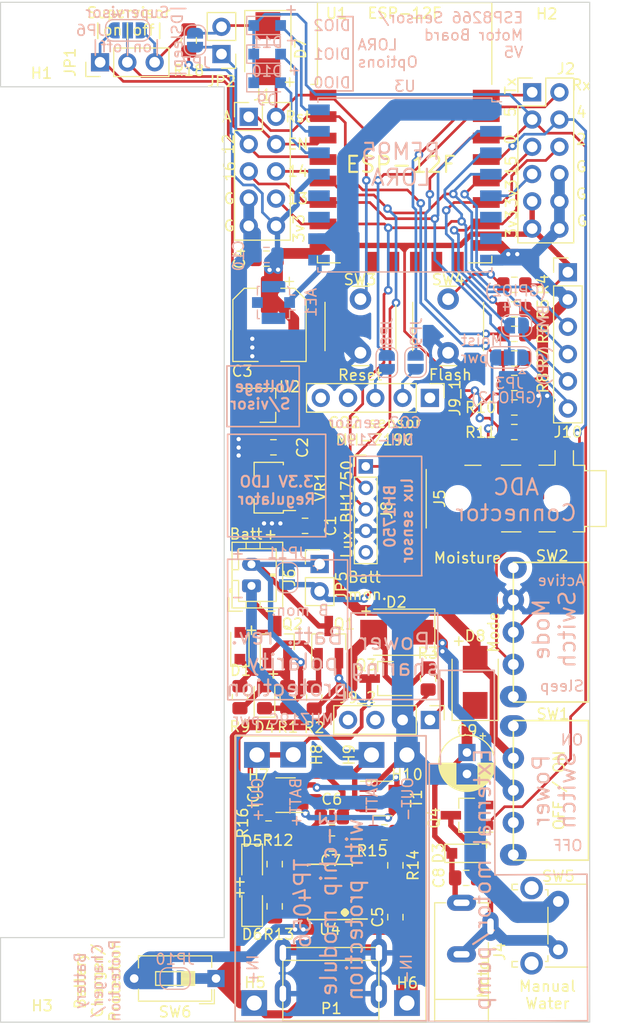
<source format=kicad_pcb>
(kicad_pcb (version 20171130) (host pcbnew "(5.1.6)-1")
  (layers (0 F.Cu signal) (31 B.Cu signal) (34 B.Paste user) (35 F.Paste user) (36 B.SilkS user) (37 F.SilkS user) (38 B.Mask user hide) (39 F.Mask user hide) (44 Edge.Cuts user))
  (net 0 "")
  (net 1 Earth)
  (net 2 "Net-(C1-Pad1)")
  (net 3 "Net-(J1-Pad6)")
  (net 4 "Net-(J1-Pad4)")
  (net 5 "Net-(J1-Pad3)")
  (net 6 "Net-(J2-Pad1)")
  (net 7 "Net-(Q1-Pad1)")
  (net 8 "Net-(J1-Pad8)")
  (net 9 "Net-(J1-Pad5)")
  (net 10 "Net-(J1-Pad1)")
  (net 11 "Net-(J2-Pad7)")
  (net 12 "Net-(J2-Pad6)")
  (net 13 "Net-(J2-Pad5)")
  (net 14 "Net-(J2-Pad4)")
  (net 15 "Net-(D2-Pad1)")
  (net 16 "Net-(D4-Pad2)")
  (net 17 "Net-(D4-Pad1)")
  (net 18 "Net-(J5-PadR2)")
  (net 19 "Net-(J5-PadT)")
  (net 20 "Net-(D1-Pad1)")
  (net 21 "Net-(R11-Pad2)")
  (net 22 "Net-(C5-Pad1)")
  (net 23 "Net-(C6-Pad2)")
  (net 24 "Net-(C6-Pad1)")
  (net 25 "Net-(C7-Pad1)")
  (net 26 "Net-(D5-Pad1)")
  (net 27 "Net-(D6-Pad1)")
  (net 28 "Net-(IC1-Pad1)")
  (net 29 "Net-(IC1-Pad2)")
  (net 30 "Net-(IC1-Pad3)")
  (net 31 "Net-(R12-Pad2)")
  (net 32 "Net-(R13-Pad2)")
  (net 33 "Net-(R14-Pad2)")
  (net 34 "Net-(J2-Pad2)")
  (net 35 "Net-(C8-Pad2)")
  (net 36 "Net-(JP1-Pad3)")
  (net 37 "Net-(JP1-Pad1)")
  (net 38 "Net-(D7-Pad2)")
  (net 39 "Net-(D7-Pad1)")
  (net 40 "Net-(C8-Pad1)")
  (net 41 "Net-(J10-Pad5)")
  (net 42 "Net-(J10-Pad6)")
  (net 43 "Net-(J5-PadR1)")
  (net 44 "Net-(AE1-Pad1)")
  (net 45 "Net-(C10-Pad1)")
  (net 46 "Net-(D9-Pad2)")
  (net 47 "Net-(D10-Pad1)")
  (net 48 "Net-(D10-Pad2)")
  (net 49 "Net-(D11-Pad2)")
  (net 50 "Net-(J9_1-Pad3)")
  (net 51 "Net-(J9_1-Pad2)")
  (net 52 "Net-(D2-Pad2)")
  (net 53 "Net-(JP11-Pad2)")
  (module Jumper:SolderJumper-2_P1.3mm_Open_RoundedPad1.0x1.5mm (layer B.Cu) (at 85.09 139.446 270)
    (fp_text reference JP11 (at -2.286 0) (layer B.SilkS) (effects (justify mirror)))
    (fp_text value Jumper_NC_Small)
    (pad 2 smd custom (at 0.65 0 270) (size 1 0.5) (layers B.Cu B.Mask) (net 53 "Net-(JP11-Pad2)") (options (clearance outline) (anchor rect)) (primitives (gr_circle (center 0 -0.25) (end 0.5 -0.25) (width 0)) (gr_circle (center 0 0.25) (end 0.5 0.25) (width 0)) (gr_poly (pts (xy 0 0.75) (xy -0.5 0.75) (xy -0.5 -0.75) (xy 0 -0.75)) (width 0))))
    (pad 1 smd custom (at -0.65 0 270) (size 1 0.5) (layers B.Cu B.Mask) (net 17 "Net-(D4-Pad1)") (options (clearance outline) (anchor rect)) (primitives (gr_circle (center 0 -0.25) (end 0.5 -0.25) (width 0)) (gr_circle (center 0 0.25) (end 0.5 0.25) (width 0)) (gr_poly (pts (xy 0 0.75) (xy 0.5 0.75) (xy 0.5 -0.75) (xy 0 -0.75)) (width 0))))
  )
  (module Jumper:SolderJumper-2_P1.3mm_Open_RoundedPad1.0x1.5mm (layer B.Cu) (at 74.676 176.784 180)
    (fp_text reference JP10 (at 0 1.8) (layer B.SilkS) (effects (justify mirror)))
    (fp_text value Jumper_NC_Small)
    (pad 2 smd custom (at 0.65 0 180) (size 1 0.5) (layers B.Cu B.Mask) (net 22 "Net-(C5-Pad1)") (options (clearance outline) (anchor rect)) (primitives (gr_circle (center 0 -0.25) (end 0.5 -0.25) (width 0)) (gr_circle (center 0 0.25) (end 0.5 0.25) (width 0)) (gr_poly (pts (xy 0 0.75) (xy -0.5 0.75) (xy -0.5 -0.75) (xy 0 -0.75)) (width 0))))
    (pad 1 smd custom (at -0.65 0 180) (size 1 0.5) (layers B.Cu B.Mask) (net 52 "Net-(D2-Pad2)") (options (clearance outline) (anchor rect)) (primitives (gr_circle (center 0 -0.25) (end 0.5 -0.25) (width 0)) (gr_circle (center 0 0.25) (end 0.5 0.25) (width 0)) (gr_poly (pts (xy 0 0.75) (xy 0.5 0.75) (xy 0.5 -0.75) (xy 0 -0.75)) (width 0))))
  )
  (module Button_Switch_THT:SW_DIP_SPSTx01_Slide_6.7x4.1mm_W7.62mm_P2.54mm_LowProfile (layer F.Cu) (at 78.486 176.784 180)
    (fp_text reference SW6 (at 3.81 -3.11) (layer F.SilkS))
    (fp_text value SW_DIP_x01)
    (pad 2 thru_hole oval (at 7.62 0 180) (size 1.6 1.6) (drill 0.8) (layers *.Cu *.Mask) (net 22 "Net-(C5-Pad1)"))
    (pad 1 thru_hole rect (at 0 0 180) (size 1.6 1.6) (drill 0.8) (layers *.Cu *.Mask) (net 52 "Net-(D2-Pad2)"))
  )
  (module Connector_PinHeader_2.54mm:PinHeader_1x02_P2.54mm_Vertical (layer F.Cu) (at 88.138 138.176)
    (fp_text reference JP5 (at 2.032 2.032 90) (layer F.SilkS))
    (fp_text value Jumper_NC_Small)
    (pad 2 thru_hole oval (at 0 2.54) (size 1.7 1.7) (drill 1) (layers *.Cu *.Mask) (net 53 "Net-(JP11-Pad2)"))
    (pad 1 thru_hole rect (at 0 0) (size 1.7 1.7) (drill 1) (layers *.Cu *.Mask) (net 17 "Net-(D4-Pad1)"))
  )
  (module Jumper:SolderJumper-2_P1.3mm_Open_RoundedPad1.0x1.5mm (layer B.Cu) (at 97.069959 119.3847 270)
    (fp_text reference JP9 (at -2.818499 -0.075996 90) (layer B.SilkS) (effects (justify mirror)))
    (fp_text value Jumper_NC_Small)
    (pad 2 smd custom (at 0.65 0 270) (size 1 0.5) (layers B.Cu B.Mask) (net 51 "Net-(J9_1-Pad2)") (options (clearance outline) (anchor rect)) (primitives (gr_circle (center 0 -0.25) (end 0.5 -0.25) (width 0)) (gr_circle (center 0 0.25) (end 0.5 0.25) (width 0)) (gr_poly (pts (xy 0 0.75) (xy -0.5 0.75) (xy -0.5 -0.75) (xy 0 -0.75)) (width 0))))
    (pad 1 smd custom (at -0.65 0 270) (size 1 0.5) (layers B.Cu B.Mask) (net 6 "Net-(J2-Pad1)") (options (clearance outline) (anchor rect)) (primitives (gr_circle (center 0 -0.25) (end 0.5 -0.25) (width 0)) (gr_circle (center 0 0.25) (end 0.5 0.25) (width 0)) (gr_poly (pts (xy 0 0.75) (xy 0.5 0.75) (xy 0.5 -0.75) (xy 0 -0.75)) (width 0))))
  )
  (module Jumper:SolderJumper-2_P1.3mm_Open_RoundedPad1.0x1.5mm (layer B.Cu) (at 94.391294 119.391751 90)
    (fp_text reference JP8 (at 2.834744 0.006723 90) (layer B.SilkS) (effects (justify mirror)))
    (fp_text value Jumper_NC_Small)
    (pad 2 smd custom (at 0.65 0 90) (size 1 0.5) (layers B.Cu B.Mask) (net 34 "Net-(J2-Pad2)") (options (clearance outline) (anchor rect)) (primitives (gr_circle (center 0 -0.25) (end 0.5 -0.25) (width 0)) (gr_circle (center 0 0.25) (end 0.5 0.25) (width 0)) (gr_poly (pts (xy 0 0.75) (xy -0.5 0.75) (xy -0.5 -0.75) (xy 0 -0.75)) (width 0))))
    (pad 1 smd custom (at -0.65 0 90) (size 1 0.5) (layers B.Cu B.Mask) (net 50 "Net-(J9_1-Pad3)") (options (clearance outline) (anchor rect)) (primitives (gr_circle (center 0 -0.25) (end 0.5 -0.25) (width 0)) (gr_circle (center 0 0.25) (end 0.5 0.25) (width 0)) (gr_poly (pts (xy 0 0.75) (xy 0.5 0.75) (xy 0.5 -0.75) (xy 0 -0.75)) (width 0))))
  )
  (module Jumper:SolderJumper-2_P1.3mm_Open_RoundedPad1.0x1.5mm (layer B.Cu) (at 76.5302 89.3826 90)
    (fp_text reference JP7 (at -2.1082 0.1016 180) (layer B.SilkS) (effects (justify mirror)))
    (fp_text value Jumper_NC_Small)
    (pad 2 smd custom (at 0.65 0 90) (size 1 0.5) (layers B.Cu B.Mask) (net 39 "Net-(D7-Pad1)") (options (clearance outline) (anchor rect)) (primitives (gr_circle (center 0 -0.25) (end 0.5 -0.25) (width 0)) (gr_circle (center 0 0.25) (end 0.5 0.25) (width 0)) (gr_poly (pts (xy 0 0.75) (xy -0.5 0.75) (xy -0.5 -0.75) (xy 0 -0.75)) (width 0))))
    (pad 1 smd custom (at -0.65 0 90) (size 1 0.5) (layers B.Cu B.Mask) (net 5 "Net-(J1-Pad3)") (options (clearance outline) (anchor rect)) (primitives (gr_circle (center 0 -0.25) (end 0.5 -0.25) (width 0)) (gr_circle (center 0 0.25) (end 0.5 0.25) (width 0)) (gr_poly (pts (xy 0 0.75) (xy 0.5 0.75) (xy 0.5 -0.75) (xy 0 -0.75)) (width 0))))
  )
  (module Jumper:SolderJumper-3_P1.3mm_Open_RoundedPad1.0x1.5mm (layer B.Cu) (at 70.2564 88.4682)
    (fp_text reference JP6 (at -3.4544 0 180) (layer B.SilkS) (effects (justify mirror)))
    (fp_text value Jumper_NC_Dual)
    (pad 2 smd rect (at 0 0) (size 1 1.5) (layers B.Cu B.Mask) (net 4 "Net-(J1-Pad4)"))
    (pad 3 smd custom (at 1.3 0) (size 1 0.5) (layers B.Cu B.Mask) (net 36 "Net-(JP1-Pad3)") (options (clearance outline) (anchor rect)) (primitives (gr_circle (center 0 -0.25) (end 0.5 -0.25) (width 0)) (gr_circle (center 0 0.25) (end 0.5 0.25) (width 0)) (gr_poly (pts (xy -0.55 0.75) (xy 0 0.75) (xy 0 -0.75) (xy -0.55 -0.75)) (width 0))))
    (pad 1 smd custom (at -1.3 0) (size 1 0.5) (layers B.Cu B.Mask) (net 37 "Net-(JP1-Pad1)") (options (clearance outline) (anchor rect)) (primitives (gr_circle (center 0 -0.25) (end 0.5 -0.25) (width 0)) (gr_circle (center 0 0.25) (end 0.5 0.25) (width 0)) (gr_poly (pts (xy 0.55 0.75) (xy 0 0.75) (xy 0 -0.75) (xy 0.55 -0.75)) (width 0))))
  )
  (module Connector_PinHeader_2.54mm:PinHeader_1x05_P2.54mm_Vertical (layer F.Cu) (at 98.4 122.7 270)
    (fp_text reference J9_1 (at 0 -2.33 90) (layer F.SilkS))
    (fp_text value MH-Z19C_signal)
    (pad 5 thru_hole oval (at 0 10.16 270) (size 1.7 1.7) (drill 1) (layers *.Cu *.Mask))
    (pad 4 thru_hole oval (at 0 7.62 270) (size 1.7 1.7) (drill 1) (layers *.Cu *.Mask))
    (pad 3 thru_hole oval (at 0 5.08 270) (size 1.7 1.7) (drill 1) (layers *.Cu *.Mask) (net 50 "Net-(J9_1-Pad3)"))
    (pad 2 thru_hole oval (at 0 2.54 270) (size 1.7 1.7) (drill 1) (layers *.Cu *.Mask) (net 51 "Net-(J9_1-Pad2)"))
    (pad 1 thru_hole rect (at 0 0 270) (size 1.7 1.7) (drill 1) (layers *.Cu *.Mask))
  )
  (module Connector_PinHeader_2.54mm:PinHeader_1x04_P2.54mm_Vertical (layer F.Cu) (at 98.4 152.7 270)
    (fp_text reference J9_2 (at -2.078 6.706) (layer F.SilkS))
    (fp_text value MH-Z19C_power)
    (pad 4 thru_hole oval (at 0 7.62 270) (size 1.7 1.7) (drill 1) (layers *.Cu *.Mask))
    (pad 3 thru_hole oval (at 0 5.08 270) (size 1.7 1.7) (drill 1) (layers *.Cu *.Mask))
    (pad 2 thru_hole oval (at 0 2.54 270) (size 1.7 1.7) (drill 1) (layers *.Cu *.Mask) (net 1 Earth))
    (pad 1 thru_hole rect (at 0 0 270) (size 1.7 1.7) (drill 1) (layers *.Cu *.Mask) (net 52 "Net-(D2-Pad2)"))
  )
  (module "my library:usb_type-c_6-pin" (layer F.Cu) (at 89.1794 180.6956)
    (fp_text reference P1 (at 0.04 -1.1176) (layer F.SilkS))
    (fp_text value USB_C_Plug_Power)
    (pad S4 thru_hole oval (at -4.47 -2.5) (size 1.5 2.7) (drill oval 0.6 1.5) (layers *.Cu *.Mask) (net 1 Earth))
    (pad S1 thru_hole oval (at 4.47 -2.5) (size 1.5 2.7) (drill oval 0.6 1.5) (layers *.Cu *.Mask) (net 1 Earth))
    (pad A12 smd rect (at 2.75 -6.6) (size 0.6 1.9) (layers F.Cu F.Paste F.Mask) (net 1 Earth))
    (pad B9 smd rect (at -1.52 -6.6) (size 0.52 1.9) (layers F.Cu F.Paste F.Mask) (net 52 "Net-(D2-Pad2)"))
    (pad A9 smd rect (at 1.52 -6.6) (size 0.52 1.9) (layers F.Cu F.Paste F.Mask) (net 52 "Net-(D2-Pad2)"))
    (pad B5 smd rect (at 0.5 -6.6) (size 0.52 1.9) (layers F.Cu F.Paste F.Mask))
    (pad A5 smd rect (at -0.5 -6.6) (size 0.52 1.9) (layers F.Cu F.Paste F.Mask))
    (pad B12 smd rect (at -2.75 -6.6) (size 0.6 1.9) (layers F.Cu F.Paste F.Mask) (net 1 Earth))
    (pad S3 thru_hole oval (at -4.47 -6.3) (size 1.5 2.7) (drill oval 0.6 1.5) (layers *.Cu *.Mask) (net 1 Earth))
    (pad S2 thru_hole oval (at 4.47 -6.3) (size 1.5 2.7) (drill oval 0.6 1.5) (layers *.Cu *.Mask) (net 1 Earth))
  )
  (module "my library:TP4056_1pad_sm" (layer F.Cu) (at 96.266 155.956 90)
    (fp_text reference H10 (at -1.8288 0 180) (layer F.SilkS))
    (fp_text value OUT-)
    (pad 1 thru_hole rect (at 0 0 90) (size 2.4 2.4) (drill 1.4) (layers *.Cu *.Mask) (net 1 Earth))
  )
  (module "my library:TP4056_1pad_sm" (layer F.Cu) (at 92.964 155.956 90)
    (fp_text reference H9 (at 0 -2.0828 90) (layer F.SilkS))
    (fp_text value B-)
    (pad 1 thru_hole rect (at 0 0 90) (size 2.4 2.4) (drill 1.4) (layers *.Cu *.Mask) (net 23 "Net-(C6-Pad2)"))
  )
  (module "my library:TP4056_1pad_sm" (layer F.Cu) (at 85.6742 155.9306 90)
    (fp_text reference H8 (at 0 2.1844 90) (layer F.SilkS))
    (fp_text value B+)
    (pad 1 thru_hole rect (at 0 0 90) (size 2.4 2.4) (drill 1.4) (layers *.Cu *.Mask) (net 25 "Net-(C7-Pad1)"))
  )
  (module "my library:TP4056_1pad_sm" (layer F.Cu) (at 82.296 155.956 90)
    (fp_text reference H7 (at -1.8796 0.1524 180) (layer F.SilkS))
    (fp_text value OUT+)
    (pad 1 thru_hole rect (at 0 0 90) (size 2.4 2.4) (drill 1.4) (layers *.Cu *.Mask) (net 25 "Net-(C7-Pad1)"))
  )
  (module "my library:TP4056_1pad_sm" (layer F.Cu) (at 96.266 179.07 90)
    (fp_text reference H6 (at 1.8796 0.0254 180) (layer F.SilkS))
    (fp_text value IN-)
    (pad 1 thru_hole rect (at 0 0 90) (size 2.4 2.4) (drill 1.4) (layers *.Cu *.Mask) (net 1 Earth))
  )
  (module "my library:TP4056_1pad_sm" (layer F.Cu) (at 82.042 179.07 180)
    (fp_text reference H5 (at -0.0762 1.905) (layer F.SilkS))
    (fp_text value IN+)
    (pad 1 thru_hole rect (at 0 0 180) (size 2.4 2.4) (drill 1.4) (layers *.Cu *.Mask) (net 52 "Net-(D2-Pad2)"))
  )
  (module Resistor_SMD:R_0805_2012Metric_Pad1.15x1.40mm_HandSolder (layer F.Cu) (at 106.2646 112.1664 180)
    (fp_text reference R4 (at -2.676 0.0254 90) (layer F.SilkS))
    (fp_text value 4.7k)
    (pad 2 smd roundrect (at 1.025 0 180) (size 1.15 1.4) (layers F.Cu F.Paste F.Mask) (roundrect_rratio 0.217391) (net 13 "Net-(J2-Pad5)"))
    (pad 1 smd roundrect (at -1.025 0 180) (size 1.15 1.4) (layers F.Cu F.Paste F.Mask) (roundrect_rratio 0.217391) (net 45 "Net-(C10-Pad1)"))
  )
  (module Connector_PinHeader_2.54mm:PinHeader_2x06_P2.54mm_Vertical (layer F.Cu) (at 107.9246 94.234)
    (fp_text reference J2 (at 3.1496 -2.1844) (layer F.SilkS))
    (fp_text value Conn_02x05_Odd_Even)
    (pad 12 thru_hole oval (at 2.54 12.7) (size 1.7 1.7) (drill 1) (layers *.Cu *.Mask) (net 1 Earth))
    (pad 11 thru_hole oval (at 0 12.7) (size 1.7 1.7) (drill 1) (layers *.Cu *.Mask) (net 45 "Net-(C10-Pad1)"))
    (pad 10 thru_hole oval (at 2.54 10.16) (size 1.7 1.7) (drill 1) (layers *.Cu *.Mask) (net 1 Earth))
    (pad 9 thru_hole oval (at 0 10.16) (size 1.7 1.7) (drill 1) (layers *.Cu *.Mask) (net 45 "Net-(C10-Pad1)"))
    (pad 8 thru_hole oval (at 2.54 7.62) (size 1.7 1.7) (drill 1) (layers *.Cu *.Mask) (net 1 Earth))
    (pad 7 thru_hole oval (at 0 7.62) (size 1.7 1.7) (drill 1) (layers *.Cu *.Mask) (net 11 "Net-(J2-Pad7)"))
    (pad 6 thru_hole oval (at 2.54 5.08) (size 1.7 1.7) (drill 1) (layers *.Cu *.Mask) (net 12 "Net-(J2-Pad6)"))
    (pad 5 thru_hole oval (at 0 5.08) (size 1.7 1.7) (drill 1) (layers *.Cu *.Mask) (net 13 "Net-(J2-Pad5)"))
    (pad 4 thru_hole oval (at 2.54 2.54) (size 1.7 1.7) (drill 1) (layers *.Cu *.Mask) (net 14 "Net-(J2-Pad4)"))
    (pad 3 thru_hole oval (at 0 2.54) (size 1.7 1.7) (drill 1) (layers *.Cu *.Mask) (net 47 "Net-(D10-Pad1)"))
    (pad 2 thru_hole oval (at 2.54 0) (size 1.7 1.7) (drill 1) (layers *.Cu *.Mask) (net 34 "Net-(J2-Pad2)"))
    (pad 1 thru_hole rect (at 0 0) (size 1.7 1.7) (drill 1) (layers *.Cu *.Mask) (net 6 "Net-(J2-Pad1)"))
  )
  (module Capacitor_SMD:C_0805_2012Metric_Pad1.15x1.40mm_HandSolder (layer F.Cu) (at 83.8327 127.3048 180)
    (fp_text reference C2 (at -2.7051 -0.0254 90) (layer F.SilkS))
    (fp_text value 1uF)
    (pad 2 smd roundrect (at 1.025 0 180) (size 1.15 1.4) (layers F.Cu F.Paste F.Mask) (roundrect_rratio 0.217391) (net 1 Earth))
    (pad 1 smd roundrect (at -1.025 0 180) (size 1.15 1.4) (layers F.Cu F.Paste F.Mask) (roundrect_rratio 0.217391) (net 45 "Net-(C10-Pad1)"))
  )
  (module Capacitor_SMD:C_0805_2012Metric_Pad1.15x1.40mm_HandSolder (layer F.Cu) (at 86.7791 134.62 180)
    (fp_text reference C1 (at -2.3749 0 90) (layer F.SilkS))
    (fp_text value 1uF)
    (pad 2 smd roundrect (at 1.025 0 180) (size 1.15 1.4) (layers F.Cu F.Paste F.Mask) (roundrect_rratio 0.217391) (net 1 Earth))
    (pad 1 smd roundrect (at -1.025 0 180) (size 1.15 1.4) (layers F.Cu F.Paste F.Mask) (roundrect_rratio 0.217391) (net 2 "Net-(C1-Pad1)"))
  )
  (module Resistor_SMD:R_0805_2012Metric_Pad1.15x1.40mm_HandSolder (layer F.Cu) (at 106.2646 119.0244)
    (fp_text reference R7 (at 2.676 -0.012701 90) (layer F.SilkS))
    (fp_text value 470k)
    (pad 1 smd roundrect (at -1.025 0) (size 1.15 1.4) (layers F.Cu F.Paste F.Mask) (roundrect_rratio 0.217391) (net 10 "Net-(J1-Pad1)"))
    (pad 2 smd roundrect (at 1.025 0) (size 1.15 1.4) (layers F.Cu F.Paste F.Mask) (roundrect_rratio 0.217391) (net 19 "Net-(J5-PadT)"))
  )
  (module Resistor_SMD:R_0805_2012Metric_Pad1.15x1.40mm_HandSolder (layer F.Cu) (at 106.2646 123.5964 180)
    (fp_text reference R10 (at 3.1406 0 180) (layer F.SilkS))
    (fp_text value 330k)
    (pad 2 smd roundrect (at 1.025 0 180) (size 1.15 1.4) (layers F.Cu F.Paste F.Mask) (roundrect_rratio 0.217391) (net 53 "Net-(JP11-Pad2)"))
    (pad 1 smd roundrect (at -1.025 0 180) (size 1.15 1.4) (layers F.Cu F.Paste F.Mask) (roundrect_rratio 0.217391) (net 19 "Net-(J5-PadT)"))
  )
  (module Diode_SMD:D_SOD-323_HandSoldering (layer B.Cu) (at 83.2485 88.011)
    (fp_text reference D11 (at 0 1.5748) (layer B.SilkS) (effects (justify mirror)))
    (fp_text value 1N4148)
    (pad 2 smd rect (at 1.25 0) (size 1 1) (layers B.Cu B.Paste B.Mask) (net 49 "Net-(D11-Pad2)"))
    (pad 1 smd rect (at -1.25 0) (size 1 1) (layers B.Cu B.Paste B.Mask) (net 47 "Net-(D10-Pad1)"))
  )
  (module Diode_SMD:D_SOD-323_HandSoldering (layer B.Cu) (at 83.2485 90.678)
    (fp_text reference D10 (at 0 1.6002) (layer B.SilkS) (effects (justify mirror)))
    (fp_text value 1N4148)
    (pad 2 smd rect (at 1.25 0) (size 1 1) (layers B.Cu B.Paste B.Mask) (net 48 "Net-(D10-Pad2)"))
    (pad 1 smd rect (at -1.25 0) (size 1 1) (layers B.Cu B.Paste B.Mask) (net 47 "Net-(D10-Pad1)"))
  )
  (module Diode_SMD:D_SOD-323_HandSoldering (layer B.Cu) (at 83.2485 93.345)
    (fp_text reference D9 (at 0 1.6002) (layer B.SilkS) (effects (justify mirror)))
    (fp_text value 1N4148)
    (pad 2 smd rect (at 1.25 0) (size 1 1) (layers B.Cu B.Paste B.Mask) (net 46 "Net-(D9-Pad2)"))
    (pad 1 smd rect (at -1.25 0) (size 1 1) (layers B.Cu B.Paste B.Mask) (net 47 "Net-(D10-Pad1)"))
  )
  (module Diode_SMD:D_SOD-323_HandSoldering (layer F.Cu) (at 101.7016 165.1254)
    (fp_text reference D3 (at -2.5146 -0.0254 90) (layer F.SilkS))
    (fp_text value 1N4148)
    (pad 2 smd rect (at 1.25 0) (size 1 1) (layers F.Cu F.Paste F.Mask) (net 35 "Net-(C8-Pad2)"))
    (pad 1 smd rect (at -1.25 0) (size 1 1) (layers F.Cu F.Paste F.Mask) (net 40 "Net-(C8-Pad1)"))
  )
  (module Diode_SMD:D_SOD-323_HandSoldering (layer F.Cu) (at 80.7085 145.796 90)
    (fp_text reference D1 (at -2.286 0.0635 180) (layer F.SilkS))
    (fp_text value 1N4148)
    (pad 2 smd rect (at 1.25 0 90) (size 1 1) (layers F.Cu F.Paste F.Mask) (net 23 "Net-(C6-Pad2)"))
    (pad 1 smd rect (at -1.25 0 90) (size 1 1) (layers F.Cu F.Paste F.Mask) (net 20 "Net-(D1-Pad1)"))
  )
  (module Diode_SMD:D_SMB (layer F.Cu) (at 95.3135 144.526 180)
    (fp_text reference D2 (at 0.0381 2.794) (layer F.SilkS))
    (fp_text value MBRS130LT3)
    (pad 1 smd rect (at -2.15 0 180) (size 2.5 2.3) (layers F.Cu F.Paste F.Mask) (net 15 "Net-(D2-Pad1)"))
    (pad 2 smd rect (at 2.15 0 180) (size 2.5 2.3) (layers F.Cu F.Paste F.Mask) (net 52 "Net-(D2-Pad2)"))
  )
  (module Capacitor_SMD:C_0805_2012Metric_Pad1.15x1.40mm_HandSolder (layer F.Cu) (at 101.7778 167.4114)
    (fp_text reference C8 (at -2.54 0 90) (layer F.SilkS))
    (fp_text value .1uF)
    (pad 2 smd roundrect (at 1.025 0) (size 1.15 1.4) (layers F.Cu F.Paste F.Mask) (roundrect_rratio 0.217391) (net 35 "Net-(C8-Pad2)"))
    (pad 1 smd roundrect (at -1.025 0) (size 1.15 1.4) (layers F.Cu F.Paste F.Mask) (roundrect_rratio 0.217391) (net 40 "Net-(C8-Pad1)"))
  )
  (module Package_TO_SOT_SMD:SOT-23_Handsoldering (layer F.Cu) (at 101.854 161.576 180)
    (fp_text reference Q4 (at 3.048 -0.254 90) (layer F.SilkS))
    (fp_text value AO3400)
    (pad 3 smd rect (at 1.5 0 180) (size 1.9 0.8) (layers F.Cu F.Paste F.Mask) (net 35 "Net-(C8-Pad2)"))
    (pad 2 smd rect (at -1.5 0.95 180) (size 1.9 0.8) (layers F.Cu F.Paste F.Mask) (net 1 Earth))
    (pad 1 smd rect (at -1.5 -0.95 180) (size 1.9 0.8) (layers F.Cu F.Paste F.Mask) (net 47 "Net-(D10-Pad1)"))
  )
  (module Diode_SMD:D_SMB (layer F.Cu) (at 102.616 149.19707 90)
    (fp_text reference D8 (at 4.318 0 180) (layer F.SilkS))
    (fp_text value MBRS130LT3)
    (pad 1 smd rect (at -2.15 0 90) (size 2.5 2.3) (layers F.Cu F.Paste F.Mask) (net 40 "Net-(C8-Pad1)"))
    (pad 2 smd rect (at 2.15 0 90) (size 2.5 2.3) (layers F.Cu F.Paste F.Mask) (net 2 "Net-(C1-Pad1)"))
  )
  (module Connector_PinHeader_2.00mm:PinHeader_1x05_P2.00mm_Vertical (layer F.Cu) (at 92.4306 129.0828)
    (fp_text reference J8 (at 1.9558 4.0894 90) (layer F.SilkS))
    (fp_text value BH1750)
    (pad 5 thru_hole oval (at 0 8) (size 1.35 1.35) (drill 0.8) (layers *.Cu *.Mask))
    (pad 4 thru_hole oval (at 0 6) (size 1.35 1.35) (drill 0.8) (layers *.Cu *.Mask) (net 1 Earth))
    (pad 3 thru_hole oval (at 0 4) (size 1.35 1.35) (drill 0.8) (layers *.Cu *.Mask) (net 8 "Net-(J1-Pad8)"))
    (pad 2 thru_hole oval (at 0 2) (size 1.35 1.35) (drill 0.8) (layers *.Cu *.Mask) (net 3 "Net-(J1-Pad6)"))
    (pad 1 thru_hole rect (at 0 0) (size 1.35 1.35) (drill 0.8) (layers *.Cu *.Mask) (net 45 "Net-(C10-Pad1)"))
  )
  (module Package_TO_SOT_SMD:SOT-23-6_Handsoldering (layer F.Cu) (at 93.98 160.02)
    (fp_text reference T1 (at 3.175 0 90) (layer F.SilkS))
    (fp_text value FS8205)
    (pad 5 smd rect (at 1.35 0) (size 1.56 0.65) (layers F.Cu F.Paste F.Mask))
    (pad 6 smd rect (at 1.35 -0.95) (size 1.56 0.65) (layers F.Cu F.Paste F.Mask) (net 30 "Net-(IC1-Pad3)"))
    (pad 4 smd rect (at 1.35 0.95) (size 1.56 0.65) (layers F.Cu F.Paste F.Mask) (net 28 "Net-(IC1-Pad1)"))
    (pad 3 smd rect (at -1.35 0.95) (size 1.56 0.65) (layers F.Cu F.Paste F.Mask) (net 23 "Net-(C6-Pad2)"))
    (pad 2 smd rect (at -1.35 0) (size 1.56 0.65) (layers F.Cu F.Paste F.Mask))
    (pad 1 smd rect (at -1.35 -0.95) (size 1.56 0.65) (layers F.Cu F.Paste F.Mask) (net 1 Earth))
  )
  (module Package_TO_SOT_SMD:SOT-23-6_Handsoldering (layer F.Cu) (at 84.963 159.7025 180)
    (fp_text reference IC1 (at 2.9845 0 90) (layer F.SilkS))
    (fp_text value DW01)
    (pad 5 smd rect (at 1.35 0 180) (size 1.56 0.65) (layers F.Cu F.Paste F.Mask) (net 24 "Net-(C6-Pad1)"))
    (pad 6 smd rect (at 1.35 -0.95 180) (size 1.56 0.65) (layers F.Cu F.Paste F.Mask) (net 23 "Net-(C6-Pad2)"))
    (pad 4 smd rect (at 1.35 0.95 180) (size 1.56 0.65) (layers F.Cu F.Paste F.Mask))
    (pad 3 smd rect (at -1.35 0.95 180) (size 1.56 0.65) (layers F.Cu F.Paste F.Mask) (net 30 "Net-(IC1-Pad3)"))
    (pad 2 smd rect (at -1.35 0 180) (size 1.56 0.65) (layers F.Cu F.Paste F.Mask) (net 29 "Net-(IC1-Pad2)"))
    (pad 1 smd rect (at -1.35 -0.95 180) (size 1.56 0.65) (layers F.Cu F.Paste F.Mask) (net 28 "Net-(IC1-Pad1)"))
  )
  (module "my library:SW_Tactile_SPST_Angled_NB" (layer F.Cu) (at 110.363 169.6085 270)
    (fp_text reference SW5 (at -2.3495 0 180) (layer F.SilkS))
    (fp_text value SW_Water)
    (pad "" thru_hole circle (at -1.25 2.49 270) (size 2.1 2.1) (drill 1.3) (layers *.Cu *.Mask))
    (pad 1 thru_hole circle (at 0 0 270) (size 1.75 1.75) (drill 0.99) (layers *.Cu *.Mask) (net 1 Earth))
    (pad 2 thru_hole circle (at 4.5 0 270) (size 1.75 1.75) (drill 0.99) (layers *.Cu *.Mask) (net 35 "Net-(C8-Pad2)"))
    (pad "" thru_hole circle (at 5.76 2.49 270) (size 2.1 2.1) (drill 1.3) (layers *.Cu *.Mask))
  )
  (module "my library:SW_PUSH_6mm_THT_2pin_V2" (layer F.Cu) (at 97.7014 119.3 90)
    (fp_text reference SW4 (at 7.6162 2.4 180) (layer F.SilkS))
    (fp_text value SW_Flash)
    (pad 1 thru_hole circle (at 0.8 2.4 180) (size 2 2) (drill 1.1) (layers *.Cu *.Mask) (net 1 Earth))
    (pad 2 thru_hole circle (at 5.8 2.4 180) (size 2 2) (drill 1.1) (layers *.Cu *.Mask) (net 13 "Net-(J2-Pad5)"))
  )
  (module "my library:SW_PUSH_6mm_THT_2pin_V2" (layer F.Cu) (at 89.535 119.3 90)
    (fp_text reference SW3 (at 7.6162 2.3622 180) (layer F.SilkS))
    (fp_text value SW_RST)
    (pad 1 thru_hole circle (at 0.8 2.4 180) (size 2 2) (drill 1.1) (layers *.Cu *.Mask) (net 1 Earth))
    (pad 2 thru_hole circle (at 5.8 2.4 180) (size 2 2) (drill 1.1) (layers *.Cu *.Mask) (net 38 "Net-(D7-Pad2)"))
  )
  (module Package_TO_SOT_SMD:SOT-23_Handsoldering (layer F.Cu) (at 84.186359 145.446674 90)
    (fp_text reference Q2 (at 1.682674 1.411641 180) (layer F.SilkS))
    (fp_text value 2N2222A_NB)
    (pad 3 smd rect (at 1.5 0 90) (size 1.9 0.8) (layers F.Cu F.Paste F.Mask) (net 23 "Net-(C6-Pad2)"))
    (pad 2 smd rect (at -1.5 0.95 90) (size 1.9 0.8) (layers F.Cu F.Paste F.Mask) (net 20 "Net-(D1-Pad1)"))
    (pad 1 smd rect (at -1.5 -0.95 90) (size 1.9 0.8) (layers F.Cu F.Paste F.Mask) (net 7 "Net-(Q1-Pad1)"))
  )
  (module "my library:TP4056_SOIC-8" (layer F.Cu) (at 89.0905 168.7195 180)
    (fp_text reference U4 (at 0 -3.5) (layer F.SilkS))
    (fp_text value TP4056)
    (pad 3 smd rect (at -0.5875 -0.5875 180) (size 1.175 1.175) (layers F.Cu F.Paste F.Mask) (net 1 Earth))
    (pad 3 smd rect (at -0.5875 0.5875 180) (size 1.175 1.175) (layers F.Cu F.Paste F.Mask) (net 1 Earth))
    (pad 3 smd rect (at 0.5875 -0.5875 180) (size 1.175 1.175) (layers F.Cu F.Paste F.Mask) (net 1 Earth))
    (pad 3 smd rect (at 0.5875 0.5875 180) (size 1.175 1.175) (layers F.Cu F.Paste F.Mask) (net 1 Earth))
    (pad 8 smd rect (at 2.7 -1.905 180) (size 1.55 0.6) (layers F.Cu F.Paste F.Mask) (net 22 "Net-(C5-Pad1)"))
    (pad 7 smd rect (at 2.7 -0.635 180) (size 1.55 0.6) (layers F.Cu F.Paste F.Mask) (net 32 "Net-(R13-Pad2)"))
    (pad 6 smd rect (at 2.7 0.635 180) (size 1.55 0.6) (layers F.Cu F.Paste F.Mask) (net 31 "Net-(R12-Pad2)"))
    (pad 5 smd rect (at 2.7 1.905 180) (size 1.55 0.6) (layers F.Cu F.Paste F.Mask) (net 25 "Net-(C7-Pad1)"))
    (pad 4 smd rect (at -2.7 1.905 180) (size 1.55 0.6) (layers F.Cu F.Paste F.Mask) (net 22 "Net-(C5-Pad1)"))
    (pad 3 smd rect (at -2.7 0.635 180) (size 1.55 0.6) (layers F.Cu F.Paste F.Mask) (net 1 Earth))
    (pad 2 smd rect (at -2.7 -0.635 180) (size 1.55 0.6) (layers F.Cu F.Paste F.Mask) (net 33 "Net-(R14-Pad2)"))
    (pad 1 smd rect (at -2.7 -1.905 180) (size 1.55 0.6) (layers F.Cu F.Paste F.Mask) (net 1 Earth))
  )
  (module Resistor_SMD:R_0805_2012Metric_Pad1.15x1.40mm_HandSolder (layer F.Cu) (at 83.3755 162.814)
    (fp_text reference R16 (at -2.413 -0.508 90) (layer F.SilkS))
    (fp_text value 100)
    (pad 2 smd roundrect (at 1.025 0) (size 1.15 1.4) (layers F.Cu F.Paste F.Mask) (roundrect_rratio 0.217391) (net 24 "Net-(C6-Pad1)"))
    (pad 1 smd roundrect (at -1.025 0) (size 1.15 1.4) (layers F.Cu F.Paste F.Mask) (roundrect_rratio 0.217391) (net 25 "Net-(C7-Pad1)"))
  )
  (module Resistor_SMD:R_0805_2012Metric_Pad1.15x1.40mm_HandSolder (layer F.Cu) (at 94.168086 163.170586)
    (fp_text reference R15 (at -1.143 1.7145) (layer F.SilkS))
    (fp_text value 1k)
    (pad 2 smd roundrect (at 1.025 0) (size 1.15 1.4) (layers F.Cu F.Paste F.Mask) (roundrect_rratio 0.217391) (net 1 Earth))
    (pad 1 smd roundrect (at -1.025 0) (size 1.15 1.4) (layers F.Cu F.Paste F.Mask) (roundrect_rratio 0.217391) (net 29 "Net-(IC1-Pad2)"))
  )
  (module Resistor_SMD:R_0805_2012Metric_Pad1.15x1.40mm_HandSolder (layer F.Cu) (at 95.1865 166.243 270)
    (fp_text reference R14 (at 0 -1.65 90) (layer F.SilkS))
    (fp_text value 1.2k)
    (pad 2 smd roundrect (at 1.025 0 270) (size 1.15 1.4) (layers F.Cu F.Paste F.Mask) (roundrect_rratio 0.217391) (net 33 "Net-(R14-Pad2)"))
    (pad 1 smd roundrect (at -1.025 0 270) (size 1.15 1.4) (layers F.Cu F.Paste F.Mask) (roundrect_rratio 0.217391) (net 1 Earth))
  )
  (module Resistor_SMD:R_0805_2012Metric_Pad1.15x1.40mm_HandSolder (layer F.Cu) (at 83.947 170.0657 90)
    (fp_text reference R13 (at -2.6035 0.381 180) (layer F.SilkS))
    (fp_text value 1k)
    (pad 2 smd roundrect (at 1.025 0 90) (size 1.15 1.4) (layers F.Cu F.Paste F.Mask) (roundrect_rratio 0.217391) (net 32 "Net-(R13-Pad2)"))
    (pad 1 smd roundrect (at -1.025 0 90) (size 1.15 1.4) (layers F.Cu F.Paste F.Mask) (roundrect_rratio 0.217391) (net 27 "Net-(D6-Pad1)"))
  )
  (module Resistor_SMD:R_0805_2012Metric_Pad1.15x1.40mm_HandSolder (layer F.Cu) (at 83.947 166.1287 90)
    (fp_text reference R12 (at 2.2225 0.3048 180) (layer F.SilkS))
    (fp_text value 1k)
    (pad 2 smd roundrect (at 1.025 0 90) (size 1.15 1.4) (layers F.Cu F.Paste F.Mask) (roundrect_rratio 0.217391) (net 31 "Net-(R12-Pad2)"))
    (pad 1 smd roundrect (at -1.025 0 90) (size 1.15 1.4) (layers F.Cu F.Paste F.Mask) (roundrect_rratio 0.217391) (net 26 "Net-(D5-Pad1)"))
  )
  (module LED_SMD:LED_0805_2012Metric_Pad1.15x1.40mm_HandSolder (layer F.Cu) (at 81.8515 170.0657 90)
    (fp_text reference D6 (at -2.6035 0 180) (layer F.SilkS))
    (fp_text value LED_R)
    (pad 2 smd roundrect (at 1.025 0 90) (size 1.15 1.4) (layers F.Cu F.Paste F.Mask) (roundrect_rratio 0.217391) (net 22 "Net-(C5-Pad1)"))
    (pad 1 smd roundrect (at -1.025 0 90) (size 1.15 1.4) (layers F.Cu F.Paste F.Mask) (roundrect_rratio 0.217391) (net 27 "Net-(D6-Pad1)"))
  )
  (module LED_SMD:LED_0805_2012Metric_Pad1.15x1.40mm_HandSolder (layer F.Cu) (at 81.8515 166.1287 270)
    (fp_text reference D5 (at -2.1463 -0.0127 180) (layer F.SilkS))
    (fp_text value LED_G)
    (pad 2 smd roundrect (at 1.025 0 270) (size 1.15 1.4) (layers F.Cu F.Paste F.Mask) (roundrect_rratio 0.217391) (net 22 "Net-(C5-Pad1)"))
    (pad 1 smd roundrect (at -1.025 0 270) (size 1.15 1.4) (layers F.Cu F.Paste F.Mask) (roundrect_rratio 0.217391) (net 26 "Net-(D5-Pad1)"))
  )
  (module Capacitor_SMD:C_0805_2012Metric_Pad1.15x1.40mm_HandSolder (layer F.Cu) (at 89.281 164.211)
    (fp_text reference C7 (at -0.127 1.5875) (layer F.SilkS))
    (fp_text value 10uF)
    (pad 2 smd roundrect (at 1.025 0) (size 1.15 1.4) (layers F.Cu F.Paste F.Mask) (roundrect_rratio 0.217391) (net 1 Earth))
    (pad 1 smd roundrect (at -1.025 0) (size 1.15 1.4) (layers F.Cu F.Paste F.Mask) (roundrect_rratio 0.217391) (net 25 "Net-(C7-Pad1)"))
  )
  (module Capacitor_SMD:C_0805_2012Metric_Pad1.15x1.40mm_HandSolder (layer F.Cu) (at 89.272 161.7345)
    (fp_text reference C6 (at 0 -1.65) (layer F.SilkS))
    (fp_text value .1uF)
    (pad 2 smd roundrect (at 1.025 0) (size 1.15 1.4) (layers F.Cu F.Paste F.Mask) (roundrect_rratio 0.217391) (net 23 "Net-(C6-Pad2)"))
    (pad 1 smd roundrect (at -1.025 0) (size 1.15 1.4) (layers F.Cu F.Paste F.Mask) (roundrect_rratio 0.217391) (net 24 "Net-(C6-Pad1)"))
  )
  (module Capacitor_SMD:C_0805_2012Metric_Pad1.15x1.40mm_HandSolder (layer F.Cu) (at 95.1865 171.069 90)
    (fp_text reference C5 (at 0 -1.65 90) (layer F.SilkS))
    (fp_text value .1uF)
    (pad 2 smd roundrect (at 1.025 0 90) (size 1.15 1.4) (layers F.Cu F.Paste F.Mask) (roundrect_rratio 0.217391) (net 1 Earth))
    (pad 1 smd roundrect (at -1.025 0 90) (size 1.15 1.4) (layers F.Cu F.Paste F.Mask) (roundrect_rratio 0.217391) (net 22 "Net-(C5-Pad1)"))
  )
  (module Connector_Coaxial:U.FL_Molex_MCRF_73412-0110_Vertical (layer B.Cu) (at 83.837062 113.817364 270)
    (fp_text reference AE1 (at 0 -3.5 90) (layer B.SilkS) (effects (justify mirror)))
    (fp_text value Antenna)
    (pad 1 smd rect (at 0 -1.5 270) (size 1 1) (layers B.Cu B.Paste B.Mask) (net 44 "Net-(AE1-Pad1)"))
    (pad 2 smd rect (at 0 1.5 270) (size 1 1) (layers B.Cu B.Paste B.Mask))
    (pad 2 smd rect (at 1.475 0 270) (size 1.05 2.2) (layers B.Cu B.Paste B.Mask))
    (pad 2 smd rect (at -1.475 0 270) (size 1.05 2.2) (layers B.Cu B.Paste B.Mask))
  )
  (module RF_Module:HOPERF_RFM9XW_SMD (layer B.Cu) (at 96.0755 102.87 180)
    (fp_text reference U3 (at 0 9.2) (layer B.SilkS) (effects (justify mirror)))
    (fp_text value RFM95W-915S2)
    (pad 16 smd rect (at 8 7 180) (size 2 1) (layers B.Cu B.Paste B.Mask) (net 49 "Net-(D11-Pad2)"))
    (pad 15 smd rect (at 8 5 180) (size 2 1) (layers B.Cu B.Paste B.Mask) (net 48 "Net-(D10-Pad2)"))
    (pad 14 smd rect (at 8 3 180) (size 2 1) (layers B.Cu B.Paste B.Mask) (net 46 "Net-(D9-Pad2)"))
    (pad 13 smd rect (at 8 1 180) (size 2 1) (layers B.Cu B.Paste B.Mask) (net 45 "Net-(C10-Pad1)"))
    (pad 12 smd rect (at 8 -1 180) (size 2 1) (layers B.Cu B.Paste B.Mask))
    (pad 11 smd rect (at 8 -3 180) (size 2 1) (layers B.Cu B.Paste B.Mask))
    (pad 10 smd rect (at 8 -5 180) (size 2 1) (layers B.Cu B.Paste B.Mask) (net 1 Earth))
    (pad 9 smd rect (at 8 -7 180) (size 2 1) (layers B.Cu B.Paste B.Mask) (net 44 "Net-(AE1-Pad1)"))
    (pad 8 smd rect (at -8 -7 180) (size 2 1) (layers B.Cu B.Paste B.Mask) (net 1 Earth))
    (pad 7 smd rect (at -8 -5 180) (size 2 1) (layers B.Cu B.Paste B.Mask))
    (pad 6 smd rect (at -8 -3 180) (size 2 1) (layers B.Cu B.Paste B.Mask))
    (pad 5 smd rect (at -8 -1 180) (size 2 1) (layers B.Cu B.Paste B.Mask) (net 11 "Net-(J2-Pad7)"))
    (pad 4 smd rect (at -8 1 180) (size 2 1) (layers B.Cu B.Paste B.Mask) (net 3 "Net-(J1-Pad6)"))
    (pad 3 smd rect (at -8 3 180) (size 2 1) (layers B.Cu B.Paste B.Mask) (net 8 "Net-(J1-Pad8)"))
    (pad 2 smd rect (at -8 5 180) (size 2 1) (layers B.Cu B.Paste B.Mask) (net 9 "Net-(J1-Pad5)"))
    (pad 1 smd rect (at -8 7 180) (size 2 1) (layers B.Cu B.Paste B.Mask) (net 1 Earth))
  )
  (module Capacitor_SMD:C_0805_2012Metric_Pad1.15x1.40mm_HandSolder (layer B.Cu) (at 83.182791 109.389298 180)
    (fp_text reference C10 (at 2.6035 -0.0635 90) (layer B.SilkS) (effects (justify mirror)))
    (fp_text value .1uF)
    (pad 2 smd roundrect (at 1.025 0 180) (size 1.15 1.4) (layers B.Cu B.Paste B.Mask) (roundrect_rratio 0.217391) (net 1 Earth))
    (pad 1 smd roundrect (at -1.025 0 180) (size 1.15 1.4) (layers B.Cu B.Paste B.Mask) (roundrect_rratio 0.217391) (net 45 "Net-(C10-Pad1)"))
  )
  (module RF_Module:ESP-12E (layer F.Cu) (at 96.05 98)
    (fp_text reference U1 (at -6.3372 -11.1066) (layer F.SilkS))
    (fp_text value ESP-12F (at -0.0126 -11.132) (layer F.SilkS))
    (pad 1 smd rect (at -7.6 -3.5) (size 2.5 1) (layers F.Cu F.Paste F.Mask) (net 38 "Net-(D7-Pad2)"))
    (pad 2 smd rect (at -7.6 -1.5) (size 2.5 1) (layers F.Cu F.Paste F.Mask) (net 10 "Net-(J1-Pad1)"))
    (pad 3 smd rect (at -7.6 0.5) (size 2.5 1) (layers F.Cu F.Paste F.Mask) (net 4 "Net-(J1-Pad4)"))
    (pad 4 smd rect (at -7.6 2.5) (size 2.5 1) (layers F.Cu F.Paste F.Mask) (net 5 "Net-(J1-Pad3)"))
    (pad 5 smd rect (at -7.6 4.5) (size 2.5 1) (layers F.Cu F.Paste F.Mask) (net 3 "Net-(J1-Pad6)"))
    (pad 6 smd rect (at -7.6 6.5) (size 2.5 1) (layers F.Cu F.Paste F.Mask) (net 9 "Net-(J1-Pad5)"))
    (pad 7 smd rect (at -7.6 8.5) (size 2.5 1) (layers F.Cu F.Paste F.Mask) (net 8 "Net-(J1-Pad8)"))
    (pad 8 smd rect (at -7.6 10.5) (size 2.5 1) (layers F.Cu F.Paste F.Mask) (net 45 "Net-(C10-Pad1)"))
    (pad 9 smd rect (at -5 12) (size 1 1.8) (layers F.Cu F.Paste F.Mask))
    (pad 10 smd rect (at -3 12) (size 1 1.8) (layers F.Cu F.Paste F.Mask))
    (pad 11 smd rect (at -1 12) (size 1 1.8) (layers F.Cu F.Paste F.Mask))
    (pad 12 smd rect (at 1 12) (size 1 1.8) (layers F.Cu F.Paste F.Mask))
    (pad 13 smd rect (at 3 12) (size 1 1.8) (layers F.Cu F.Paste F.Mask))
    (pad 14 smd rect (at 5 12) (size 1 1.8) (layers F.Cu F.Paste F.Mask))
    (pad 15 smd rect (at 7.6 10.5) (size 2.5 1) (layers F.Cu F.Paste F.Mask) (net 1 Earth))
    (pad 16 smd rect (at 7.6 8.5) (size 2.5 1) (layers F.Cu F.Paste F.Mask) (net 11 "Net-(J2-Pad7)"))
    (pad 17 smd rect (at 7.6 6.5) (size 2.5 1) (layers F.Cu F.Paste F.Mask) (net 12 "Net-(J2-Pad6)"))
    (pad 18 smd rect (at 7.6 4.5) (size 2.5 1) (layers F.Cu F.Paste F.Mask) (net 13 "Net-(J2-Pad5)"))
    (pad 19 smd rect (at 7.6 2.5) (size 2.5 1) (layers F.Cu F.Paste F.Mask) (net 14 "Net-(J2-Pad4)"))
    (pad 20 smd rect (at 7.6 0.5) (size 2.5 1) (layers F.Cu F.Paste F.Mask) (net 47 "Net-(D10-Pad1)"))
    (pad 21 smd rect (at 7.6 -1.5) (size 2.5 1) (layers F.Cu F.Paste F.Mask) (net 34 "Net-(J2-Pad2)"))
    (pad 22 smd rect (at 7.6 -3.5) (size 2.5 1) (layers F.Cu F.Paste F.Mask) (net 6 "Net-(J2-Pad1)"))
  )
  (module Jumper:SolderJumper-2_P1.3mm_Open_RoundedPad1.0x1.5mm (layer B.Cu) (at 106.4745 115.951)
    (fp_text reference JP4 (at 0 -1.8415) (layer B.SilkS) (effects (justify mirror)))
    (fp_text value Jumper_NC_Small)
    (pad 2 smd custom (at 0.65 0) (size 1 0.5) (layers B.Cu B.Mask) (net 41 "Net-(J10-Pad5)") (options (clearance outline) (anchor rect)) (primitives (gr_circle (center 0 -0.25) (end 0.5 -0.25) (width 0)) (gr_circle (center 0 0.25) (end 0.5 0.25) (width 0)) (gr_poly (pts (xy 0 0.75) (xy -0.5 0.75) (xy -0.5 -0.75) (xy 0 -0.75)) (width 0))))
    (pad 1 smd custom (at -0.65 0) (size 1 0.5) (layers B.Cu B.Mask) (net 12 "Net-(J2-Pad6)") (options (clearance outline) (anchor rect)) (primitives (gr_circle (center 0 -0.25) (end 0.5 -0.25) (width 0)) (gr_circle (center 0 0.25) (end 0.5 0.25) (width 0)) (gr_poly (pts (xy 0 0.75) (xy 0.5 0.75) (xy 0.5 -0.75) (xy 0 -0.75)) (width 0))))
  )
  (module Jumper:SolderJumper-3_P1.3mm_Open_RoundedPad1.0x1.5mm (layer B.Cu) (at 105.791 118.9355 180)
    (fp_text reference JP3 (at 0 -2.413) (layer B.SilkS) (effects (justify mirror)))
    (fp_text value Jumper_NC_Dual)
    (pad 2 smd rect (at 0 0 180) (size 1 1.5) (layers B.Cu B.Mask) (net 9 "Net-(J1-Pad5)"))
    (pad 3 smd custom (at 1.3 0 180) (size 1 0.5) (layers B.Cu B.Mask) (net 43 "Net-(J5-PadR1)") (options (clearance outline) (anchor rect)) (primitives (gr_circle (center 0 -0.25) (end 0.5 -0.25) (width 0)) (gr_circle (center 0 0.25) (end 0.5 0.25) (width 0)) (gr_poly (pts (xy -0.55 0.75) (xy 0 0.75) (xy 0 -0.75) (xy -0.55 -0.75)) (width 0))))
    (pad 1 smd custom (at -1.3 0 180) (size 1 0.5) (layers B.Cu B.Mask) (net 42 "Net-(J10-Pad6)") (options (clearance outline) (anchor rect)) (primitives (gr_circle (center 0 -0.25) (end 0.5 -0.25) (width 0)) (gr_circle (center 0 0.25) (end 0.5 0.25) (width 0)) (gr_poly (pts (xy 0.55 0.75) (xy 0 0.75) (xy 0 -0.75) (xy 0.55 -0.75)) (width 0))))
  )
  (module Resistor_SMD:R_0805_2012Metric_Pad1.15x1.40mm_HandSolder (layer F.Cu) (at 106.2646 116.7384)
    (fp_text reference R6 (at 2.676 -0.016934 90) (layer F.SilkS))
    (fp_text value 10k)
    (pad 2 smd roundrect (at 1.025 0) (size 1.15 1.4) (layers F.Cu F.Paste F.Mask) (roundrect_rratio 0.217391) (net 1 Earth))
    (pad 1 smd roundrect (at -1.025 0) (size 1.15 1.4) (layers F.Cu F.Paste F.Mask) (roundrect_rratio 0.217391) (net 47 "Net-(D10-Pad1)"))
  )
  (module Package_TO_SOT_SMD:SOT-89-3_Handsoldering (layer F.Cu) (at 83.693 131.064 180)
    (fp_text reference VR1 (at -4.5466 0.127 270) (layer F.SilkS))
    (fp_text value XC6203P332PR_NB)
    (pad 2 smd custom (at -2.0625 0 180) (size 2.475 0.9) (layers F.Cu F.Paste F.Mask) (net 2 "Net-(C1-Pad1)") (options (clearance outline) (anchor rect)) (primitives (gr_poly (pts (xy 1.2375 -0.8665) (xy 5.3625 -0.8665) (xy 5.3625 0.8665) (xy 1.2375 0.8665)) (width 0))))
    (pad 3 smd rect (at -2.15 1.5 180) (size 2.3 0.9) (layers F.Cu F.Paste F.Mask) (net 45 "Net-(C10-Pad1)"))
    (pad 1 smd rect (at -2.15 -1.5 180) (size 2.3 0.9) (layers F.Cu F.Paste F.Mask) (net 1 Earth))
  )
  (module Capacitor_THT:CP_Radial_D5.0mm_P2.00mm (layer F.Cu) (at 101.854 155.734 270)
    (fp_text reference C9 (at -2.032 0 180) (layer F.SilkS))
    (fp_text value 220uF)
    (pad 2 thru_hole circle (at 2 0 270) (size 1.6 1.6) (drill 0.8) (layers *.Cu *.Mask) (net 1 Earth))
    (pad 1 thru_hole rect (at 0 0 270) (size 1.6 1.6) (drill 0.8) (layers *.Cu *.Mask) (net 40 "Net-(C8-Pad1)"))
  )
  (module Diode_SMD:D_SMB (layer F.Cu) (at 83.312 90.17 270)
    (fp_text reference D7 (at 0 -3.048 270) (layer F.SilkS))
    (fp_text value MBRS130LT3)
    (pad 2 smd rect (at 2.15 0 270) (size 2.5 2.3) (layers F.Cu F.Paste F.Mask) (net 38 "Net-(D7-Pad2)"))
    (pad 1 smd rect (at -2.15 0 270) (size 2.5 2.3) (layers F.Cu F.Paste F.Mask) (net 39 "Net-(D7-Pad1)"))
  )
  (module Connector_PinHeader_2.54mm:PinHeader_1x02_P2.54mm_Vertical (layer F.Cu) (at 78.994 90.678 180)
    (fp_text reference JP2 (at 0 -2.54 180) (layer F.SilkS))
    (fp_text value Jumper_NC_Small)
    (pad 2 thru_hole oval (at 0 2.54 180) (size 1.7 1.7) (drill 1) (layers *.Cu *.Mask) (net 39 "Net-(D7-Pad1)"))
    (pad 1 thru_hole rect (at 0 0 180) (size 1.7 1.7) (drill 1) (layers *.Cu *.Mask) (net 5 "Net-(J1-Pad3)"))
  )
  (module Resistor_SMD:R_0805_2012Metric_Pad1.15x1.40mm_HandSolder (layer F.Cu) (at 75.946 89.408 90)
    (fp_text reference R18 (at -2.794 0 180) (layer F.SilkS))
    (fp_text value 10k)
    (pad 2 smd roundrect (at 1.025 0 90) (size 1.15 1.4) (layers F.Cu F.Paste F.Mask) (roundrect_rratio 0.217391) (net 36 "Net-(JP1-Pad3)"))
    (pad 1 smd roundrect (at -1.025 0 90) (size 1.15 1.4) (layers F.Cu F.Paste F.Mask) (roundrect_rratio 0.217391) (net 45 "Net-(C10-Pad1)"))
  )
  (module Connector_PinHeader_2.54mm:PinHeader_1x03_P2.54mm_Vertical (layer F.Cu) (at 67.691 91.44 90)
    (fp_text reference JP1 (at 0 -2.794 90) (layer F.SilkS))
    (fp_text value Jumper_NC_Dual)
    (pad 3 thru_hole oval (at 0 5.08 90) (size 1.7 1.7) (drill 1) (layers *.Cu *.Mask) (net 36 "Net-(JP1-Pad3)"))
    (pad 2 thru_hole oval (at 0 2.54 90) (size 1.7 1.7) (drill 1) (layers *.Cu *.Mask) (net 4 "Net-(J1-Pad4)"))
    (pad 1 thru_hole rect (at 0 0 90) (size 1.7 1.7) (drill 1) (layers *.Cu *.Mask) (net 37 "Net-(JP1-Pad1)"))
  )
  (module Connector_PinHeader_2.54mm:PinHeader_1x06_P2.54mm_Vertical (layer F.Cu) (at 111.252 110.998)
    (fp_text reference J10 (at 0 14.8844 180) (layer F.SilkS))
    (fp_text value BME280)
    (pad 1 thru_hole rect (at 0 0) (size 1.7 1.7) (drill 1) (layers *.Cu *.Mask) (net 45 "Net-(C10-Pad1)"))
    (pad 2 thru_hole oval (at 0 2.54) (size 1.7 1.7) (drill 1) (layers *.Cu *.Mask) (net 1 Earth))
    (pad 3 thru_hole oval (at 0 5.08) (size 1.7 1.7) (drill 1) (layers *.Cu *.Mask) (net 3 "Net-(J1-Pad6)"))
    (pad 4 thru_hole oval (at 0 7.62) (size 1.7 1.7) (drill 1) (layers *.Cu *.Mask) (net 8 "Net-(J1-Pad8)"))
    (pad 5 thru_hole oval (at 0 10.16) (size 1.7 1.7) (drill 1) (layers *.Cu *.Mask) (net 41 "Net-(J10-Pad5)"))
    (pad 6 thru_hole oval (at 0 12.7) (size 1.7 1.7) (drill 1) (layers *.Cu *.Mask) (net 42 "Net-(J10-Pad6)"))
  )
  (module MountingHole:MountingHole_2.5mm (layer F.Cu) (at 109.284 89.662)
    (fp_text reference H2 (at 0 -2.73) (layer F.SilkS))
    (fp_text value MountingHole)
    (pad 1 np_thru_hole circle (at 0 0) (size 2.5 2.5) (drill 2.5) (layers *.Cu *.Mask))
  )
  (module MountingHole:MountingHole_2.5mm (layer F.Cu) (at 62.23 176.848)
    (fp_text reference H3 (at 0.064 2.476) (layer F.SilkS))
    (fp_text value MountingHole)
    (pad 1 np_thru_hole circle (at 0 0) (size 2.5 2.5) (drill 2.5) (layers *.Cu *.Mask))
  )
  (module Capacitor_SMD:CP_Elec_6.3x5.4 (layer F.Cu) (at 83.4644 115.9002 270)
    (fp_text reference C3 (at 4.318 2.54 180) (layer F.SilkS))
    (fp_text value 220uF)
    (pad 2 smd roundrect (at 2.8 0 270) (size 3.5 1.6) (layers F.Cu F.Paste F.Mask) (roundrect_rratio 0.15625) (net 1 Earth))
    (pad 1 smd roundrect (at -2.8 0 270) (size 3.5 1.6) (layers F.Cu F.Paste F.Mask) (roundrect_rratio 0.15625) (net 45 "Net-(C10-Pad1)"))
  )
  (module Capacitor_SMD:C_0805_2012Metric_Pad1.15x1.40mm_HandSolder (layer F.Cu) (at 83.182791 109.728 180)
    (fp_text reference C4 (at 2.5146 0 270) (layer F.SilkS))
    (fp_text value .1uF)
    (pad 2 smd roundrect (at 1.025 0 180) (size 1.15 1.4) (layers F.Cu F.Paste F.Mask) (roundrect_rratio 0.217391) (net 1 Earth))
    (pad 1 smd roundrect (at -1.025 0 180) (size 1.15 1.4) (layers F.Cu F.Paste F.Mask) (roundrect_rratio 0.217391) (net 45 "Net-(C10-Pad1)"))
  )
  (module Connector_JST:JST_PH_B2B-PH-K_1x02_P2.00mm_Vertical (layer F.Cu) (at 81.788 140.208 90)
    (fp_text reference J6 (at 0.762 3.556 90) (layer F.SilkS))
    (fp_text value Conn_01x02_Male)
    (pad 1 thru_hole roundrect (at 0 0 90) (size 1.2 1.75) (drill 0.75) (layers *.Cu *.Mask) (roundrect_rratio 0.208333) (net 23 "Net-(C6-Pad2)"))
    (pad 2 thru_hole oval (at 2 0 90) (size 1.2 1.75) (drill 0.75) (layers *.Cu *.Mask) (net 17 "Net-(D4-Pad1)"))
  )
  (module LED_SMD:LED_0805_2012Metric_Pad1.15x1.40mm_HandSolder (layer F.Cu) (at 82.999998 150.581683 90)
    (fp_text reference D4 (at -2.794 0 180) (layer F.SilkS))
    (fp_text value LED_W)
    (pad 2 smd roundrect (at 1.025 0 90) (size 1.15 1.4) (layers F.Cu F.Paste F.Mask) (roundrect_rratio 0.217391) (net 16 "Net-(D4-Pad2)"))
    (pad 1 smd roundrect (at -1.025 0 90) (size 1.15 1.4) (layers F.Cu F.Paste F.Mask) (roundrect_rratio 0.217391) (net 17 "Net-(D4-Pad1)"))
  )
  (module "my library:SS-12F23" (layer F.Cu) (at 106.172 144.526 270)
    (fp_text reference SW2 (at -7.112 -3.6195 180) (layer F.SilkS))
    (fp_text value Mode (at 0 1.8415 90) (layer F.SilkS))
    (pad 2 thru_hole circle (at 0 0 270) (size 2 2) (drill 1) (layers *.Cu *.Mask) (net 14 "Net-(J2-Pad4)"))
    (pad 3 thru_hole circle (at -3 0 270) (size 2 2) (drill 1) (layers *.Cu *.Mask) (net 1 Earth))
    (pad "" thru_hole oval (at -6 0 270) (size 2 2.5) (drill 1) (layers *.Cu *.Mask))
    (pad "" thru_hole oval (at 6 0 270) (size 2 2.5) (drill 1) (layers *.Cu *.Mask))
    (pad 1 thru_hole circle (at 3 0 270) (size 2 2) (drill 1) (layers *.Cu *.Mask) (net 21 "Net-(R11-Pad2)"))
  )
  (module "my library:SS-12F23" (layer F.Cu) (at 106.172 159.258 270)
    (fp_text reference SW1 (at -7.112 -3.683) (layer F.SilkS))
    (fp_text value "OFF / ON" (at 0 -4.25 90) (layer F.SilkS))
    (pad 2 thru_hole circle (at 0 0 270) (size 2 2) (drill 1) (layers *.Cu *.Mask) (net 15 "Net-(D2-Pad1)"))
    (pad 3 thru_hole circle (at -3 0 270) (size 2 2) (drill 1) (layers *.Cu *.Mask) (net 2 "Net-(C1-Pad1)"))
    (pad "" thru_hole oval (at -6 0 270) (size 2 2.5) (drill 1) (layers *.Cu *.Mask))
    (pad "" thru_hole oval (at 6 0 270) (size 2 2.5) (drill 1) (layers *.Cu *.Mask))
    (pad 1 thru_hole circle (at 3 0 270) (size 2 2) (drill 1) (layers *.Cu *.Mask))
  )
  (module Resistor_SMD:R_0805_2012Metric_Pad1.15x1.40mm_HandSolder (layer F.Cu) (at 106.2646 125.8824)
    (fp_text reference R11 (at -3.1406 0.0254 180) (layer F.SilkS))
    (fp_text value 10k)
    (pad 2 smd roundrect (at 1.025 0) (size 1.15 1.4) (layers F.Cu F.Paste F.Mask) (roundrect_rratio 0.217391) (net 21 "Net-(R11-Pad2)"))
    (pad 1 smd roundrect (at -1.025 0) (size 1.15 1.4) (layers F.Cu F.Paste F.Mask) (roundrect_rratio 0.217391) (net 45 "Net-(C10-Pad1)"))
  )
  (module "my library:DC002_C12568" (layer F.Cu) (at 101.346 174.53 90)
    (fp_text reference J4 (at 0.254 3.556 90) (layer F.SilkS))
    (fp_text value Motor (at -2.032 2.032 90) (layer F.SilkS))
    (pad 1 thru_hole oval (at 4.8 0 90) (size 1.5 2.7) (drill oval 0.6 1.5) (layers *.Cu *.Mask) (net 40 "Net-(C8-Pad1)"))
    (pad 3 thru_hole oval (at 2.6 2.7 180) (size 1.5 2.7) (drill oval 0.6 1.5) (layers *.Cu *.Mask) (net 35 "Net-(C8-Pad2)"))
    (pad 2 thru_hole oval (at 0 0 90) (size 1.5 2.7) (drill oval 0.6 1.5) (layers *.Cu *.Mask) (net 35 "Net-(C8-Pad2)"))
  )
  (module Resistor_SMD:R_0805_2012Metric_Pad1.15x1.40mm_HandSolder (layer F.Cu) (at 80.713998 150.581683 90)
    (fp_text reference R9 (at -2.7305 0 180) (layer F.SilkS))
    (fp_text value 300R)
    (pad 2 smd roundrect (at 1.025 0 90) (size 1.15 1.4) (layers F.Cu F.Paste F.Mask) (roundrect_rratio 0.217391) (net 20 "Net-(D1-Pad1)"))
    (pad 1 smd roundrect (at -1.025 0 90) (size 1.15 1.4) (layers F.Cu F.Paste F.Mask) (roundrect_rratio 0.217391) (net 16 "Net-(D4-Pad2)"))
  )
  (module "my library:Jack_3.5mm_PJ313e_NB" (layer F.Cu) (at 105.918 132.08 270)
    (fp_text reference J5 (at 0 6.604 270) (layer F.SilkS))
    (fp_text value Moisture (at 5.5245 4.0132 180) (layer F.SilkS))
    (pad T smd rect (at -3.5 5.2 270) (size 2 1.5) (layers F.Cu F.Paste F.Mask) (net 19 "Net-(J5-PadT)"))
    (pad R2 smd rect (at -3.5 -1.8 270) (size 2 1.5) (layers F.Cu F.Paste F.Mask) (net 18 "Net-(J5-PadR2)"))
    (pad S smd rect (at -3.5 -5 270) (size 2 1.5) (layers F.Cu F.Paste F.Mask) (net 1 Earth))
    (pad T smd rect (at 3.5 5.2 270) (size 2 1.5) (layers F.Cu F.Paste F.Mask) (net 19 "Net-(J5-PadT)"))
    (pad R2 smd rect (at 3.5 -1.8 270) (size 2 1.5) (layers F.Cu F.Paste F.Mask) (net 18 "Net-(J5-PadR2)"))
    (pad "" np_thru_hole circle (at 0 -4.3 270) (size 1.5 1.5) (drill 1.5) (layers *.Cu *.Mask))
    (pad "" np_thru_hole circle (at 0 4.9 270) (size 1.5 1.5) (drill 1.5) (layers *.Cu *.Mask))
    (pad S smd rect (at 3.5 -5 270) (size 2 1.5) (layers F.Cu F.Paste F.Mask) (net 1 Earth))
    (pad R1 smd rect (at -3.5 1.7 270) (size 2 1.5) (layers F.Cu F.Paste F.Mask) (net 43 "Net-(J5-PadR1)"))
    (pad R1 smd rect (at 3.5 1.7 270) (size 2 1.5) (layers F.Cu F.Paste F.Mask) (net 43 "Net-(J5-PadR1)"))
  )
  (module MountingHole:MountingHole_2.5mm (layer F.Cu) (at 62.23 89.662)
    (fp_text reference H1 (at 0 2.794) (layer F.SilkS))
    (fp_text value MountingHole)
    (pad 1 np_thru_hole circle (at 0 0) (size 2.5 2.5) (drill 2.5) (layers *.Cu *.Mask))
  )
  (module Package_TO_SOT_SMD:SOT-23_Handsoldering (layer F.Cu) (at 94.2975 148.844 180)
    (fp_text reference Q3 (at 1.8415 1.27 180) (layer F.SilkS))
    (fp_text value TSM2301ACX)
    (pad 3 smd rect (at 1.5 0 180) (size 1.9 0.8) (layers F.Cu F.Paste F.Mask) (net 25 "Net-(C7-Pad1)"))
    (pad 2 smd rect (at -1.5 0.95 180) (size 1.9 0.8) (layers F.Cu F.Paste F.Mask) (net 15 "Net-(D2-Pad1)"))
    (pad 1 smd rect (at -1.5 -0.95 180) (size 1.9 0.8) (layers F.Cu F.Paste F.Mask) (net 52 "Net-(D2-Pad2)"))
  )
  (module Package_TO_SOT_SMD:SOT-23_Handsoldering (layer F.Cu) (at 88.981867 145.446674 90)
    (fp_text reference Q1 (at 1.682674 1.442133) (layer F.SilkS))
    (fp_text value TSM2301ACX)
    (pad 3 smd rect (at 1.5 0 90) (size 1.9 0.8) (layers F.Cu F.Paste F.Mask) (net 17 "Net-(D4-Pad1)"))
    (pad 2 smd rect (at -1.5 0.95 90) (size 1.9 0.8) (layers F.Cu F.Paste F.Mask) (net 25 "Net-(C7-Pad1)"))
    (pad 1 smd rect (at -1.5 -0.95 90) (size 1.9 0.8) (layers F.Cu F.Paste F.Mask) (net 7 "Net-(Q1-Pad1)"))
  )
  (module Resistor_SMD:R_0805_2012Metric_Pad1.15x1.40mm_HandSolder (layer F.Cu) (at 106.2646 121.3104)
    (fp_text reference R8 (at 2.676 -0.008468 90) (layer F.SilkS))
    (fp_text value 200k)
    (pad 1 smd roundrect (at -1.025 0) (size 1.15 1.4) (layers F.Cu F.Paste F.Mask) (roundrect_rratio 0.217391) (net 10 "Net-(J1-Pad1)"))
    (pad 2 smd roundrect (at 1.025 0) (size 1.15 1.4) (layers F.Cu F.Paste F.Mask) (roundrect_rratio 0.217391) (net 1 Earth))
  )
  (module Resistor_SMD:R_0805_2012Metric_Pad1.15x1.40mm_HandSolder (layer F.Cu) (at 106.2646 114.4524)
    (fp_text reference R5 (at 2.676 -0.021167 90) (layer F.SilkS))
    (fp_text value 4.7k)
    (pad 2 smd roundrect (at 1.025 0) (size 1.15 1.4) (layers F.Cu F.Paste F.Mask) (roundrect_rratio 0.217391) (net 1 Earth))
    (pad 1 smd roundrect (at -1.025 0) (size 1.15 1.4) (layers F.Cu F.Paste F.Mask) (roundrect_rratio 0.217391) (net 11 "Net-(J2-Pad7)"))
  )
  (module Resistor_SMD:R_0805_2012Metric_Pad1.15x1.40mm_HandSolder (layer F.Cu) (at 98.2345 148.844 270)
    (fp_text reference R3 (at -2.3622 0.0127 180) (layer F.SilkS))
    (fp_text value 100k)
    (pad 2 smd roundrect (at 1.025 0 270) (size 1.15 1.4) (layers F.Cu F.Paste F.Mask) (roundrect_rratio 0.217391) (net 1 Earth))
    (pad 1 smd roundrect (at -1.025 0 270) (size 1.15 1.4) (layers F.Cu F.Paste F.Mask) (roundrect_rratio 0.217391) (net 52 "Net-(D2-Pad2)"))
  )
  (module Resistor_SMD:R_0805_2012Metric_Pad1.15x1.40mm_HandSolder (layer F.Cu) (at 87.63 150.622 90)
    (fp_text reference R2 (at -2.794 0) (layer F.SilkS))
    (fp_text value 10k)
    (pad 2 smd roundrect (at 1.025 0 90) (size 1.15 1.4) (layers F.Cu F.Paste F.Mask) (roundrect_rratio 0.217391) (net 7 "Net-(Q1-Pad1)"))
    (pad 1 smd roundrect (at -1.025 0 90) (size 1.15 1.4) (layers F.Cu F.Paste F.Mask) (roundrect_rratio 0.217391) (net 25 "Net-(C7-Pad1)"))
  )
  (module Resistor_SMD:R_0805_2012Metric_Pad1.15x1.40mm_HandSolder (layer F.Cu) (at 85.158998 150.581683 90)
    (fp_text reference R1 (at -2.794 0 180) (layer F.SilkS))
    (fp_text value 10k)
    (pad 2 smd roundrect (at 1.025 0 90) (size 1.15 1.4) (layers F.Cu F.Paste F.Mask) (roundrect_rratio 0.217391) (net 20 "Net-(D1-Pad1)"))
    (pad 1 smd roundrect (at -1.025 0 90) (size 1.15 1.4) (layers F.Cu F.Paste F.Mask) (roundrect_rratio 0.217391) (net 17 "Net-(D4-Pad1)"))
  )
  (module Connector_PinHeader_2.54mm:PinHeader_2x05_P2.54mm_Vertical (layer F.Cu) (at 81.534 96.52)
    (fp_text reference J1 (at 1.27 -2.032) (layer F.SilkS))
    (fp_text value Conn_02x05_Odd_Even)
    (pad 10 thru_hole oval (at 2.54 10.16) (size 1.7 1.7) (drill 1) (layers *.Cu *.Mask) (net 45 "Net-(C10-Pad1)"))
    (pad 9 thru_hole oval (at 0 10.16) (size 1.7 1.7) (drill 1) (layers *.Cu *.Mask) (net 1 Earth))
    (pad 8 thru_hole oval (at 2.54 7.62) (size 1.7 1.7) (drill 1) (layers *.Cu *.Mask) (net 8 "Net-(J1-Pad8)"))
    (pad 7 thru_hole oval (at 0 7.62) (size 1.7 1.7) (drill 1) (layers *.Cu *.Mask) (net 1 Earth))
    (pad 6 thru_hole oval (at 2.54 5.08) (size 1.7 1.7) (drill 1) (layers *.Cu *.Mask) (net 3 "Net-(J1-Pad6)"))
    (pad 5 thru_hole oval (at 0 5.08) (size 1.7 1.7) (drill 1) (layers *.Cu *.Mask) (net 9 "Net-(J1-Pad5)"))
    (pad 4 thru_hole oval (at 2.54 2.54) (size 1.7 1.7) (drill 1) (layers *.Cu *.Mask) (net 4 "Net-(J1-Pad4)"))
    (pad 3 thru_hole oval (at 0 2.54) (size 1.7 1.7) (drill 1) (layers *.Cu *.Mask) (net 5 "Net-(J1-Pad3)"))
    (pad 2 thru_hole oval (at 2.54 0) (size 1.7 1.7) (drill 1) (layers *.Cu *.Mask) (net 38 "Net-(D7-Pad2)"))
    (pad 1 thru_hole rect (at 0 0) (size 1.7 1.7) (drill 1) (layers *.Cu *.Mask) (net 10 "Net-(J1-Pad1)"))
  )
  (module Package_TO_SOT_SMD:SOT-23_Handsoldering (layer F.Cu) (at 83.2866 123.3932)
    (fp_text reference U2 (at 2.0574 -1.7272 180) (layer F.SilkS))
    (fp_text value TPS3839G33DBZ)
    (pad 1 smd rect (at -1.5 -0.95) (size 1.9 0.8) (layers F.Cu F.Paste F.Mask) (net 1 Earth))
    (pad 2 smd rect (at -1.5 0.95) (size 1.9 0.8) (layers F.Cu F.Paste F.Mask) (net 37 "Net-(JP1-Pad1)"))
    (pad 3 smd rect (at 1.5 0) (size 1.9 0.8) (layers F.Cu F.Paste F.Mask) (net 45 "Net-(C10-Pad1)"))
  )
  (gr_text - (at 80.518 141.224) (layer B.SilkS) (effects (font (size 1 1)) (justify mirror)))
  (gr_text + (at 80.518 137.16) (layer B.SilkS) (effects (font (size 1 1)) (justify mirror)))
  (gr_text "B mon." (at 89.096952 142.494) (layer B.SilkS) (effects (font (size 1 1)) (justify left mirror)))
  (gr_text "Battery\nCharger/\nProtection" (at 67.449816 176.990044 90) (layer B.SilkS) (effects (font (size 1 1)) (justify mirror)))
  (gr_text "Battery\nCharger/\nProtection" (at 67.449816 176.990044 90) (layer F.SilkS) (effects (font (size 1 1))))
  (gr_text - (at 83.566 142.494) (layer F.SilkS) (effects (font (size 1 1))))
  (gr_text "CO2 sensor\nMH-Z19C" (at 93.2688 125.8062) (layer F.SilkS) (effects (font (size 1 1))))
  (gr_text |on|off| (at 70.1294 89.9922) (layer B.SilkS) (effects (font (size 1 1)) (justify mirror)))
  (gr_text |DSleep| (at 74.8792 89.4588 90) (layer B.SilkS) (effects (font (size 1 1)) (justify mirror)))
  (gr_text Supervisor (at 70.231 86.7918) (layer B.SilkS) (effects (font (size 1 1)) (justify mirror)))
  (gr_text "(GPIO2)" (at 103.378 112.7252) (layer B.SilkS) (effects (font (size 1 1)) (justify right mirror)))
  (gr_text "(GPIO12)" (at 102.108 122.682) (layer B.SilkS) (effects (font (size 1 1)) (justify right mirror)))
  (gr_text + (at 87.9348 138.43 180) (layer B.SilkS) (effects (font (size 1 1))))
  (gr_text "Batt\nmon." (at 90.678 140.208) (layer F.SilkS) (effects (font (size 1 1)) (justify left)))
  (gr_text "CO2 sensor\nMH-Z19C" (at 93.2688 125.8062) (layer B.SilkS) (effects (font (size 1 1)) (justify mirror)))
  (gr_text "MHZ19C pwr" (at 89.535 152.654) (layer B.SilkS) (effects (font (size 1 1)) (justify left mirror)))
  (gr_text G (at 112.5728 106.2228) (layer F.SilkS) (effects (font (size 1 1))))
  (gr_text 3v3 (at 105.9942 106.5022 90) (layer F.SilkS) (effects (font (size 1 1))))
  (gr_line (start 97.663 139.2682) (end 90.9574 139.2682) (layer B.SilkS) (width 0.15))
  (gr_line (start 97.6376 128.143) (end 90.932 128.143) (layer B.SilkS) (width 0.15))
  (gr_line (start 97.6376 139.2174) (end 97.6376 128.2174) (layer B.SilkS) (width 0.15))
  (gr_text "BH1750 \nlux sensor" (at 95.4786 134.112 90) (layer B.SilkS) (effects (font (size 1 1) (thickness 0.2)) (justify mirror)))
  (gr_line (start 90.9828 139.2174) (end 90.9828 128.2174) (layer B.SilkS) (width 0.15))
  (gr_text "Lux BH1750" (at 90.6526 133.0706 90) (layer F.SilkS) (effects (font (size 1 1))))
  (gr_text "3.3V LDO\nRegulator" (at 84.1248 131.318) (layer B.SilkS) (effects (font (size 1 1) (thickness 0.2)) (justify mirror)))
  (gr_text Batt (at 81.28 135.382) (layer F.SilkS) (effects (font (size 1 1))))
  (gr_text ESP-12F (at 95.6945 100.965) (layer F.SilkS) (effects (font (size 1.5 1.5) (thickness 0.2))))
  (gr_text Sleep (at 112.8395 149.5425) (layer B.SilkS) (effects (font (size 1 1)) (justify left mirror)))
  (gr_text Active (at 112.903 139.7) (layer B.SilkS) (effects (font (size 1 1)) (justify left mirror)))
  (gr_text OFF (at 112.7125 164.4015) (layer B.SilkS) (effects (font (size 1 1)) (justify left mirror)))
  (gr_text ON (at 112.776 154.559) (layer B.SilkS) (effects (font (size 1 1)) (justify left mirror)))
  (gr_text "Mode\nSwitch" (at 109.982 144.272 90) (layer B.SilkS) (effects (font (size 1.5 1.5) (thickness 0.2)) (justify mirror)))
  (gr_text "Power\nSwitch" (at 109.982 159.258 90) (layer B.SilkS) (effects (font (size 1.5 1.5) (thickness 0.2)) (justify mirror)))
  (gr_line (start 91.2495 94.107) (end 89.789 94.107) (layer B.SilkS) (width 0.15))
  (gr_line (start 91.2495 87.1855) (end 91.2495 94.107) (layer B.SilkS) (width 0.15))
  (gr_line (start 89.789 87.1855) (end 91.2495 87.1855) (layer B.SilkS) (width 0.15))
  (gr_text "LORA\nOptions" (at 91.567 90.6145) (layer B.SilkS) (effects (font (size 1 1)) (justify right mirror)))
  (gr_text "RFM95\nLORA" (at 95.6945 100.965) (layer B.SilkS) (effects (font (size 1.5 1.5) (thickness 0.2)) (justify mirror)))
  (gr_text "ADC\nConnector" (at 106.426 132.207) (layer B.SilkS) (effects (font (size 1.5 1.5) (thickness 0.2)) (justify mirror)))
  (gr_text . (at 90.4875 169.418) (layer F.SilkS) (effects (font (size 3 3) (thickness 0.5))))
  (gr_line (start 79.502 119.7229) (end 86.233 119.7229) (layer B.SilkS) (width 0.15))
  (gr_line (start 79.502 125.3744) (end 79.502 119.7229) (layer B.SilkS) (width 0.15))
  (gr_line (start 86.233 125.3744) (end 79.502 125.3744) (layer B.SilkS) (width 0.15))
  (gr_line (start 86.233 119.7864) (end 86.233 125.3744) (layer B.SilkS) (width 0.15))
  (gr_text "Voltage \nS/visor" (at 82.6135 122.4534) (layer B.SilkS) (effects (font (size 1 1) (thickness 0.2)) (justify mirror)))
  (gr_text "Power\nsharing" (at 95.123 146.6088) (layer B.SilkS) (effects (font (size 1.5 1.5) (thickness 0.2)) (justify mirror)))
  (gr_text "Batt. rev.\npolarity \nprotection" (at 85.09 147.32) (layer B.SilkS) (effects (font (size 1.5 1.5) (thickness 0.2)) (justify mirror)))
  (gr_line (start 88.7 126.092) (end 79.5655 126.092) (layer B.SilkS) (width 0.15))
  (gr_line (start 88.7 135.636) (end 88.7 126.1491) (layer B.SilkS) (width 0.15))
  (gr_line (start 79.5655 135.636) (end 88.7 135.636) (layer B.SilkS) (width 0.15))
  (gr_line (start 79.5655 126.1745) (end 79.5655 135.636) (layer B.SilkS) (width 0.15))
  (gr_line (start 91.059 142.7353) (end 91.1225 150.7998) (layer B.SilkS) (width 0.15))
  (gr_line (start 99.1235 142.7353) (end 91.059 142.7353) (layer B.SilkS) (width 0.15))
  (gr_line (start 99.187 150.7998) (end 99.1235 142.7353) (layer B.SilkS) (width 0.15))
  (gr_line (start 91.1225 150.7998) (end 99.187 150.7998) (layer B.SilkS) (width 0.15))
  (gr_line (start 90.7415 137.795) (end 79.5655 137.7315) (layer B.SilkS) (width 0.15))
  (gr_line (start 90.7288 150.7998) (end 90.7415 137.795) (layer B.SilkS) (width 0.15))
  (gr_line (start 79.6036 150.8252) (end 90.6526 150.7998) (layer B.SilkS) (width 0.15))
  (gr_line (start 79.5655 137.795) (end 79.5782 150.7998) (layer B.SilkS) (width 0.15))
  (gr_line (start 99.3775 156.845) (end 99.314 148.082) (layer B.SilkS) (width 0.15))
  (gr_line (start 98.344574 156.781468) (end 98.344574 156.781468) (layer B.SilkS) (width 0.15))
  (gr_line (start 98.344574 156.781468) (end 99.441 156.7815) (layer B.SilkS) (width 0.15))
  (gr_text "External motor/pump" (at 103.3145 167.5765 90) (layer B.SilkS) (effects (font (size 1.5 1.5) (thickness 0.2)) (justify mirror)))
  (gr_line (start 113.0935 180.721) (end 98.3615 180.7845) (layer B.SilkS) (width 0.15))
  (gr_line (start 113.03 167.0685) (end 113.0935 180.721) (layer B.SilkS) (width 0.15))
  (gr_line (start 104.4575 167.132) (end 113.03 167.0685) (layer B.SilkS) (width 0.15))
  (gr_line (start 104.394 148.082) (end 104.4575 167.132) (layer B.SilkS) (width 0.15))
  (gr_line (start 99.314 148.082) (end 104.394 148.082) (layer B.SilkS) (width 0.15))
  (gr_line (start 98.298 180.721) (end 98.344574 156.781468) (layer B.SilkS) (width 0.15))
  (gr_text "TP4056 \n3-chip module \nwith protection" (at 88.9762 170.3705 90) (layer B.SilkS) (effects (font (size 1.5 1.5) (thickness 0.2)) (justify mirror)))
  (gr_line (start 80.264 180.7845) (end 80.3275 154.1145) (layer B.SilkS) (width 0.15))
  (gr_line (start 98.1075 180.721) (end 80.264 180.7845) (layer B.SilkS) (width 0.15))
  (gr_line (start 98.044 154.178) (end 98.1075 180.721) (layer B.SilkS) (width 0.15))
  (gr_line (start 80.3275 154.1145) (end 98.044 154.178) (layer B.SilkS) (width 0.15))
  (gr_text IN+ (at 81.915 177.419 90) (layer B.SilkS) (effects (font (size 1 1)) (justify right mirror)))
  (gr_text IN- (at 96.2025 177.3555 90) (layer B.SilkS) (effects (font (size 1 1)) (justify right mirror)))
  (gr_text OUT- (at 96.3295 157.9245 90) (layer B.SilkS) (effects (font (size 1 1)) (justify left mirror)))
  (gr_text BATT- (at 93.0275 157.9245 90) (layer B.SilkS) (effects (font (size 1 1)) (justify left mirror)))
  (gr_text BATT+ (at 85.9155 157.988 90) (layer B.SilkS) (effects (font (size 1 1)) (justify left mirror)))
  (gr_text OUT+ (at 82.3595 157.988 90) (layer B.SilkS) (effects (font (size 1 1)) (justify left mirror)))
  (gr_text + (at 83.82 148.336) (layer F.SilkS) (effects (font (size 1 1))))
  (gr_text + (at 80.7085 167.7162) (layer F.SilkS) (effects (font (size 1 1))))
  (gr_text + (at 80.7085 168.7322) (layer F.SilkS) (effects (font (size 1 1))))
  (gr_text + (at 83.566 135.382) (layer F.SilkS) (effects (font (size 1 1))))
  (gr_text "BME (SPI)" (at 108.966 117.7925 90) (layer B.SilkS) (effects (font (size 1 1)) (justify mirror)))
  (gr_text "Moist\npwr" (at 101.1936 118.1354) (layer B.SilkS) (effects (font (size 1 1)) (justify right mirror)))
  (gr_text DIO2 (at 89.281 88.011) (layer B.SilkS) (effects (font (size 1 1)) (justify mirror)))
  (gr_text DIO1 (at 89.281 90.678) (layer B.SilkS) (effects (font (size 1 1)) (justify mirror)))
  (gr_text DIO0 (at 89.281 93.345) (layer B.SilkS) (effects (font (size 1 1)) (justify mirror)))
  (gr_text + (at 85.7885 92.1385) (layer B.SilkS) (effects (font (size 1 1)) (justify mirror)))
  (gr_text + (at 85.5345 89.3445) (layer B.SilkS) (effects (font (size 1 1)) (justify mirror)))
  (gr_text + (at 85.471 86.487) (layer B.SilkS) (effects (font (size 1 1)) (justify mirror)))
  (gr_text 3v3 (at 86.2076 106.9086 90) (layer F.SilkS) (effects (font (size 1 1))))
  (gr_text EN (at 86.106 99.06) (layer F.SilkS) (effects (font (size 1 1))))
  (gr_text 16 (at 79.756 101.6 90) (layer F.SilkS) (effects (font (size 1 1))))
  (gr_text 13 (at 86.106 104.14) (layer F.SilkS) (effects (font (size 1 1))))
  (gr_text A (at 79.502 96.52) (layer F.SilkS) (effects (font (size 1 1))))
  (gr_text "G\n" (at 79.7052 106.68) (layer F.SilkS) (effects (font (size 1 1))))
  (gr_text 14 (at 86.106 101.6) (layer F.SilkS) (effects (font (size 1 1))))
  (gr_text 12 (at 79.629 99.06 90) (layer F.SilkS) (effects (font (size 1 1))))
  (gr_text G (at 79.7052 104.14) (layer F.SilkS) (effects (font (size 1 1))))
  (gr_text Rst (at 86.106 96.52) (layer F.SilkS) (effects (font (size 1 1))))
  (gr_text + (at 101.092 145.288) (layer F.SilkS) (effects (font (size 1 1))))
  (gr_text 5 (at 105.8926 96.0628 90) (layer F.SilkS) (effects (font (size 1 1))))
  (gr_text 3v3 (at 105.9942 103.6574 90) (layer F.SilkS) (effects (font (size 1 1))))
  (gr_text 15 (at 105.9688 101.092 90) (layer F.SilkS) (effects (font (size 1 1))))
  (gr_text 0 (at 105.8926 98.6282 90) (layer F.SilkS) (effects (font (size 1 1))))
  (gr_text Tx (at 105.918 93.6498 90) (layer F.SilkS) (effects (font (size 1 1))))
  (gr_text 2 (at 112.4966 98.6282) (layer F.SilkS) (effects (font (size 1 1))))
  (gr_text 4 (at 112.4966 96.0882) (layer F.SilkS) (effects (font (size 1 1))))
  (gr_text Rx (at 112.4966 93.5482) (layer F.SilkS) (effects (font (size 1 1))))
  (gr_text G (at 112.4966 101.1682) (layer F.SilkS) (effects (font (size 1 1))))
  (gr_text G (at 112.4966 103.7082) (layer F.SilkS) (effects (font (size 1 1))))
  (gr_text + (at 85.344 93.218) (layer F.SilkS) (effects (font (size 1 1))))
  (gr_text + (at 103.667508 164.149145) (layer F.SilkS) (effects (font (size 1 1))))
  (gr_text + (at 92.456 142.494) (layer F.SilkS) (effects (font (size 1 1))))
  (gr_text + (at 81.788 144.272) (layer F.SilkS) (effects (font (size 1 1))))
  (gr_text "Manual\nWater" (at 109.347 178.308) (layer F.SilkS) (effects (font (size 1 1))))
  (gr_text Flash (at 100.3046 120.5484) (layer F.SilkS) (effects (font (size 1 1))))
  (gr_text Reset (at 91.8972 120.5738) (layer F.SilkS) (effects (font (size 1 1))))
  (gr_line (start 113.284 85.852) (end 113.284 180.848) (layer Edge.Cuts) (width 0.1))
  (gr_text "Supervisor\n|on|off|" (at 70.358 87.63) (layer F.SilkS) (effects (font (size 1 1))))
  (gr_line (start 79.248 172.974) (end 79.248 93.726) (layer Edge.Cuts) (width 0.1))
  (gr_text "ESP8266 Sensor/\nMotor Board\nV5" (at 107.188 88.9) (layer B.SilkS) (effects (font (size 1 1)) (justify left mirror)))
  (gr_line (start 98.044 154.178) (end 98.044 180.848) (layer F.SilkS) (width 0.15))
  (gr_line (start 80.264 154.178) (end 98.044 154.178) (layer F.SilkS) (width 0.15))
  (gr_line (start 80.264 180.848) (end 80.264 154.178) (layer F.SilkS) (width 0.15))
  (gr_line (start 98.044 180.848) (end 80.264 180.848) (layer F.SilkS) (width 0.15))
  (gr_line (start 58.42 93.726) (end 58.42 85.852) (layer Edge.Cuts) (width 0.1))
  (gr_line (start 79.248 93.726) (end 58.42 93.726) (layer Edge.Cuts) (width 0.1))
  (gr_line (start 58.42 172.974) (end 79.248 172.974) (layer Edge.Cuts) (width 0.1))
  (gr_line (start 58.42 180.848) (end 58.42 172.974) (layer Edge.Cuts) (width 0.1))
  (gr_line (start 113.284 180.848) (end 58.42 180.848) (layer Edge.Cuts) (width 0.1))
  (gr_line (start 58.42 85.852) (end 113.284 85.852) (layer Edge.Cuts) (width 0.1))
  (via (at 81.8642 118.8212) (size 0.8) (drill 0.4) (layers F.Cu B.Cu) (net 1))
  (segment (start 83.7154 117.992) (end 83.4644 118.243) (width 0.5) (layer F.Cu) (net 1))
  (segment (start 96.266 155.457) (end 96.266 155.956) (width 0.5) (layer F.Cu) (net 1))
  (segment (start 96.266 155.956) (end 96.266 155.647998) (width 0.5) (layer F.Cu) (net 1))
  (segment (start 111.252 113.538) (end 110.998 113.538) (width 0.5) (layer B.Cu) (net 1))
  (via (at 84.4804 134.3914) (size 0.8) (drill 0.4) (layers F.Cu B.Cu) (net 1))
  (via (at 80.5942 126.5428) (size 0.8) (drill 0.4) (layers F.Cu B.Cu) (net 1))
  (via (at 82.9564 134.3914) (size 0.8) (drill 0.4) (layers F.Cu B.Cu) (net 1))
  (via (at 80.5942 128.0668) (size 0.8) (drill 0.4) (layers F.Cu B.Cu) (net 1))
  (segment (start 111.252 113.508002) (end 111.252 113.538) (width 0.5) (layer B.Cu) (net 1))
  (segment (start 97.2185 156.9085) (end 96.266 155.956) (width 1) (layer F.Cu) (net 1))
  (segment (start 90.306 165.063998) (end 89.678 165.691998) (width 2) (layer F.Cu) (net 1))
  (segment (start 94.606 170.6245) (end 95.1865 170.044) (width 1) (layer F.Cu) (net 1))
  (segment (start 92.9005 168.0845) (end 93.481 167.504) (width 1) (layer F.Cu) (net 1))
  (segment (start 91.7905 168.0845) (end 92.9005 168.0845) (width 1) (layer F.Cu) (net 1))
  (segment (start 89.7255 168.0845) (end 89.678 168.132) (width 1) (layer F.Cu) (net 1))
  (segment (start 97.037 170.044) (end 97.2185 169.8625) (width 1) (layer F.Cu) (net 1))
  (segment (start 95.1865 170.044) (end 97.037 170.044) (width 1) (layer F.Cu) (net 1))
  (segment (start 89.678 168.132) (end 89.678 165.691998) (width 1) (layer F.Cu) (net 1))
  (segment (start 89.678 168.132) (end 89.678 169.307) (width 1) (layer F.Cu) (net 1))
  (segment (start 89.678 169.307) (end 88.503 169.307) (width 1) (layer F.Cu) (net 1))
  (segment (start 90.455499 165.814499) (end 89.678 166.591998) (width 1) (layer F.Cu) (net 1))
  (segment (start 89.678 166.591998) (end 89.678 169.307) (width 1) (layer F.Cu) (net 1))
  (segment (start 96.58651 167.98651) (end 96.58651 166.54949) (width 1) (layer F.Cu) (net 1))
  (segment (start 91.7905 170.6245) (end 93.94852 170.6245) (width 1) (layer F.Cu) (net 1))
  (segment (start 95.8215 169.1005) (end 95.64701 168.92601) (width 1) (layer F.Cu) (net 1))
  (segment (start 97.2185 169.1005) (end 95.8215 169.1005) (width 1) (layer F.Cu) (net 1))
  (segment (start 93.94852 170.6245) (end 95.64701 168.92601) (width 1) (layer F.Cu) (net 1))
  (segment (start 97.2185 169.8625) (end 97.2185 169.1005) (width 1) (layer F.Cu) (net 1))
  (segment (start 88.503 166.866998) (end 89.678 165.691998) (width 1) (layer F.Cu) (net 1))
  (segment (start 88.503 168.132) (end 88.503 166.866998) (width 1) (layer F.Cu) (net 1))
  (segment (start 80.5942 126.5428) (end 80.5942 127.3302) (width 1) (layer F.Cu) (net 1))
  (segment (start 82.9564 134.3914) (end 83.693 134.3914) (width 1) (layer F.Cu) (net 1))
  (segment (start 88.503 168.132) (end 88.916 168.132) (width 0.5) (layer F.Cu) (net 1))
  (segment (start 88.916 168.132) (end 89.0905 167.9575) (width 0.5) (layer F.Cu) (net 1))
  (segment (start 89.0905 167.9575) (end 89.0905 167.005) (width 0.5) (layer F.Cu) (net 1))
  (segment (start 110.918 136.78) (end 110.918 135.58) (width 0.25) (layer F.Cu) (net 1))
  (segment (start 106.172 141.526) (end 110.918 136.78) (width 0.25) (layer F.Cu) (net 1))
  (segment (start 96.266 156.264002) (end 96.266 155.956) (width 0.5) (layer F.Cu) (net 1))
  (segment (start 80.5942 127.3302) (end 80.5942 128.0668) (width 1) (layer F.Cu) (net 1))
  (via (at 80.5942 127.3302) (size 0.8) (drill 0.4) (layers F.Cu B.Cu) (net 1))
  (segment (start 83.693 134.3914) (end 84.4804 134.3914) (width 1) (layer F.Cu) (net 1))
  (via (at 83.693 134.3914) (size 0.8) (drill 0.4) (layers F.Cu B.Cu) (net 1))
  (segment (start 83.7184 134.366) (end 83.693 134.3914) (width 1) (layer F.Cu) (net 1))
  (segment (start 80.6196 127.3048) (end 80.5942 127.3302) (width 1) (layer F.Cu) (net 1))
  (segment (start 82.8077 127.3048) (end 80.6196 127.3048) (width 1) (layer F.Cu) (net 1))
  (via (at 105.6998 109.3112) (size 0.8) (drill 0.4) (layers F.Cu B.Cu) (net 1))
  (via (at 106.538 109.3112) (size 0.8) (drill 0.4) (layers F.Cu B.Cu) (net 1))
  (via (at 109.3216 122.5042) (size 0.8) (drill 0.4) (layers F.Cu B.Cu) (net 1))
  (via (at 108.5088 122.5042) (size 0.8) (drill 0.4) (layers F.Cu B.Cu) (net 1))
  (segment (start 108.908799 122.091399) (end 109.3216 122.5042) (width 1) (layer F.Cu) (net 1))
  (segment (start 111.252 113.538) (end 108.908799 115.881201) (width 1) (layer F.Cu) (net 1))
  (segment (start 108.908799 122.104201) (end 108.908799 122.091399) (width 1) (layer F.Cu) (net 1))
  (segment (start 108.5088 122.5042) (end 108.908799 122.104201) (width 1) (layer F.Cu) (net 1))
  (segment (start 108.4834 122.5042) (end 107.2896 121.3104) (width 1) (layer F.Cu) (net 1))
  (segment (start 108.5088 122.5042) (end 108.4834 122.5042) (width 1) (layer F.Cu) (net 1))
  (segment (start 108.470598 121.3104) (end 108.908799 120.872199) (width 1) (layer F.Cu) (net 1))
  (segment (start 107.2896 121.3104) (end 108.470598 121.3104) (width 1) (layer F.Cu) (net 1))
  (segment (start 108.908799 115.881201) (end 108.908799 120.872199) (width 1) (layer F.Cu) (net 1))
  (segment (start 108.908799 120.872199) (end 108.908799 122.091399) (width 1) (layer F.Cu) (net 1))
  (segment (start 108.0516 116.7384) (end 108.908799 115.881201) (width 1) (layer F.Cu) (net 1))
  (segment (start 107.2896 116.7384) (end 108.0516 116.7384) (width 1) (layer F.Cu) (net 1))
  (segment (start 107.479998 114.4524) (end 108.908799 115.881201) (width 1) (layer F.Cu) (net 1))
  (segment (start 107.2896 114.4524) (end 107.479998 114.4524) (width 1) (layer F.Cu) (net 1))
  (segment (start 91.7905 170.6245) (end 93.4339 170.6245) (width 1) (layer F.Cu) (net 1))
  (segment (start 93.4339 170.6245) (end 94.606 170.6245) (width 1) (layer F.Cu) (net 1))
  (segment (start 86.4294 174.2956) (end 86.4294 174.885602) (width 0.5) (layer F.Cu) (net 1))
  (segment (start 97.2185 174.5615) (end 97.2185 173.4947) (width 1) (layer F.Cu) (net 1))
  (via (at 81.8642 117.1956) (size 0.8) (drill 0.4) (layers F.Cu B.Cu) (net 1))
  (via (at 81.8642 118.0084) (size 0.8) (drill 0.4) (layers F.Cu B.Cu) (net 1))
  (segment (start 83.3688 118.7002) (end 81.8642 117.1956) (width 0.5) (layer F.Cu) (net 1))
  (segment (start 83.4644 118.7002) (end 83.3688 118.7002) (width 0.5) (layer F.Cu) (net 1))
  (segment (start 83.4644 118.7002) (end 82.735399 117.971199) (width 0.5) (layer F.Cu) (net 1))
  (segment (start 82.284199 118.401201) (end 82.284199 117.971199) (width 0.5) (layer F.Cu) (net 1))
  (segment (start 81.8642 118.8212) (end 82.284199 118.401201) (width 0.5) (layer F.Cu) (net 1))
  (segment (start 82.735399 117.971199) (end 82.284199 117.971199) (width 0.5) (layer F.Cu) (net 1))
  (segment (start 82.284199 117.971199) (end 81.8642 117.971199) (width 0.5) (layer F.Cu) (net 1))
  (segment (start 83.165401 118.401201) (end 83.4644 118.7002) (width 0.5) (layer F.Cu) (net 1))
  (segment (start 82.284199 118.401201) (end 83.165401 118.401201) (width 0.5) (layer F.Cu) (net 1))
  (segment (start 83.3434 118.8212) (end 83.4644 118.7002) (width 0.5) (layer F.Cu) (net 1))
  (segment (start 81.8642 118.8212) (end 83.3434 118.8212) (width 0.5) (layer F.Cu) (net 1))
  (segment (start 81.7866 118.8988) (end 81.8642 118.8212) (width 0.5) (layer F.Cu) (net 1))
  (segment (start 81.7866 122.4432) (end 81.7866 118.8988) (width 0.5) (layer F.Cu) (net 1))
  (segment (start 96.266 153.106) (end 95.86 152.7) (width 2) (layer B.Cu) (net 1))
  (segment (start 96.266 155.956) (end 96.266 153.106) (width 2) (layer B.Cu) (net 1))
  (segment (start 95.86 152.7) (end 95.86 144.0684) (width 2) (layer B.Cu) (net 1))
  (segment (start 97.5614 142.367) (end 95.86 144.0684) (width 2) (layer B.Cu) (net 1))
  (segment (start 95.86 144.0684) (end 95.86 143.8914) (width 2) (layer B.Cu) (net 1))
  (segment (start 95.86 143.8914) (end 94.3356 142.367) (width 2) (layer B.Cu) (net 1))
  (segment (start 95.86 152.7) (end 95.9115 152.7) (width 0.35) (layer F.Cu) (net 1))
  (segment (start 104.0755 109.87) (end 104.835502 109.87) (width 1) (layer B.Cu) (net 1))
  (segment (start 110.469921 112.755921) (end 111.252 113.538) (width 1) (layer B.Cu) (net 1))
  (segment (start 110.049919 112.755921) (end 110.469921 112.755921) (width 1) (layer B.Cu) (net 1))
  (segment (start 104.0755 109.87) (end 107.1222 109.87) (width 1) (layer B.Cu) (net 1))
  (segment (start 107.1222 109.87) (end 107.143099 109.849101) (width 1) (layer B.Cu) (net 1))
  (segment (start 90.234999 116.799999) (end 91.935 118.5) (width 1) (layer B.Cu) (net 1))
  (segment (start 88.835502 107.87) (end 90.234999 109.269497) (width 1) (layer B.Cu) (net 1))
  (segment (start 88.0755 107.87) (end 88.835502 107.87) (width 1) (layer B.Cu) (net 1))
  (segment (start 90.297 106.408502) (end 88.835502 107.87) (width 1) (layer B.Cu) (net 1))
  (segment (start 90.297 110.236) (end 90.234999 110.298001) (width 1) (layer B.Cu) (net 1))
  (segment (start 90.234999 109.269497) (end 90.234999 110.298001) (width 1) (layer B.Cu) (net 1))
  (segment (start 90.234999 110.298001) (end 90.234999 116.799999) (width 1) (layer B.Cu) (net 1))
  (segment (start 89.9376 107.87) (end 90.297 108.2294) (width 1) (layer B.Cu) (net 1))
  (segment (start 88.0755 107.87) (end 89.9376 107.87) (width 1) (layer B.Cu) (net 1))
  (segment (start 90.297 108.2294) (end 90.297 110.236) (width 1) (layer B.Cu) (net 1))
  (segment (start 90.7542 107.1913) (end 90.7542 100.076) (width 1) (layer B.Cu) (net 1))
  (segment (start 90.0755 107.87) (end 90.7542 107.1913) (width 1) (layer B.Cu) (net 1))
  (segment (start 88.0755 107.87) (end 90.0755 107.87) (width 1) (layer B.Cu) (net 1))
  (segment (start 95.259198 95.87) (end 90.7542 100.374998) (width 2) (layer B.Cu) (net 1))
  (segment (start 90.7542 100.374998) (end 90.7542 107.1913) (width 2) (layer B.Cu) (net 1))
  (segment (start 104.0755 95.87) (end 95.259198 95.87) (width 2) (layer B.Cu) (net 1))
  (segment (start 89.734999 116.299999) (end 89.734999 111.870503) (width 2) (layer B.Cu) (net 1))
  (segment (start 90.7542 110.851302) (end 90.7542 107.1913) (width 2) (layer B.Cu) (net 1))
  (segment (start 89.734999 111.870503) (end 90.7542 110.851302) (width 2) (layer B.Cu) (net 1))
  (segment (start 91.935 118.5) (end 89.734999 116.299999) (width 2) (layer B.Cu) (net 1))
  (segment (start 81.8642 118.0084) (end 80.619999 116.764199) (width 1.5) (layer B.Cu) (net 1))
  (segment (start 80.619999 116.764199) (end 80.619999 110.418524) (width 1.5) (layer B.Cu) (net 1))
  (segment (start 81.534 106.68) (end 81.534 104.14) (width 1) (layer B.Cu) (net 1))
  (segment (start 81.8642 117.1956) (end 81.8642 118.8212) (width 1) (layer B.Cu) (net 1))
  (segment (start 96.266 175.514) (end 97.2185 174.5615) (width 1) (layer F.Cu) (net 1))
  (segment (start 96.266 178.108851) (end 96.266 178.816) (width 0.5) (layer F.Cu) (net 1))
  (segment (start 96.266 179.07) (end 96.266 177.546) (width 0.5) (layer F.Cu) (net 1))
  (segment (start 96.266 176.276) (end 96.266 175.514) (width 1) (layer F.Cu) (net 1))
  (segment (start 96.266 178.816) (end 96.251925 176.843915) (width 1) (layer F.Cu) (net 1))
  (segment (start 96.251925 176.843915) (end 96.266 176.276) (width 1) (layer F.Cu) (net 1))
  (segment (start 82.16 107.306) (end 81.534 106.68) (width 1) (layer B.Cu) (net 1))
  (segment (start 82.16 109.2327) (end 82.16 107.306) (width 1) (layer B.Cu) (net 1))
  (segment (start 82.157791 107.303791) (end 81.534 106.68) (width 1) (layer F.Cu) (net 1))
  (segment (start 82.157791 109.389298) (end 82.157791 107.303791) (width 1) (layer F.Cu) (net 1))
  (segment (start 96.069986 155.956) (end 96.266 155.956) (width 0.5) (layer F.Cu) (net 1))
  (segment (start 92.955986 159.07) (end 96.069986 155.956) (width 0.5) (layer F.Cu) (net 1))
  (segment (start 92.63 159.07) (end 92.955986 159.07) (width 0.5) (layer F.Cu) (net 1))
  (segment (start 90.306 164.211) (end 91.313 165.218) (width 1) (layer F.Cu) (net 1))
  (segment (start 96.892 165.218) (end 97.2185 165.5445) (width 1) (layer F.Cu) (net 1))
  (segment (start 95.1865 165.218) (end 96.892 165.218) (width 1) (layer F.Cu) (net 1))
  (segment (start 97.0915 165.5445) (end 96.33651 166.29949) (width 1) (layer F.Cu) (net 1))
  (segment (start 97.2185 165.5445) (end 97.0915 165.5445) (width 1) (layer F.Cu) (net 1))
  (segment (start 96.58651 166.54949) (end 96.33651 166.29949) (width 1) (layer F.Cu) (net 1))
  (segment (start 96.33651 166.29949) (end 95.851519 165.814499) (width 1) (layer F.Cu) (net 1))
  (segment (start 96.544414 163.170586) (end 97.2185 162.4965) (width 1) (layer F.Cu) (net 1))
  (segment (start 95.193086 163.170586) (end 96.544414 163.170586) (width 1) (layer F.Cu) (net 1))
  (segment (start 95.193086 165.211414) (end 95.1865 165.218) (width 1) (layer F.Cu) (net 1))
  (segment (start 93.608 165.218) (end 95.1865 165.218) (width 1) (layer F.Cu) (net 1))
  (segment (start 91.313 165.218) (end 93.608 165.218) (width 1) (layer F.Cu) (net 1))
  (segment (start 95.768086 163.170586) (end 97.2185 161.720172) (width 1) (layer F.Cu) (net 1))
  (segment (start 97.2185 161.720172) (end 97.2185 160.9725) (width 1) (layer F.Cu) (net 1))
  (segment (start 95.193086 163.170586) (end 95.768086 163.170586) (width 1) (layer F.Cu) (net 1))
  (segment (start 97.2185 160.9725) (end 97.2185 156.9085) (width 1) (layer F.Cu) (net 1))
  (segment (start 97.2185 164.1475) (end 97.2185 162.4965) (width 1) (layer F.Cu) (net 1))
  (segment (start 95.193086 163.170586) (end 95.193086 164.027086) (width 1) (layer F.Cu) (net 1))
  (segment (start 97.2185 164.1475) (end 95.3135 164.1475) (width 1) (layer F.Cu) (net 1))
  (segment (start 95.193086 164.027086) (end 95.193086 165.211414) (width 1) (layer F.Cu) (net 1))
  (segment (start 95.3135 164.1475) (end 95.193086 164.027086) (width 1) (layer F.Cu) (net 1))
  (segment (start 97.2185 164.6555) (end 95.749 164.6555) (width 1) (layer F.Cu) (net 1))
  (segment (start 97.2185 164.6555) (end 97.2185 164.1475) (width 1) (layer F.Cu) (net 1))
  (segment (start 95.749 164.6555) (end 95.1865 165.218) (width 1) (layer F.Cu) (net 1))
  (segment (start 97.2185 165.5445) (end 97.2185 164.6555) (width 1) (layer F.Cu) (net 1))
  (segment (start 98.2345 150.3255) (end 95.86 152.7) (width 0.35) (layer F.Cu) (net 1))
  (segment (start 98.2345 149.878) (end 98.2345 150.3255) (width 0.35) (layer F.Cu) (net 1))
  (segment (start 98.044 157.734) (end 96.266 155.956) (width 2) (layer B.Cu) (net 1))
  (segment (start 109.362999 170.608501) (end 106.600501 170.608501) (width 2) (layer B.Cu) (net 1))
  (segment (start 102.616 166.624) (end 102.616 158.242) (width 2) (layer B.Cu) (net 1))
  (segment (start 110.363 169.6085) (end 109.362999 170.608501) (width 2) (layer B.Cu) (net 1))
  (segment (start 102.108 157.734) (end 98.044 157.734) (width 2) (layer B.Cu) (net 1))
  (segment (start 106.600501 170.608501) (end 102.616 166.624) (width 2) (layer B.Cu) (net 1))
  (segment (start 102.616 158.242) (end 102.108 157.734) (width 2) (layer B.Cu) (net 1))
  (segment (start 103.354 159.234) (end 101.854 157.734) (width 0.5) (layer F.Cu) (net 1))
  (segment (start 103.354 160.626) (end 103.354 159.234) (width 0.5) (layer F.Cu) (net 1))
  (segment (start 95.876 170.044) (end 97.2185 171.3865) (width 1) (layer F.Cu) (net 1))
  (segment (start 95.1865 170.044) (end 95.876 170.044) (width 1) (layer F.Cu) (net 1))
  (segment (start 97.2185 173.4947) (end 97.2185 171.3865) (width 1) (layer F.Cu) (net 1))
  (segment (start 97.2185 171.3865) (end 97.2185 169.8625) (width 1) (layer F.Cu) (net 1))
  (segment (start 96.4565 170.6245) (end 97.2185 171.3865) (width 1) (layer F.Cu) (net 1))
  (segment (start 94.606 170.6245) (end 96.4565 170.6245) (width 1) (layer F.Cu) (net 1))
  (segment (start 96.85351 168.48151) (end 97.2185 168.8465) (width 1) (layer F.Cu) (net 1))
  (segment (start 95.64701 168.92601) (end 96.09151 168.48151) (width 1) (layer F.Cu) (net 1))
  (segment (start 96.09151 168.48151) (end 96.58651 167.98651) (width 1) (layer F.Cu) (net 1))
  (segment (start 96.09151 168.48151) (end 96.85351 168.48151) (width 1) (layer F.Cu) (net 1))
  (segment (start 97.2185 168.8465) (end 97.2185 165.5445) (width 1) (layer F.Cu) (net 1))
  (segment (start 97.2185 169.1005) (end 97.2185 168.8465) (width 1) (layer F.Cu) (net 1))
  (segment (start 93.481 166.125) (end 93.170499 165.814499) (width 1) (layer F.Cu) (net 1))
  (segment (start 93.481 167.504) (end 93.481 166.125) (width 1) (layer F.Cu) (net 1))
  (segment (start 95.851519 165.814499) (end 93.170499 165.814499) (width 1) (layer F.Cu) (net 1))
  (segment (start 93.170499 165.814499) (end 90.455499 165.814499) (width 1) (layer F.Cu) (net 1))
  (segment (start 104.8886 108.5) (end 105.6998 109.3112) (width 1) (layer F.Cu) (net 1))
  (segment (start 103.65 108.5) (end 104.8886 108.5) (width 1) (layer F.Cu) (net 1))
  (segment (start 105.6998 109.3112) (end 106.538 109.3112) (width 1) (layer F.Cu) (net 1))
  (segment (start 105.141 109.87) (end 105.6998 109.3112) (width 1) (layer B.Cu) (net 1))
  (segment (start 104.0755 109.87) (end 105.141 109.87) (width 1) (layer B.Cu) (net 1))
  (segment (start 108.0874 109.3112) (end 110.4646 106.934) (width 1) (layer B.Cu) (net 1))
  (segment (start 105.6998 109.3112) (end 108.0874 109.3112) (width 1) (layer B.Cu) (net 1))
  (segment (start 108.0874 110.6066) (end 107.993999 110.700001) (width 1) (layer B.Cu) (net 1))
  (segment (start 108.0874 109.3112) (end 108.0874 110.6066) (width 1) (layer B.Cu) (net 1))
  (segment (start 107.143099 109.849101) (end 107.993999 110.700001) (width 1) (layer B.Cu) (net 1))
  (segment (start 107.993999 110.700001) (end 110.049919 112.755921) (width 1) (layer B.Cu) (net 1))
  (segment (start 110.4646 106.934) (end 110.4646 101.854) (width 1) (layer B.Cu) (net 1))
  (segment (start 97.2185 162.4965) (end 97.2185 160.9725) (width 1) (layer F.Cu) (net 1))
  (segment (start 93.608 165.218) (end 95.193086 163.632914) (width 1) (layer F.Cu) (net 1))
  (segment (start 95.193086 163.632914) (end 95.193086 163.170586) (width 1) (layer F.Cu) (net 1))
  (segment (start 81.534 109.504522) (end 81.422261 109.616261) (width 1) (layer B.Cu) (net 1))
  (segment (start 81.534 106.68) (end 81.534 109.504522) (width 1) (layer B.Cu) (net 1))
  (segment (start 80.619999 110.418524) (end 81.422261 109.616261) (width 1.5) (layer B.Cu) (net 1))
  (segment (start 81.422261 109.616261) (end 81.982911 109.055612) (width 1.5) (layer B.Cu) (net 1))
  (segment (start 97.08651 171.168384) (end 96.237116 170.31899) (width 2) (layer F.Cu) (net 1))
  (segment (start 97.08651 173.019616) (end 97.08651 171.168384) (width 2) (layer F.Cu) (net 1))
  (segment (start 96.266 179.07) (end 96.266 173.840126) (width 2) (layer F.Cu) (net 1))
  (segment (start 96.266 173.840126) (end 97.08651 173.019616) (width 2) (layer F.Cu) (net 1))
  (segment (start 93.3494 174.0956) (end 93.6494 174.3956) (width 1) (layer F.Cu) (net 1))
  (segment (start 91.9294 174.0956) (end 93.3494 174.0956) (width 1) (layer F.Cu) (net 1))
  (segment (start 85.0094 174.0956) (end 84.7094 174.3956) (width 1) (layer F.Cu) (net 1))
  (segment (start 86.4294 174.0956) (end 85.0094 174.0956) (width 1) (layer F.Cu) (net 1))
  (segment (start 85.5255 134.3914) (end 85.7541 134.62) (width 1) (layer F.Cu) (net 1))
  (segment (start 84.4804 134.3914) (end 85.5255 134.3914) (width 1) (layer F.Cu) (net 1))
  (segment (start 85.843 132.564) (end 85.843 133.613) (width 1) (layer F.Cu) (net 1))
  (segment (start 85.0646 134.3914) (end 84.4804 134.3914) (width 1) (layer F.Cu) (net 1))
  (segment (start 85.843 133.613) (end 85.0646 134.3914) (width 1) (layer F.Cu) (net 1))
  (segment (start 85.7541 132.6529) (end 85.843 132.564) (width 1) (layer F.Cu) (net 1))
  (segment (start 85.7541 134.62) (end 85.7541 132.6529) (width 1) (layer F.Cu) (net 1))
  (segment (start 84.0156 134.3914) (end 85.843 132.564) (width 1) (layer F.Cu) (net 1))
  (segment (start 82.9564 134.3914) (end 84.0156 134.3914) (width 1) (layer F.Cu) (net 1))
  (segment (start 84.932998 131.318) (end 85.7555 131.318) (width 0.5) (layer F.Cu) (net 2))
  (segment (start 87.203002 131.318) (end 87.8041 131.919098) (width 1) (layer F.Cu) (net 2))
  (segment (start 85.7555 131.318) (end 87.203002 131.318) (width 1) (layer F.Cu) (net 2))
  (segment (start 104.34699 148.77806) (end 102.616 147.04707) (width 0.75) (layer F.Cu) (net 2))
  (segment (start 104.34699 154.43299) (end 104.34699 148.77806) (width 0.75) (layer F.Cu) (net 2))
  (segment (start 106.172 156.258) (end 104.34699 154.43299) (width 0.75) (layer F.Cu) (net 2))
  (segment (start 89.916 136.7319) (end 87.8041 134.62) (width 1) (layer F.Cu) (net 2))
  (segment (start 102.616 145.45458) (end 99.65542 142.494) (width 1) (layer F.Cu) (net 2))
  (segment (start 91.750208 142.494) (end 89.916 140.659792) (width 1) (layer F.Cu) (net 2))
  (segment (start 102.616 147.04707) (end 102.616 145.45458) (width 1) (layer F.Cu) (net 2))
  (segment (start 99.65542 142.494) (end 91.750208 142.494) (width 1) (layer F.Cu) (net 2))
  (segment (start 89.916 140.659792) (end 89.916 136.7319) (width 1) (layer F.Cu) (net 2))
  (segment (start 87.8041 134.62) (end 87.8041 131.919098) (width 1) (layer F.Cu) (net 2))
  (segment (start 87.55 101.6) (end 88.45 102.5) (width 0.25) (layer F.Cu) (net 3))
  (segment (start 83.82 101.6) (end 87.55 101.6) (width 0.25) (layer F.Cu) (net 3))
  (via (at 100.584 103.7082) (size 0.8) (drill 0.4) (layers F.Cu B.Cu) (net 3))
  (segment (start 102.219 101.87) (end 104.0755 101.87) (width 0.25) (layer B.Cu) (net 3))
  (segment (start 100.584 103.7082) (end 100.584 103.505) (width 0.25) (layer B.Cu) (net 3))
  (segment (start 100.584 103.505) (end 102.219 101.87) (width 0.25) (layer B.Cu) (net 3))
  (segment (start 100.584 103.7082) (end 102.300488 105.424688) (width 0.25) (layer B.Cu) (net 3))
  (segment (start 102.300488 110.703658) (end 103.967857 112.371027) (width 0.25) (layer B.Cu) (net 3))
  (segment (start 102.300488 105.424688) (end 102.300488 110.703658) (width 0.25) (layer B.Cu) (net 3))
  (segment (start 103.967857 112.371027) (end 107.545027 112.371027) (width 0.25) (layer B.Cu) (net 3))
  (segment (start 110.402001 115.228001) (end 111.252 116.078) (width 0.25) (layer B.Cu) (net 3))
  (segment (start 107.545027 112.371027) (end 110.402001 115.228001) (width 0.25) (layer B.Cu) (net 3))
  (via (at 95.25 113.8428) (size 0.8) (drill 0.4) (layers F.Cu B.Cu) (net 3))
  (segment (start 91.430599 128.147799) (end 91.430599 130.082799) (width 0.25) (layer F.Cu) (net 3))
  (segment (start 94.684999 124.893399) (end 91.430599 128.147799) (width 0.25) (layer F.Cu) (net 3))
  (segment (start 94.684999 114.407801) (end 94.684999 124.893399) (width 0.25) (layer F.Cu) (net 3))
  (segment (start 91.430599 130.082799) (end 92.4306 131.0828) (width 0.25) (layer F.Cu) (net 3))
  (segment (start 95.25 113.8428) (end 94.684999 114.407801) (width 0.25) (layer F.Cu) (net 3))
  (segment (start 90.5 103.8) (end 93.182684 103.8) (width 0.25) (layer F.Cu) (net 3))
  (segment (start 94.857286 105.474602) (end 94.456354 105.07367) (width 0.25) (layer F.Cu) (net 3))
  (segment (start 88.45 102.5) (end 89.2 102.5) (width 0.25) (layer F.Cu) (net 3))
  (segment (start 99.802804 103.7082) (end 98.036402 105.474602) (width 0.25) (layer F.Cu) (net 3))
  (segment (start 93.182684 103.8) (end 94.456354 105.07367) (width 0.25) (layer F.Cu) (net 3))
  (via (at 94.456354 105.07367) (size 0.8) (drill 0.4) (layers F.Cu B.Cu) (net 3))
  (segment (start 89.2 102.5) (end 90.5 103.8) (width 0.25) (layer F.Cu) (net 3))
  (segment (start 100.584 103.7082) (end 99.802804 103.7082) (width 0.25) (layer F.Cu) (net 3))
  (segment (start 98.036402 105.474602) (end 94.857286 105.474602) (width 0.25) (layer F.Cu) (net 3))
  (segment (start 95.249793 105.867109) (end 94.456354 105.07367) (width 0.25) (layer B.Cu) (net 3))
  (segment (start 95.249793 113.842593) (end 95.249793 105.867109) (width 0.25) (layer B.Cu) (net 3))
  (segment (start 95.25 113.8428) (end 95.249793 113.842593) (width 0.25) (layer B.Cu) (net 3))
  (segment (start 82.709001 97.695001) (end 84.074 99.06) (width 0.25) (layer F.Cu) (net 4))
  (segment (start 80.423999 97.695001) (end 82.709001 97.695001) (width 0.25) (layer F.Cu) (net 4))
  (segment (start 70.231 91.44) (end 71.55899 92.76799) (width 0.25) (layer F.Cu) (net 4))
  (segment (start 79.456745 92.767991) (end 80.073021 93.384267) (width 0.25) (layer F.Cu) (net 4))
  (segment (start 80.073021 93.384267) (end 80.073021 97.344023) (width 0.25) (layer F.Cu) (net 4))
  (segment (start 71.55899 92.76799) (end 79.456745 92.767991) (width 0.25) (layer F.Cu) (net 4))
  (segment (start 80.073021 97.344023) (end 80.423999 97.695001) (width 0.25) (layer F.Cu) (net 4))
  (segment (start 87.89 99.06) (end 88.45 98.5) (width 0.25) (layer F.Cu) (net 4))
  (segment (start 84.074 99.06) (end 87.89 99.06) (width 0.25) (layer F.Cu) (net 4))
  (segment (start 70.231 88.4936) (end 70.2564 88.4682) (width 0.25) (layer B.Cu) (net 4))
  (segment (start 70.231 91.44) (end 70.231 88.4936) (width 0.25) (layer B.Cu) (net 4))
  (segment (start 80.333011 92.017011) (end 78.994 90.678) (width 0.25) (layer B.Cu) (net 5))
  (segment (start 81.534 99.06) (end 80.333011 97.85901) (width 0.25) (layer B.Cu) (net 5))
  (segment (start 80.333011 97.85901) (end 80.333011 92.017011) (width 0.25) (layer B.Cu) (net 5))
  (segment (start 88.185001 100.235001) (end 88.45 100.5) (width 0.25) (layer F.Cu) (net 5))
  (segment (start 81.28 99.06) (end 82.455001 100.235001) (width 0.25) (layer F.Cu) (net 5))
  (segment (start 82.455001 100.235001) (end 88.185001 100.235001) (width 0.25) (layer F.Cu) (net 5))
  (segment (start 78.3486 90.0326) (end 78.994 90.678) (width 0.25) (layer B.Cu) (net 5))
  (segment (start 76.5302 90.0326) (end 78.3486 90.0326) (width 0.25) (layer B.Cu) (net 5))
  (via (at 97.3836 100.0506) (size 0.8) (drill 0.4) (layers F.Cu B.Cu) (net 6))
  (segment (start 102.9342 94.5) (end 103.65 94.5) (width 0.25) (layer F.Cu) (net 6))
  (segment (start 97.3836 100.0506) (end 102.9342 94.5) (width 0.25) (layer F.Cu) (net 6))
  (segment (start 97.0998 105.177) (end 97.0998 118.704859) (width 0.25) (layer B.Cu) (net 6))
  (segment (start 96.8248 104.902) (end 97.0998 105.177) (width 0.25) (layer B.Cu) (net 6))
  (segment (start 97.0998 118.704859) (end 97.069959 118.7347) (width 0.25) (layer B.Cu) (net 6))
  (segment (start 97.3836 100.0506) (end 96.8248 100.6094) (width 0.25) (layer B.Cu) (net 6))
  (segment (start 96.8248 100.6094) (end 96.8248 104.902) (width 0.25) (layer B.Cu) (net 6))
  (segment (start 107.6586 94.5) (end 107.9246 94.234) (width 0.25) (layer F.Cu) (net 6))
  (segment (start 103.65 94.5) (end 107.6586 94.5) (width 0.25) (layer F.Cu) (net 6))
  (segment (start 86.631866 145.546673) (end 88.031867 146.946674) (width 0.5) (layer F.Cu) (net 7))
  (segment (start 84.376358 145.546673) (end 86.631866 145.546673) (width 0.5) (layer F.Cu) (net 7))
  (segment (start 83.236359 146.686672) (end 84.376358 145.546673) (width 0.5) (layer F.Cu) (net 7))
  (segment (start 83.236359 146.946674) (end 83.236359 146.686672) (width 0.5) (layer F.Cu) (net 7))
  (segment (start 87.63 149.597) (end 87.639 149.597) (width 0.5) (layer F.Cu) (net 7))
  (segment (start 88.031867 149.204133) (end 88.031867 146.946674) (width 0.5) (layer F.Cu) (net 7))
  (segment (start 87.639 149.597) (end 88.031867 149.204133) (width 0.5) (layer F.Cu) (net 7))
  (segment (start 111.252 118.618) (end 111.252 118.560998) (width 0.25) (layer B.Cu) (net 8))
  (segment (start 111.252 118.421002) (end 111.252 118.618) (width 0.25) (layer B.Cu) (net 8))
  (segment (start 86.434 106.5) (end 84.074 104.14) (width 0.25) (layer F.Cu) (net 8))
  (segment (start 88.45 106.5) (end 86.434 106.5) (width 0.25) (layer F.Cu) (net 8))
  (via (at 101.357957 106.25979) (size 0.8) (drill 0.4) (layers F.Cu B.Cu) (net 8))
  (segment (start 101.357957 105.599757) (end 101.357957 106.25979) (width 0.25) (layer B.Cu) (net 8))
  (segment (start 99.7966 103.3272) (end 99.7966 104.0384) (width 0.25) (layer B.Cu) (net 8))
  (segment (start 99.7966 104.0384) (end 101.357957 105.599757) (width 0.25) (layer B.Cu) (net 8))
  (segment (start 104.0755 99.87) (end 103.2538 99.87) (width 0.25) (layer B.Cu) (net 8))
  (segment (start 103.2538 99.87) (end 99.7966 103.3272) (width 0.25) (layer B.Cu) (net 8))
  (segment (start 101.757956 110.797536) (end 101.757956 106.659789) (width 0.25) (layer B.Cu) (net 8))
  (segment (start 111.252 118.618) (end 105.455038 112.821038) (width 0.25) (layer B.Cu) (net 8))
  (segment (start 101.757956 106.659789) (end 101.357957 106.25979) (width 0.25) (layer B.Cu) (net 8))
  (segment (start 103.781458 112.821038) (end 101.757956 110.797536) (width 0.25) (layer B.Cu) (net 8))
  (segment (start 105.455038 112.821038) (end 103.781458 112.821038) (width 0.25) (layer B.Cu) (net 8))
  (segment (start 92.5708 133.0828) (end 92.4306 133.0828) (width 0.25) (layer F.Cu) (net 8))
  (segment (start 94.6404 112.6744) (end 94.6404 112.6744) (width 0.25) (layer B.Cu) (net 8))
  (via (at 94.524783 112.6744) (size 0.8) (drill 0.4) (layers F.Cu B.Cu) (net 8))
  (segment (start 90.980589 124.428411) (end 92.144999 123.264001) (width 0.25) (layer F.Cu) (net 8))
  (segment (start 94.124784 119.413016) (end 94.124784 113.074399) (width 0.25) (layer F.Cu) (net 8))
  (segment (start 94.524783 112.108715) (end 94.524783 106.8578) (width 0.25) (layer B.Cu) (net 8))
  (segment (start 92.144999 121.392801) (end 94.124784 119.413016) (width 0.25) (layer F.Cu) (net 8))
  (segment (start 100.413808 106.25979) (end 99.815798 106.8578) (width 0.25) (layer F.Cu) (net 8))
  (segment (start 94.166983 106.5) (end 94.524783 106.8578) (width 0.25) (layer F.Cu) (net 8))
  (segment (start 90.980589 131.632789) (end 90.980589 124.428411) (width 0.25) (layer F.Cu) (net 8))
  (segment (start 94.524783 112.6744) (end 94.524783 112.108715) (width 0.25) (layer B.Cu) (net 8))
  (segment (start 101.357957 106.25979) (end 100.413808 106.25979) (width 0.25) (layer F.Cu) (net 8))
  (segment (start 99.815798 106.8578) (end 94.524783 106.8578) (width 0.25) (layer F.Cu) (net 8))
  (segment (start 94.124784 113.074399) (end 94.524783 112.6744) (width 0.25) (layer F.Cu) (net 8))
  (segment (start 88.45 106.5) (end 94.166983 106.5) (width 0.25) (layer F.Cu) (net 8))
  (via (at 94.524783 106.8578) (size 0.8) (drill 0.4) (layers F.Cu B.Cu) (net 8))
  (segment (start 92.4306 133.0828) (end 90.980589 131.632789) (width 0.25) (layer F.Cu) (net 8))
  (segment (start 92.144999 123.264001) (end 92.144999 121.392801) (width 0.25) (layer F.Cu) (net 8))
  (segment (start 82.455001 102.775001) (end 81.28 101.6) (width 0.25) (layer F.Cu) (net 9))
  (segment (start 84.995001 102.775001) (end 82.455001 102.775001) (width 0.25) (layer F.Cu) (net 9))
  (segment (start 86.72 104.5) (end 84.995001 102.775001) (width 0.25) (layer F.Cu) (net 9))
  (segment (start 88.45 104.5) (end 86.72 104.5) (width 0.25) (layer F.Cu) (net 9))
  (segment (start 104.0755 97.87) (end 102.8255 97.87) (width 0.25) (layer B.Cu) (net 9))
  (segment (start 99.161075 101.534425) (end 99.161075 105.705447) (width 0.25) (layer B.Cu) (net 9))
  (segment (start 98.680943 105.8) (end 98.857781 105.976838) (width 0.25) (layer F.Cu) (net 9))
  (segment (start 98.857781 105.976838) (end 98.857781 106.008741) (width 0.25) (layer F.Cu) (net 9))
  (via (at 98.857781 106.008741) (size 0.8) (drill 0.4) (layers F.Cu B.Cu) (net 9))
  (segment (start 104.056611 115.029411) (end 98.857781 109.830581) (width 0.25) (layer B.Cu) (net 9))
  (segment (start 104.056611 115.766011) (end 104.056611 115.029411) (width 0.25) (layer B.Cu) (net 9))
  (segment (start 98.857781 109.830581) (end 98.857781 106.008741) (width 0.25) (layer B.Cu) (net 9))
  (segment (start 88.45 104.5) (end 92.809682 104.5) (width 0.25) (layer F.Cu) (net 9))
  (segment (start 92.809682 104.5) (end 94.318423 106.008741) (width 0.25) (layer F.Cu) (net 9))
  (segment (start 105.791 117.5004) (end 104.056611 115.766011) (width 0.25) (layer B.Cu) (net 9))
  (segment (start 99.161075 105.705447) (end 98.857781 106.008741) (width 0.25) (layer B.Cu) (net 9))
  (segment (start 102.8255 97.87) (end 99.161075 101.534425) (width 0.25) (layer B.Cu) (net 9))
  (segment (start 105.791 118.9355) (end 105.791 117.5004) (width 0.25) (layer B.Cu) (net 9))
  (segment (start 94.318423 106.008741) (end 98.857781 106.008741) (width 0.25) (layer F.Cu) (net 9))
  (segment (start 81.28 96.52) (end 82.296 96.52) (width 0.25) (layer F.Cu) (net 10))
  (segment (start 82.296 96.52) (end 83.576 97.8) (width 0.25) (layer F.Cu) (net 10))
  (segment (start 105.2396 121.3104) (end 105.2396 119.0244) (width 0.25) (layer F.Cu) (net 10))
  (segment (start 86.95 96.5) (end 88.45 96.5) (width 0.25) (layer F.Cu) (net 10))
  (segment (start 83.576 97.8) (end 85.65 97.8) (width 0.25) (layer F.Cu) (net 10))
  (segment (start 85.65 97.8) (end 86.95 96.5) (width 0.25) (layer F.Cu) (net 10))
  (via (at 103.5812 117.856) (size 0.8) (drill 0.4) (layers F.Cu B.Cu) (net 10))
  (segment (start 104.7496 119.0244) (end 103.5812 117.856) (width 0.25) (layer F.Cu) (net 10))
  (segment (start 105.2396 119.0244) (end 104.7496 119.0244) (width 0.25) (layer F.Cu) (net 10))
  (segment (start 103.5812 117.856) (end 101.5492 117.856) (width 0.25) (layer B.Cu) (net 10))
  (segment (start 97.54981 113.85661) (end 97.54981 104.571798) (width 0.25) (layer B.Cu) (net 10))
  (segment (start 101.5492 117.856) (end 97.54981 113.85661) (width 0.25) (layer B.Cu) (net 10))
  (via (at 97.54981 104.571798) (size 0.8) (drill 0.4) (layers F.Cu B.Cu) (net 10))
  (segment (start 96.311613 103.333601) (end 97.54981 104.571798) (width 0.25) (layer F.Cu) (net 10))
  (segment (start 88.45 96.5) (end 89.95 96.5) (width 0.25) (layer F.Cu) (net 10))
  (segment (start 90.5256 97.0756) (end 90.5256 101.7016) (width 0.25) (layer F.Cu) (net 10))
  (segment (start 89.95 96.5) (end 90.5256 97.0756) (width 0.25) (layer F.Cu) (net 10))
  (segment (start 90.5256 101.7016) (end 92.157601 103.333601) (width 0.25) (layer F.Cu) (net 10))
  (segment (start 92.157601 103.333601) (end 96.311613 103.333601) (width 0.25) (layer F.Cu) (net 10))
  (segment (start 103.65 106.5) (end 105.15 106.5) (width 0.25) (layer F.Cu) (net 11))
  (segment (start 103.65 106.5) (end 102.9 106.5) (width 0.25) (layer F.Cu) (net 11))
  (segment (start 100.482008 106.9848) (end 100.6602 107.0864) (width 0.25) (layer F.Cu) (net 11))
  (via (at 100.6602 107.0864) (size 0.8) (drill 0.4) (layers F.Cu B.Cu) (net 11))
  (segment (start 102.414614 106.5) (end 103.65 106.5) (width 0.25) (layer F.Cu) (net 11))
  (segment (start 101.828214 107.0864) (end 102.414614 106.5) (width 0.25) (layer F.Cu) (net 11))
  (segment (start 100.6602 107.0864) (end 101.828214 107.0864) (width 0.25) (layer F.Cu) (net 11))
  (segment (start 105.2396 114.4524) (end 105.16532 114.4524) (width 0.25) (layer F.Cu) (net 11))
  (segment (start 100.6602 107.0864) (end 101.060199 107.486399) (width 0.25) (layer B.Cu) (net 11))
  (segment (start 105.16532 114.4524) (end 104.25896 113.54604) (width 0.25) (layer F.Cu) (net 11))
  (segment (start 101.060199 110.736189) (end 103.87005 113.54604) (width 0.25) (layer B.Cu) (net 11))
  (segment (start 103.87005 113.54604) (end 104.25896 113.54604) (width 0.25) (layer B.Cu) (net 11))
  (via (at 104.25896 113.54604) (size 0.8) (drill 0.4) (layers F.Cu B.Cu) (net 11))
  (segment (start 101.060199 107.486399) (end 101.060199 110.736189) (width 0.25) (layer B.Cu) (net 11))
  (segment (start 106.469609 103.308991) (end 107.9246 101.854) (width 0.25) (layer F.Cu) (net 11))
  (segment (start 106.469609 105.180391) (end 106.469609 103.308991) (width 0.25) (layer F.Cu) (net 11))
  (segment (start 105.15 106.5) (end 106.469609 105.180391) (width 0.25) (layer F.Cu) (net 11))
  (segment (start 105.9086 103.87) (end 107.9246 101.854) (width 0.25) (layer B.Cu) (net 11))
  (segment (start 104.0755 103.87) (end 105.9086 103.87) (width 0.25) (layer B.Cu) (net 11))
  (segment (start 100.539022 108.092799) (end 100.539022 108.082822) (width 0.25) (layer B.Cu) (net 12))
  (segment (start 103.65 104.5) (end 100.6558 104.5) (width 0.25) (layer F.Cu) (net 12))
  (segment (start 100.6558 104.5) (end 99.9236 105.2322) (width 0.25) (layer F.Cu) (net 12))
  (segment (start 99.9236 105.2322) (end 99.9236 105.2322) (width 0.25) (layer F.Cu) (net 12))
  (via (at 99.9236 105.2322) (size 0.8) (drill 0.4) (layers F.Cu B.Cu) (net 12))
  (segment (start 99.9236 107.422802) (end 100.539022 108.038224) (width 0.25) (layer B.Cu) (net 12))
  (segment (start 100.539022 108.038224) (end 100.539022 108.092799) (width 0.25) (layer B.Cu) (net 12))
  (segment (start 99.9236 105.2322) (end 99.9236 107.422802) (width 0.25) (layer B.Cu) (net 12))
  (segment (start 105.6386 115.951) (end 100.539022 110.851422) (width 0.25) (layer B.Cu) (net 12))
  (segment (start 105.8245 115.951) (end 105.6386 115.951) (width 0.25) (layer B.Cu) (net 12))
  (segment (start 100.539022 110.851422) (end 100.539022 108.092799) (width 0.25) (layer B.Cu) (net 12))
  (segment (start 109.1946 100.584) (end 110.4646 99.314) (width 0.25) (layer F.Cu) (net 12))
  (segment (start 107.455598 100.584) (end 109.1946 100.584) (width 0.25) (layer F.Cu) (net 12))
  (segment (start 105.15 104.5) (end 106.0196 103.6304) (width 0.25) (layer F.Cu) (net 12))
  (segment (start 103.65 104.5) (end 105.15 104.5) (width 0.25) (layer F.Cu) (net 12))
  (segment (start 106.0196 102.019998) (end 107.455598 100.584) (width 0.25) (layer F.Cu) (net 12))
  (segment (start 106.0196 103.6304) (end 106.0196 102.019998) (width 0.25) (layer F.Cu) (net 12))
  (segment (start 105.2396 112.1664) (end 105.029 112.1664) (width 0.25) (layer F.Cu) (net 13))
  (segment (start 105.029 112.1664) (end 104.0638 111.2012) (width 0.25) (layer F.Cu) (net 13))
  (segment (start 104.0638 111.2012) (end 104.0638 111.2012) (width 0.25) (layer F.Cu) (net 13))
  (via (at 104.0638 111.2012) (size 0.8) (drill 0.4) (layers F.Cu B.Cu) (net 13))
  (segment (start 103.3818 111.2012) (end 104.0638 111.2012) (width 0.25) (layer F.Cu) (net 13))
  (via (at 101.634797 103.730298) (size 0.8) (drill 0.4) (layers F.Cu B.Cu) (net 13))
  (segment (start 101.704499 103.8) (end 101.634797 103.730298) (width 0.25) (layer F.Cu) (net 13))
  (segment (start 103.65 102.5) (end 104.0274 102.5) (width 0.25) (layer F.Cu) (net 13))
  (segment (start 102.865095 102.5) (end 101.634797 103.730298) (width 0.25) (layer F.Cu) (net 13))
  (segment (start 103.65 102.5) (end 102.865095 102.5) (width 0.25) (layer F.Cu) (net 13))
  (segment (start 102.034796 104.130297) (end 101.634797 103.730298) (width 0.25) (layer B.Cu) (net 13))
  (segment (start 103.43444 111.2012) (end 102.750499 110.517259) (width 0.25) (layer B.Cu) (net 13))
  (segment (start 102.750499 110.517259) (end 102.750499 104.846) (width 0.25) (layer B.Cu) (net 13))
  (segment (start 104.0638 111.2012) (end 103.43444 111.2012) (width 0.25) (layer B.Cu) (net 13))
  (segment (start 102.750499 104.846) (end 102.034796 104.130297) (width 0.25) (layer B.Cu) (net 13))
  (segment (start 102.4002 111.2012) (end 103.3818 111.2012) (width 0.25) (layer F.Cu) (net 13))
  (segment (start 100.1014 113.5) (end 102.4002 111.2012) (width 0.25) (layer F.Cu) (net 13))
  (segment (start 107.9246 99.478588) (end 107.9246 99.314) (width 0.25) (layer F.Cu) (net 13))
  (segment (start 104.903188 102.5) (end 107.9246 99.478588) (width 0.25) (layer F.Cu) (net 13))
  (segment (start 103.65 102.5) (end 104.903188 102.5) (width 0.25) (layer F.Cu) (net 13))
  (segment (start 112.141 125.984) (end 112.141 125.984) (width 0.25) (layer B.Cu) (net 14))
  (segment (start 112.90899 125.21601) (end 112.141 125.984) (width 0.25) (layer B.Cu) (net 14))
  (segment (start 106.0958 99.2378) (end 106.0958 99.2378) (width 0.25) (layer F.Cu) (net 14))
  (via (at 106.0958 99.2378) (size 0.8) (drill 0.4) (layers F.Cu B.Cu) (net 14))
  (segment (start 112.3315 138.3665) (end 112.3315 126.1745) (width 0.25) (layer F.Cu) (net 14))
  (segment (start 106.172 144.526) (end 112.3315 138.3665) (width 0.25) (layer F.Cu) (net 14))
  (segment (start 112.3315 126.1745) (end 112.141 125.984) (width 0.25) (layer F.Cu) (net 14))
  (via (at 112.141 125.984) (size 0.8) (drill 0.4) (layers F.Cu B.Cu) (net 14))
  (segment (start 104.8336 100.5) (end 106.0958 99.2378) (width 0.25) (layer F.Cu) (net 14))
  (segment (start 103.65 100.5) (end 104.8336 100.5) (width 0.25) (layer F.Cu) (net 14))
  (segment (start 112.90899 97.84679) (end 112.90899 125.21601) (width 0.25) (layer B.Cu) (net 14))
  (segment (start 109.099601 98.138999) (end 110.4646 96.774) (width 0.25) (layer B.Cu) (net 14))
  (segment (start 107.194601 98.138999) (end 109.099601 98.138999) (width 0.25) (layer B.Cu) (net 14))
  (segment (start 106.0958 99.2378) (end 107.194601 98.138999) (width 0.25) (layer B.Cu) (net 14))
  (segment (start 111.8362 96.774) (end 112.90899 97.84679) (width 0.25) (layer B.Cu) (net 14))
  (segment (start 110.4646 96.774) (end 111.8362 96.774) (width 0.25) (layer B.Cu) (net 14))
  (segment (start 105.664 159.258) (end 106.172 159.258) (width 0.5) (layer B.Cu) (net 15))
  (segment (start 106.172 159.004) (end 106.172 159.258) (width 0.5) (layer F.Cu) (net 15))
  (segment (start 95.7975 146.192) (end 97.4635 144.526) (width 0.5) (layer F.Cu) (net 15))
  (segment (start 95.7975 147.894) (end 95.7975 146.192) (width 0.5) (layer F.Cu) (net 15))
  (segment (start 97.4635 144.526) (end 98.552 144.526) (width 0.5) (layer F.Cu) (net 15))
  (segment (start 98.552 144.526) (end 99.568 145.542) (width 1) (layer F.Cu) (net 15))
  (segment (start 99.568 145.542) (end 99.568 145.542) (width 0.5) (layer F.Cu) (net 15))
  (via (at 99.568 145.542) (size 0.8) (drill 0.4) (layers F.Cu B.Cu) (net 15))
  (segment (start 99.568 146.304) (end 99.568 146.304) (width 0.5) (layer F.Cu) (net 15))
  (via (at 99.568 146.304) (size 0.8) (drill 0.4) (layers F.Cu B.Cu) (net 15))
  (segment (start 100.584 147.32) (end 99.568 146.304) (width 1) (layer B.Cu) (net 15))
  (segment (start 100.584 151.384) (end 100.584 147.32) (width 1) (layer B.Cu) (net 15))
  (segment (start 103.632 154.432) (end 100.584 151.384) (width 1) (layer B.Cu) (net 15))
  (segment (start 106.172 159.258) (end 103.632 156.718) (width 1) (layer B.Cu) (net 15))
  (segment (start 103.632 156.718) (end 103.632 154.432) (width 1) (layer B.Cu) (net 15))
  (segment (start 99.568 145.542) (end 99.568 146.304) (width 1) (layer F.Cu) (net 15))
  (segment (start 82.999998 149.556683) (end 82.763998 149.556683) (width 0.5) (layer F.Cu) (net 16))
  (segment (start 80.949998 151.606683) (end 82.999998 149.556683) (width 0.5) (layer F.Cu) (net 16))
  (segment (start 80.713998 151.606683) (end 80.949998 151.606683) (width 0.5) (layer F.Cu) (net 16))
  (segment (start 82.999998 151.606683) (end 85.158998 151.606683) (width 0.5) (layer F.Cu) (net 17))
  (segment (start 85.158998 151.606683) (end 86.36 150.405681) (width 0.5) (layer F.Cu) (net 17))
  (segment (start 86.36 150.151681) (end 86.36 147.32) (width 0.5) (layer F.Cu) (net 17))
  (segment (start 86.36 147.32) (end 86.36 147.32) (width 0.5) (layer F.Cu) (net 17))
  (via (at 86.36 147.32) (size 0.8) (drill 0.4) (layers F.Cu B.Cu) (net 17))
  (segment (start 86.36 150.405681) (end 86.36 150.151681) (width 0.5) (layer F.Cu) (net 17))
  (segment (start 81.788 138.208) (end 82.298 138.208) (width 0.5) (layer B.Cu) (net 17))
  (segment (start 88.066674 143.946674) (end 88.981867 143.946674) (width 0.5) (layer F.Cu) (net 17))
  (segment (start 81.788 138.208) (end 82.328 138.208) (width 0.5) (layer F.Cu) (net 17))
  (segment (start 82.328 138.208) (end 88.066674 143.946674) (width 0.5) (layer F.Cu) (net 17))
  (segment (start 88.106 138.208) (end 88.138 138.176) (width 0.5) (layer B.Cu) (net 17))
  (segment (start 84.502 138.208) (end 84.106 138.208) (width 0.5) (layer B.Cu) (net 17))
  (segment (start 85.09 138.796) (end 84.502 138.208) (width 0.5) (layer B.Cu) (net 17))
  (segment (start 81.788 138.208) (end 84.106 138.208) (width 0.5) (layer B.Cu) (net 17))
  (segment (start 85.678 138.208) (end 86.074 138.208) (width 0.5) (layer B.Cu) (net 17))
  (segment (start 85.09 138.796) (end 85.678 138.208) (width 0.5) (layer B.Cu) (net 17))
  (segment (start 84.106 138.208) (end 86.074 138.208) (width 0.5) (layer B.Cu) (net 17))
  (segment (start 86.074 138.208) (end 88.106 138.208) (width 0.5) (layer B.Cu) (net 17))
  (segment (start 83.566 139.7) (end 83.566 144.526) (width 0.5) (layer B.Cu) (net 17))
  (segment (start 83.566 144.526) (end 86.36 147.32) (width 0.5) (layer B.Cu) (net 17))
  (segment (start 81.788 138.208) (end 82.074 138.208) (width 0.5) (layer B.Cu) (net 17))
  (segment (start 82.074 138.208) (end 83.566 139.7) (width 0.5) (layer B.Cu) (net 17))
  (segment (start 106.38959 119.92441) (end 107.2896 119.0244) (width 0.25) (layer F.Cu) (net 19))
  (segment (start 106.38959 121.99858) (end 106.38959 119.92441) (width 0.25) (layer F.Cu) (net 19))
  (segment (start 106.05276 122.33541) (end 106.38959 121.99858) (width 0.25) (layer F.Cu) (net 19))
  (segment (start 107.2896 123.57225) (end 106.05276 122.33541) (width 0.25) (layer F.Cu) (net 19))
  (segment (start 107.2896 123.5964) (end 107.2896 123.57225) (width 0.25) (layer F.Cu) (net 19))
  (segment (start 104.18179 122.33541) (end 106.05276 122.33541) (width 0.25) (layer F.Cu) (net 19))
  (segment (start 100.718 128.58) (end 100.718 125.7992) (width 0.25) (layer F.Cu) (net 19))
  (segment (start 100.718 125.7992) (end 104.18179 122.33541) (width 0.25) (layer F.Cu) (net 19))
  (segment (start 85.158998 149.556683) (end 85.049998 149.556683) (width 0.5) (layer F.Cu) (net 20))
  (segment (start 80.840998 149.429683) (end 80.713998 149.556683) (width 0.5) (layer F.Cu) (net 20))
  (segment (start 85.155853 149.553538) (end 85.158998 149.556683) (width 0.5) (layer F.Cu) (net 20))
  (segment (start 85.136359 149.534044) (end 85.158998 149.556683) (width 0.5) (layer F.Cu) (net 20))
  (segment (start 81.802447 148.214234) (end 80.713998 149.302683) (width 0.5) (layer F.Cu) (net 20))
  (segment (start 81.802447 148.139947) (end 80.7085 147.046) (width 0.5) (layer F.Cu) (net 20))
  (segment (start 81.802447 148.214234) (end 81.802447 148.139947) (width 0.5) (layer F.Cu) (net 20))
  (segment (start 81.934888 148.346675) (end 81.802447 148.214234) (width 0.5) (layer F.Cu) (net 20))
  (segment (start 84.52399 148.346675) (end 81.934888 148.346675) (width 0.5) (layer F.Cu) (net 20))
  (segment (start 85.158998 148.981683) (end 84.52399 148.346675) (width 0.5) (layer F.Cu) (net 20))
  (segment (start 85.158998 149.556683) (end 85.158998 148.981683) (width 0.5) (layer F.Cu) (net 20))
  (segment (start 84.918043 148.346675) (end 85.136359 148.128359) (width 0.5) (layer F.Cu) (net 20))
  (segment (start 84.52399 148.346675) (end 84.918043 148.346675) (width 0.5) (layer F.Cu) (net 20))
  (segment (start 85.136359 146.692674) (end 85.136359 148.128359) (width 0.5) (layer F.Cu) (net 20))
  (segment (start 85.136359 148.128359) (end 85.136359 149.280044) (width 0.5) (layer F.Cu) (net 20))
  (segment (start 104.59699 145.95099) (end 106.172 147.526) (width 0.25) (layer F.Cu) (net 21))
  (segment (start 104.59699 137.84601) (end 104.59699 145.95099) (width 0.25) (layer F.Cu) (net 21))
  (segment (start 106.172 136.271) (end 104.59699 137.84601) (width 0.25) (layer F.Cu) (net 21))
  (segment (start 108.9152 126.933) (end 108.9152 132.047798) (width 0.25) (layer F.Cu) (net 21))
  (segment (start 107.8646 125.8824) (end 108.9152 126.933) (width 0.25) (layer F.Cu) (net 21))
  (segment (start 107.2896 125.8824) (end 107.8646 125.8824) (width 0.25) (layer F.Cu) (net 21))
  (segment (start 106.172 134.790998) (end 106.172 136.271) (width 0.25) (layer F.Cu) (net 21))
  (segment (start 108.9152 132.047798) (end 106.172 134.790998) (width 0.25) (layer F.Cu) (net 21))
  (segment (start 81.8515 167.4077) (end 81.8515 169.2947) (width 0.5) (layer F.Cu) (net 22))
  (segment (start 86.39801 170.63201) (end 86.3905 170.6245) (width 0.25) (layer F.Cu) (net 22))
  (segment (start 91.7905 166.8145) (end 91.7905 167.0355) (width 0.25) (layer F.Cu) (net 22))
  (segment (start 91.355498 166.8145) (end 91.7905 166.8145) (width 0.3) (layer F.Cu) (net 22))
  (segment (start 90.665499 170.002001) (end 90.665499 167.504499) (width 0.3) (layer F.Cu) (net 22))
  (segment (start 90.01049 170.65701) (end 90.665499 170.002001) (width 0.3) (layer F.Cu) (net 22))
  (segment (start 90.665499 167.504499) (end 91.355498 166.8145) (width 0.3) (layer F.Cu) (net 22))
  (segment (start 86.42301 170.65701) (end 90.01049 170.65701) (width 0.3) (layer F.Cu) (net 22))
  (segment (start 86.3905 170.6245) (end 86.42301 170.65701) (width 0.3) (layer F.Cu) (net 22))
  (segment (start 95.1865 172.094) (end 94.9161 172.3644) (width 0.5) (layer F.Cu) (net 22))
  (segment (start 81.534 174.752) (end 81.788 174.498) (width 1) (layer B.Cu) (net 22))
  (segment (start 81.788 174.498) (end 82.55 173.736) (width 1) (layer B.Cu) (net 22))
  (segment (start 82.55 173.736) (end 82.55 173.736) (width 1) (layer B.Cu) (net 22))
  (segment (start 82.55 173.736) (end 84.074 172.212) (width 1) (layer B.Cu) (net 22))
  (segment (start 84.074 172.212) (end 85.852 172.212) (width 1) (layer B.Cu) (net 22))
  (segment (start 86.614 172.212) (end 86.614 172.212) (width 1) (layer B.Cu) (net 22))
  (via (at 86.614 172.212) (size 0.8) (drill 0.4) (layers F.Cu B.Cu) (net 22))
  (via (at 85.852 172.212) (size 0.8) (drill 0.4) (layers F.Cu B.Cu) (net 22))
  (segment (start 95.0685 172.212) (end 95.1865 172.094) (width 1) (layer F.Cu) (net 22))
  (segment (start 85.852 172.212) (end 95.0685 172.212) (width 1) (layer F.Cu) (net 22))
  (segment (start 85.852 172.212) (end 86.614 172.212) (width 1) (layer B.Cu) (net 22))
  (segment (start 86.614 170.848) (end 86.3905 170.6245) (width 1) (layer F.Cu) (net 22))
  (segment (start 86.614 172.212) (end 86.614 170.848) (width 1) (layer F.Cu) (net 22))
  (segment (start 82.80151 169.99071) (end 81.8515 169.0407) (width 0.35) (layer F.Cu) (net 22))
  (segment (start 84.63171 169.99071) (end 82.80151 169.99071) (width 0.35) (layer F.Cu) (net 22))
  (segment (start 85.2655 170.6245) (end 84.63171 169.99071) (width 0.35) (layer F.Cu) (net 22))
  (segment (start 86.3905 170.6245) (end 85.2655 170.6245) (width 0.35) (layer F.Cu) (net 22))
  (segment (start 70.866 176.784) (end 72.898 174.752) (width 1) (layer B.Cu) (net 22))
  (segment (start 72.898 174.752) (end 81.534 174.752) (width 1) (layer B.Cu) (net 22))
  (segment (start 73.406 176.784) (end 70.866 176.784) (width 2) (layer B.Cu) (net 22))
  (segment (start 70.866 176.784) (end 72.39 175.26) (width 2) (layer B.Cu) (net 22))
  (segment (start 72.39 175.26) (end 73.406 175.26) (width 2) (layer B.Cu) (net 22))
  (segment (start 73.406 175.26) (end 73.406 176.784) (width 2) (layer B.Cu) (net 22))
  (segment (start 99.5426 151.5574) (end 98.4 152.7) (width 0.35) (layer F.Cu) (net 52))
  (segment (start 99.5426 149.1361) (end 99.5426 151.5574) (width 0.35) (layer F.Cu) (net 52))
  (segment (start 98.2345 147.828) (end 99.5426 149.1361) (width 0.35) (layer F.Cu) (net 52))
  (segment (start 96.2595 149.794) (end 98.2345 147.819) (width 0.5) (layer F.Cu) (net 52))
  (segment (start 95.7975 149.794) (end 96.2595 149.794) (width 0.5) (layer F.Cu) (net 52))
  (segment (start 94.234 146.1045) (end 94.234 148.59) (width 0.5) (layer F.Cu) (net 52))
  (segment (start 93.1635 145.034) (end 94.234 146.1045) (width 0.5) (layer F.Cu) (net 52))
  (segment (start 95.438 149.794) (end 95.7975 149.794) (width 0.5) (layer F.Cu) (net 52))
  (segment (start 94.234 148.59) (end 95.438 149.794) (width 0.5) (layer F.Cu) (net 52))
  (segment (start 87.6594 175.320602) (end 87.6594 174.0956) (width 0.75) (layer F.Cu) (net 52))
  (segment (start 87.959399 175.620601) (end 87.6594 175.320602) (width 0.75) (layer F.Cu) (net 52))
  (segment (start 90.6994 175.320602) (end 90.399401 175.620601) (width 0.75) (layer F.Cu) (net 52))
  (segment (start 90.399401 175.620601) (end 87.959399 175.620601) (width 0.75) (layer F.Cu) (net 52))
  (segment (start 90.6994 174.0956) (end 90.6994 175.320602) (width 0.75) (layer F.Cu) (net 52))
  (segment (start 83.09261 180.12061) (end 82.042 179.07) (width 0.75) (layer F.Cu) (net 52))
  (segment (start 85.30939 180.12061) (end 83.09261 180.12061) (width 0.75) (layer F.Cu) (net 52))
  (segment (start 87.6594 177.7706) (end 85.30939 180.12061) (width 0.75) (layer F.Cu) (net 52))
  (segment (start 87.6594 174.0956) (end 87.6594 177.7706) (width 0.75) (layer F.Cu) (net 52))
  (segment (start 93.1545 155.956) (end 93.730001 156.531501) (width 0.5) (layer F.Cu) (net 23))
  (segment (start 92.964 155.956) (end 93.1545 155.956) (width 0.5) (layer F.Cu) (net 23))
  (segment (start 83.663 160.6525) (end 83.988 160.6525) (width 0.5) (layer F.Cu) (net 23))
  (segment (start 90.297 161.7345) (end 90.481998 161.7345) (width 0.5) (layer F.Cu) (net 23))
  (segment (start 88.8365 157.9245) (end 90.297 159.385) (width 0.5) (layer F.Cu) (net 23))
  (segment (start 84.578002 160.6525) (end 84.963 160.267502) (width 0.5) (layer F.Cu) (net 23))
  (segment (start 85.225998 157.9245) (end 88.8365 157.9245) (width 0.5) (layer F.Cu) (net 23))
  (segment (start 83.613 160.6525) (end 84.578002 160.6525) (width 0.5) (layer F.Cu) (net 23))
  (segment (start 84.963 160.267502) (end 84.963 158.187498) (width 0.5) (layer F.Cu) (net 23))
  (segment (start 90.297 159.385) (end 90.297 161.7345) (width 0.5) (layer F.Cu) (net 23))
  (segment (start 84.963 158.187498) (end 85.225998 157.9245) (width 0.5) (layer F.Cu) (net 23))
  (segment (start 91.399999 160.260501) (end 91.399999 157.520001) (width 0.5) (layer F.Cu) (net 23))
  (segment (start 91.399999 157.520001) (end 92.964 155.956) (width 0.5) (layer F.Cu) (net 23))
  (segment (start 90.297 161.3635) (end 91.399999 160.260501) (width 0.5) (layer F.Cu) (net 23))
  (segment (start 90.297 161.7345) (end 90.297 161.3635) (width 0.5) (layer F.Cu) (net 23))
  (segment (start 92.964 155.956) (end 93.255201 155.664799) (width 0.5) (layer B.Cu) (net 23))
  (segment (start 91.399999 160.705001) (end 91.399999 160.260501) (width 0.5) (layer F.Cu) (net 23))
  (segment (start 91.664998 160.97) (end 91.399999 160.705001) (width 0.5) (layer F.Cu) (net 23))
  (segment (start 92.63 160.97) (end 91.664998 160.97) (width 0.5) (layer F.Cu) (net 23))
  (segment (start 83.587033 144.546) (end 84.186359 143.946674) (width 0.5) (layer F.Cu) (net 23))
  (segment (start 80.7085 144.546) (end 83.587033 144.546) (width 0.5) (layer F.Cu) (net 23))
  (segment (start 90.297 155.956) (end 92.964 155.956) (width 1) (layer B.Cu) (net 23))
  (segment (start 81.788 140.208) (end 81.788 147.447) (width 1) (layer B.Cu) (net 23))
  (segment (start 81.788 147.447) (end 90.297 155.956) (width 1) (layer B.Cu) (net 23))
  (segment (start 81.788 141.548315) (end 84.186359 143.946674) (width 0.5) (layer F.Cu) (net 23))
  (segment (start 81.788 140.208) (end 81.788 141.548315) (width 0.5) (layer F.Cu) (net 23))
  (segment (start 83.152998 159.7025) (end 83.663 159.7025) (width 0.25) (layer F.Cu) (net 24))
  (segment (start 84.4005 162.8775) (end 87.358 162.8775) (width 0.5) (layer F.Cu) (net 24))
  (segment (start 84.4005 162.8775) (end 84.202998 162.8775) (width 0.5) (layer F.Cu) (net 24))
  (segment (start 88.247 161.9885) (end 87.358 162.8775) (width 0.5) (layer F.Cu) (net 24))
  (segment (start 88.247 161.7345) (end 88.247 161.9885) (width 0.5) (layer F.Cu) (net 24))
  (segment (start 84.4005 162.8775) (end 84.4005 162.823) (width 0.5) (layer F.Cu) (net 24))
  (segment (start 82.647998 159.7025) (end 83.613 159.7025) (width 0.5) (layer F.Cu) (net 24))
  (segment (start 82.382999 159.967499) (end 82.647998 159.7025) (width 0.5) (layer F.Cu) (net 24))
  (segment (start 82.382999 161.337501) (end 82.382999 159.967499) (width 0.5) (layer F.Cu) (net 24))
  (segment (start 83.25049 161.66399) (end 82.709488 161.66399) (width 0.5) (layer F.Cu) (net 24))
  (segment (start 82.709488 161.66399) (end 82.382999 161.337501) (width 0.5) (layer F.Cu) (net 24))
  (segment (start 84.4005 162.814) (end 83.25049 161.66399) (width 0.5) (layer F.Cu) (net 24))
  (segment (start 86.3905 164.2415) (end 86.36 164.211) (width 0.5) (layer F.Cu) (net 25))
  (segment (start 86.3905 166.8145) (end 86.3905 164.2415) (width 0.5) (layer F.Cu) (net 25))
  (segment (start 88.256 164.211) (end 86.36 164.211) (width 0.5) (layer F.Cu) (net 25))
  (segment (start 85.6488 155.956) (end 85.6742 155.9306) (width 0.5) (layer F.Cu) (net 25))
  (segment (start 82.296 155.956) (end 85.6488 155.956) (width 0.5) (layer F.Cu) (net 25))
  (segment (start 91.002001 154.380999) (end 92.0496 153.3334) (width 0.35) (layer F.Cu) (net 25))
  (segment (start 85.6742 155.9306) (end 87.223801 154.380999) (width 0.35) (layer F.Cu) (net 25))
  (segment (start 87.223801 154.380999) (end 91.002001 154.380999) (width 0.35) (layer F.Cu) (net 25))
  (via (at 89.934828 148.825172) (size 0.8) (drill 0.4) (layers F.Cu B.Cu) (net 25))
  (segment (start 92.7975 151.0425) (end 92.71 151.13) (width 0.35) (layer F.Cu) (net 25))
  (segment (start 92.71 151.13) (end 92.71 151.13) (width 0.35) (layer F.Cu) (net 25))
  (via (at 92.71 151.13) (size 0.8) (drill 0.4) (layers F.Cu B.Cu) (net 25))
  (segment (start 92.239656 151.13) (end 92.71 151.13) (width 0.35) (layer B.Cu) (net 25))
  (segment (start 89.934828 148.825172) (end 92.239656 151.13) (width 0.35) (layer B.Cu) (net 25))
  (segment (start 92.0496 151.7904) (end 92.71 151.13) (width 0.35) (layer F.Cu) (net 25))
  (segment (start 92.0496 153.3334) (end 92.0496 151.7904) (width 0.35) (layer F.Cu) (net 25))
  (segment (start 87.662074 151.604965) (end 87.662074 151.351926) (width 0.35) (layer F.Cu) (net 25))
  (segment (start 89.934828 149.493492) (end 89.934828 148.825172) (width 0.5) (layer F.Cu) (net 25))
  (segment (start 89.931867 148.822211) (end 89.934828 148.825172) (width 0.5) (layer F.Cu) (net 25))
  (segment (start 89.931867 146.692674) (end 89.931867 148.822211) (width 0.5) (layer F.Cu) (net 25))
  (segment (start 92.71 148.9315) (end 92.7975 148.844) (width 0.5) (layer F.Cu) (net 25))
  (segment (start 92.71 151.13) (end 92.71 148.9315) (width 0.5) (layer F.Cu) (net 25))
  (segment (start 87.78132 151.647) (end 89.934828 149.493492) (width 0.5) (layer F.Cu) (net 25))
  (segment (start 87.63 151.647) (end 87.78132 151.647) (width 0.5) (layer F.Cu) (net 25))
  (segment (start 82.3505 163.313) (end 82.3505 162.8775) (width 0.5) (layer F.Cu) (net 25))
  (segment (start 83.1215 164.084) (end 82.3505 163.313) (width 0.5) (layer F.Cu) (net 25))
  (segment (start 83.201734 164.084) (end 83.1215 164.084) (width 0.5) (layer F.Cu) (net 25))
  (segment (start 86.233 164.084) (end 84.692266 164.084) (width 0.5) (layer F.Cu) (net 25))
  (segment (start 86.36 164.211) (end 86.233 164.084) (width 0.5) (layer F.Cu) (net 25))
  (segment (start 84.686956 164.07869) (end 83.207044 164.07869) (width 0.5) (layer F.Cu) (net 25))
  (segment (start 84.692266 164.084) (end 84.686956 164.07869) (width 0.5) (layer F.Cu) (net 25))
  (segment (start 83.207044 164.07869) (end 83.201734 164.084) (width 0.5) (layer F.Cu) (net 25))
  (segment (start 81.682989 156.569011) (end 82.296 155.956) (width 0.5) (layer F.Cu) (net 25))
  (segment (start 81.682989 161.627454) (end 81.682989 156.569011) (width 0.5) (layer F.Cu) (net 25))
  (segment (start 82.3505 162.294965) (end 81.682989 161.627454) (width 0.5) (layer F.Cu) (net 25))
  (segment (start 82.3505 162.814) (end 82.3505 162.294965) (width 0.5) (layer F.Cu) (net 25))
  (segment (start 83.9015 167.4077) (end 81.8515 165.3577) (width 0.5) (layer F.Cu) (net 26))
  (segment (start 83.947 167.4077) (end 83.9015 167.4077) (width 0.5) (layer F.Cu) (net 26))
  (segment (start 81.8515 171.3447) (end 83.947 171.3447) (width 0.5) (layer F.Cu) (net 27))
  (segment (start 86.8045 161.417) (end 86.8045 161.417) (width 0.5) (layer F.Cu) (net 28))
  (via (at 86.8045 161.417) (size 0.8) (drill 0.4) (layers F.Cu B.Cu) (net 28))
  (segment (start 86.8045 161.144) (end 86.313 160.6525) (width 0.5) (layer F.Cu) (net 28))
  (segment (start 86.8045 161.417) (end 86.8045 161.144) (width 0.5) (layer F.Cu) (net 28))
  (segment (start 95.33 160.97) (end 95.297084 160.97) (width 0.5) (layer F.Cu) (net 28))
  (segment (start 95.33 160.97) (end 95.316 160.97) (width 0.5) (layer F.Cu) (net 28))
  (segment (start 95.316 160.97) (end 94.488 161.798) (width 0.5) (layer F.Cu) (net 28))
  (segment (start 94.488 161.798) (end 94.488 161.798) (width 0.5) (layer F.Cu) (net 28))
  (via (at 94.488 161.798) (size 0.8) (drill 0.4) (layers F.Cu B.Cu) (net 28))
  (segment (start 87.1855 161.798) (end 86.8045 161.417) (width 0.5) (layer B.Cu) (net 28))
  (segment (start 94.488 161.798) (end 87.1855 161.798) (width 0.5) (layer B.Cu) (net 28))
  (segment (start 89.272 160.994534) (end 88.424466 160.147) (width 0.5) (layer F.Cu) (net 29))
  (segment (start 90.918966 162.8775) (end 90.911956 162.88451) (width 0.5) (layer F.Cu) (net 29))
  (segment (start 90.911956 162.88451) (end 89.60551 162.88451) (width 0.5) (layer F.Cu) (net 29))
  (segment (start 89.60551 162.88451) (end 89.272 162.551) (width 0.5) (layer F.Cu) (net 29))
  (segment (start 89.272 162.551) (end 89.272 160.994534) (width 0.5) (layer F.Cu) (net 29))
  (segment (start 86.464501 159.854001) (end 86.313 159.7025) (width 0.5) (layer F.Cu) (net 29))
  (segment (start 88.392 160.147) (end 88.099001 159.854001) (width 0.5) (layer F.Cu) (net 29))
  (segment (start 88.099001 159.854001) (end 86.464501 159.854001) (width 0.5) (layer F.Cu) (net 29))
  (segment (start 88.424466 160.147) (end 88.392 160.147) (width 0.5) (layer F.Cu) (net 29))
  (segment (start 92.85701 162.88451) (end 93.143086 163.170586) (width 0.5) (layer F.Cu) (net 29))
  (segment (start 90.911956 162.88451) (end 92.85701 162.88451) (width 0.5) (layer F.Cu) (net 29))
  (segment (start 86.3575 158.7525) (end 86.36 158.75) (width 0.5) (layer F.Cu) (net 30))
  (segment (start 86.263 158.7525) (end 86.3575 158.7525) (width 0.5) (layer F.Cu) (net 30))
  (segment (start 87.884 159.004) (end 87.884 159.004) (width 0.5) (layer F.Cu) (net 30))
  (via (at 87.884 159.004) (size 0.8) (drill 0.4) (layers F.Cu B.Cu) (net 30))
  (segment (start 87.6325 158.7525) (end 86.313 158.7525) (width 0.5) (layer F.Cu) (net 30))
  (segment (start 87.884 159.004) (end 87.6325 158.7525) (width 0.5) (layer F.Cu) (net 30))
  (segment (start 95.33 158.37432) (end 95.33 159.07) (width 0.5) (layer F.Cu) (net 30))
  (segment (start 95.25 158.033988) (end 95.33 158.37432) (width 0.5) (layer F.Cu) (net 30))
  (via (at 95.25 158.033988) (size 0.8) (drill 0.4) (layers F.Cu B.Cu) (net 30))
  (segment (start 93.78242 159.004) (end 87.884 159.004) (width 0.5) (layer B.Cu) (net 30))
  (segment (start 95.25 158.033988) (end 94.752432 158.033988) (width 0.5) (layer B.Cu) (net 30))
  (segment (start 94.752432 158.033988) (end 93.78242 159.004) (width 0.5) (layer B.Cu) (net 30))
  (segment (start 85.775498 168.0845) (end 86.3905 168.0845) (width 0.5) (layer F.Cu) (net 31))
  (segment (start 85.165499 165.876199) (end 85.165499 167.474501) (width 0.5) (layer F.Cu) (net 31))
  (segment (start 85.165499 167.474501) (end 85.775498 168.0845) (width 0.5) (layer F.Cu) (net 31))
  (segment (start 84.647 165.3577) (end 85.165499 165.876199) (width 0.5) (layer F.Cu) (net 31))
  (segment (start 83.947 165.3577) (end 84.647 165.3577) (width 0.5) (layer F.Cu) (net 31))
  (segment (start 86.3307 169.2947) (end 86.3905 169.3545) (width 0.5) (layer F.Cu) (net 32))
  (segment (start 83.947 169.2947) (end 86.3307 169.2947) (width 0.5) (layer F.Cu) (net 32))
  (segment (start 93.1 169.3545) (end 95.1865 167.268) (width 0.5) (layer F.Cu) (net 33))
  (segment (start 91.7905 169.3545) (end 93.1 169.3545) (width 0.5) (layer F.Cu) (net 33))
  (via (at 93.5736 102.4382) (size 0.8) (drill 0.4) (layers F.Cu B.Cu) (net 34))
  (segment (start 102.0264 96.5) (end 103.65 96.5) (width 0.25) (layer F.Cu) (net 34))
  (segment (start 93.5736 102.4382) (end 94.1324 101.8794) (width 0.25) (layer F.Cu) (net 34))
  (segment (start 96.647 101.8794) (end 102.0264 96.5) (width 0.25) (layer F.Cu) (net 34))
  (segment (start 94.1324 101.8794) (end 96.647 101.8794) (width 0.25) (layer F.Cu) (net 34))
  (segment (start 93.5736 117.924057) (end 94.391294 118.741751) (width 0.25) (layer B.Cu) (net 34))
  (segment (start 93.5736 102.4382) (end 93.5736 117.924057) (width 0.25) (layer B.Cu) (net 34))
  (segment (start 104.551001 95.598999) (end 103.65 96.5) (width 0.25) (layer F.Cu) (net 34))
  (segment (start 109.099601 95.598999) (end 104.551001 95.598999) (width 0.25) (layer F.Cu) (net 34))
  (segment (start 110.4646 94.234) (end 109.099601 95.598999) (width 0.25) (layer F.Cu) (net 34))
  (segment (start 105.349501 173.233501) (end 104.046 171.93) (width 1) (layer B.Cu) (net 35))
  (segment (start 109.488001 173.233501) (end 105.349501 173.233501) (width 1) (layer B.Cu) (net 35))
  (segment (start 110.363 174.1085) (end 109.488001 173.233501) (width 1) (layer B.Cu) (net 35))
  (segment (start 101.446 174.53) (end 104.046 171.93) (width 1) (layer B.Cu) (net 35))
  (segment (start 101.346 174.53) (end 101.446 174.53) (width 1) (layer B.Cu) (net 35))
  (segment (start 104.046 168.6546) (end 104.046 171.93) (width 0.5) (layer F.Cu) (net 35))
  (segment (start 102.8028 167.4114) (end 104.046 168.6546) (width 0.5) (layer F.Cu) (net 35))
  (segment (start 102.9516 167.2626) (end 102.8028 167.4114) (width 0.5) (layer F.Cu) (net 35))
  (segment (start 102.9516 165.1254) (end 102.9516 167.2626) (width 0.5) (layer F.Cu) (net 35))
  (segment (start 100.354 162.5278) (end 102.9516 165.1254) (width 0.5) (layer F.Cu) (net 35))
  (segment (start 100.354 161.576) (end 100.354 162.5278) (width 0.5) (layer F.Cu) (net 35))
  (segment (start 75.701 88.383) (end 75.946 88.383) (width 0.25) (layer F.Cu) (net 36))
  (segment (start 75.828 88.383) (end 75.946 88.383) (width 0.25) (layer F.Cu) (net 36))
  (segment (start 72.771 91.44) (end 75.828 88.383) (width 0.25) (layer F.Cu) (net 36))
  (segment (start 72.771 89.6828) (end 71.5564 88.4682) (width 0.25) (layer B.Cu) (net 36))
  (segment (start 72.771 91.44) (end 72.771 89.6828) (width 0.25) (layer B.Cu) (net 36))
  (segment (start 80.01 117.348) (end 80.01 117.348) (width 0.25) (layer F.Cu) (net 37))
  (segment (start 80.01 122.5666) (end 81.7866 124.3432) (width 0.25) (layer F.Cu) (net 37))
  (segment (start 80.01 98.844998) (end 80.01 122.5666) (width 0.25) (layer F.Cu) (net 37))
  (segment (start 68.072 91.44) (end 69.85 93.218) (width 0.25) (layer F.Cu) (net 37))
  (segment (start 79.62301 98.458008) (end 80.01 98.844998) (width 0.25) (layer F.Cu) (net 37))
  (segment (start 79.270344 93.218) (end 79.62301 93.570666) (width 0.25) (layer F.Cu) (net 37))
  (segment (start 67.691 91.44) (end 68.072 91.44) (width 0.25) (layer F.Cu) (net 37))
  (segment (start 69.85 93.218) (end 79.270344 93.218) (width 0.25) (layer F.Cu) (net 37))
  (segment (start 79.62301 93.570666) (end 79.62301 98.458008) (width 0.25) (layer F.Cu) (net 37))
  (segment (start 67.691 89.7336) (end 68.9564 88.4682) (width 0.25) (layer B.Cu) (net 37))
  (segment (start 67.691 91.44) (end 67.691 89.7336) (width 0.25) (layer B.Cu) (net 37))
  (segment (start 84.074 93.082) (end 83.312 92.32) (width 0.25) (layer F.Cu) (net 38))
  (segment (start 84.074 96.52) (end 84.074 93.082) (width 0.25) (layer F.Cu) (net 38))
  (segment (start 92.4814 97.8662) (end 92.4814 102.4382) (width 0.25) (layer F.Cu) (net 38))
  (segment (start 92.4814 102.4382) (end 92.4814 102.4382) (width 0.25) (layer F.Cu) (net 38))
  (via (at 92.4814 102.4382) (size 0.8) (drill 0.4) (layers F.Cu B.Cu) (net 38))
  (segment (start 86.094 94.5) (end 84.074 96.52) (width 0.25) (layer F.Cu) (net 38))
  (segment (start 88.45 94.5) (end 86.094 94.5) (width 0.25) (layer F.Cu) (net 38))
  (segment (start 89.1152 94.5) (end 92.4814 97.8662) (width 0.25) (layer F.Cu) (net 38))
  (segment (start 88.45 94.5) (end 89.1152 94.5) (width 0.25) (layer F.Cu) (net 38))
  (segment (start 92.4814 112.9536) (end 91.935 113.5) (width 0.25) (layer B.Cu) (net 38))
  (segment (start 92.4814 102.4382) (end 92.4814 112.9536) (width 0.25) (layer B.Cu) (net 38))
  (segment (start 79.112 88.02) (end 78.994 88.138) (width 0.25) (layer F.Cu) (net 39))
  (segment (start 83.312 88.02) (end 79.112 88.02) (width 0.25) (layer F.Cu) (net 39))
  (segment (start 78.3994 88.7326) (end 78.994 88.138) (width 0.25) (layer B.Cu) (net 39))
  (segment (start 76.5302 88.7326) (end 78.3994 88.7326) (width 0.25) (layer B.Cu) (net 39))
  (segment (start 101.854 169.681) (end 101.591 169.418) (width 0.5) (layer F.Cu) (net 40))
  (segment (start 101.591 169.485) (end 101.346 169.73) (width 0.5) (layer F.Cu) (net 40))
  (segment (start 100.7528 169.1368) (end 101.346 169.73) (width 0.5) (layer F.Cu) (net 40))
  (segment (start 100.7528 167.4114) (end 100.7528 169.1368) (width 0.5) (layer F.Cu) (net 40))
  (segment (start 100.4516 167.1102) (end 100.7528 167.4114) (width 0.5) (layer F.Cu) (net 40))
  (segment (start 100.4516 165.1254) (end 100.4516 167.1102) (width 0.5) (layer F.Cu) (net 40))
  (segment (start 98.8568 163.5306) (end 100.4516 165.1254) (width 0.5) (layer F.Cu) (net 40))
  (segment (start 101.854 152.10907) (end 102.616 151.34707) (width 1) (layer F.Cu) (net 40))
  (segment (start 101.854 155.734) (end 101.854 152.10907) (width 1) (layer F.Cu) (net 40))
  (segment (start 98.8568 158.7312) (end 101.854 155.734) (width 0.5) (layer F.Cu) (net 40))
  (segment (start 98.8568 163.5306) (end 98.8568 158.7312) (width 0.5) (layer F.Cu) (net 40))
  (segment (start 107.1245 117.0305) (end 111.252 121.158) (width 0.25) (layer B.Cu) (net 41))
  (segment (start 107.1245 115.951) (end 107.1245 117.0305) (width 0.25) (layer B.Cu) (net 41))
  (segment (start 111.252 123.0965) (end 111.252 123.698) (width 0.25) (layer B.Cu) (net 42))
  (segment (start 107.091 118.9355) (end 111.252 123.0965) (width 0.25) (layer B.Cu) (net 42))
  (segment (start 104.218 128.58) (end 104.196 128.58) (width 0.25) (layer F.Cu) (net 43))
  (segment (start 104.196 128.58) (end 103.8352 128.2192) (width 0.25) (layer F.Cu) (net 43))
  (segment (start 103.8352 128.2192) (end 103.8352 125.5522) (width 0.25) (layer F.Cu) (net 43))
  (segment (start 103.8352 125.5522) (end 103.8352 125.5522) (width 0.25) (layer F.Cu) (net 43))
  (via (at 103.8352 125.5522) (size 0.8) (drill 0.4) (layers F.Cu B.Cu) (net 43))
  (segment (start 104.1908 125.1966) (end 103.8352 125.5522) (width 0.25) (layer B.Cu) (net 43))
  (segment (start 104.491 118.9355) (end 104.1908 119.2357) (width 0.25) (layer B.Cu) (net 43))
  (segment (start 104.1908 119.2357) (end 104.1908 125.1966) (width 0.25) (layer B.Cu) (net 43))
  (segment (start 85.337062 113.608438) (end 85.337062 113.817364) (width 0.5) (layer B.Cu) (net 44))
  (segment (start 88.0755 110.87) (end 85.337062 113.608438) (width 0.5) (layer B.Cu) (net 44))
  (segment (start 88.0755 109.87) (end 88.0755 110.87) (width 0.5) (layer B.Cu) (net 44))
  (segment (start 75.946 90.433) (end 75.946 91.694) (width 0.25) (layer F.Cu) (net 45))
  (segment (start 75.946 91.694) (end 75.946 91.694) (width 0.25) (layer F.Cu) (net 45))
  (via (at 75.946 91.694) (size 0.8) (drill 0.4) (layers F.Cu B.Cu) (net 45))
  (segment (start 84.21 109.2327) (end 84.21 109.2417) (width 0.5) (layer B.Cu) (net 45))
  (segment (start 86.0425 103.592998) (end 87.765498 101.87) (width 0.5) (layer B.Cu) (net 45))
  (segment (start 84.074 106.68) (end 86.0425 104.7115) (width 0.5) (layer B.Cu) (net 45))
  (segment (start 86.0425 104.7115) (end 86.0425 103.592998) (width 0.5) (layer B.Cu) (net 45))
  (segment (start 85.826 129.801) (end 85.843 129.818) (width 1) (layer F.Cu) (net 45))
  (segment (start 85.843 128.2901) (end 84.8577 127.3048) (width 1) (layer F.Cu) (net 45))
  (segment (start 85.843 129.818) (end 85.843 128.2901) (width 1) (layer F.Cu) (net 45))
  (segment (start 110.0836 112.1664) (end 111.252 110.998) (width 0.25) (layer F.Cu) (net 45))
  (segment (start 107.2896 112.1664) (end 110.0836 112.1664) (width 0.25) (layer F.Cu) (net 45))
  (segment (start 84.21 112.3546) (end 83.4644 113.1002) (width 1) (layer F.Cu) (net 45))
  (segment (start 84.21 109.2454) (end 84.21 110.6334) (width 1) (layer F.Cu) (net 45))
  (segment (start 84.21 110.6334) (end 84.21 112.3546) (width 1) (layer F.Cu) (net 45))
  (via (at 84.26263 110.760279) (size 0.8) (drill 0.4) (layers F.Cu B.Cu) (net 45))
  (segment (start 83.4644 109.991) (end 84.21 109.2454) (width 1) (layer F.Cu) (net 45))
  (segment (start 83.4644 113.1002) (end 83.4644 110.6424) (width 1) (layer F.Cu) (net 45))
  (segment (start 83.4644 110.6424) (end 83.4644 109.991) (width 1) (layer F.Cu) (net 45))
  (via (at 83.471379 110.775947) (size 0.8) (drill 0.4) (layers F.Cu B.Cu) (net 45))
  (segment (start 84.21 106.816) (end 84.074 106.68) (width 0.5) (layer B.Cu) (net 45))
  (segment (start 84.21 109.2327) (end 84.21 106.816) (width 0.5) (layer B.Cu) (net 45))
  (segment (start 84.8577 123.4643) (end 84.7866 123.3932) (width 1) (layer F.Cu) (net 45))
  (segment (start 84.8577 127.3048) (end 84.8577 123.4643) (width 1) (layer F.Cu) (net 45))
  (segment (start 84.7866 123.3932) (end 85.725 122.4548) (width 1) (layer F.Cu) (net 45))
  (segment (start 85.725 115.3608) (end 83.4644 113.1002) (width 1) (layer F.Cu) (net 45))
  (segment (start 85.725 122.4548) (end 85.725 115.3608) (width 1) (layer F.Cu) (net 45))
  (segment (start 87.765498 101.87) (end 88.0755 101.87) (width 0.5) (layer B.Cu) (net 45))
  (segment (start 87.7046 109.2454) (end 88.45 108.5) (width 1) (layer F.Cu) (net 45))
  (segment (start 84.21 109.2454) (end 87.7046 109.2454) (width 1) (layer F.Cu) (net 45))
  (via (at 103.0478 124.587) (size 0.8) (drill 0.4) (layers F.Cu B.Cu) (net 45))
  (segment (start 104.1982 124.841) (end 105.2396 125.8824) (width 0.25) (layer F.Cu) (net 45))
  (segment (start 103.9442 124.587) (end 104.1982 124.841) (width 0.25) (layer F.Cu) (net 45))
  (segment (start 103.0478 124.587) (end 103.9442 124.587) (width 0.25) (layer F.Cu) (net 45))
  (via (at 102.5906 122.0216) (size 0.8) (drill 0.4) (layers F.Cu B.Cu) (net 45))
  (segment (start 95.7072 129.0828) (end 92.4306 129.0828) (width 0.25) (layer F.Cu) (net 45))
  (segment (start 102.5906 122.0216) (end 102.5906 122.1994) (width 0.25) (layer F.Cu) (net 45))
  (segment (start 102.5906 122.1994) (end 95.7072 129.0828) (width 0.25) (layer F.Cu) (net 45))
  (segment (start 103.0224 124.5616) (end 103.0478 124.587) (width 0.25) (layer B.Cu) (net 45))
  (segment (start 102.5906 122.0216) (end 103.0224 122.4534) (width 0.25) (layer B.Cu) (net 45))
  (segment (start 103.0224 122.4534) (end 103.0224 124.5616) (width 0.25) (layer B.Cu) (net 45))
  (segment (start 102.5906 122.0216) (end 101.5746 122.0216) (width 0.25) (layer F.Cu) (net 45))
  (segment (start 101.5746 122.0216) (end 96.0462 116.4932) (width 0.25) (layer F.Cu) (net 45))
  (segment (start 83.4644 110.6424) (end 83.4644 109.9783) (width 1) (layer B.Cu) (net 45))
  (segment (start 83.4644 109.9783) (end 84.21 109.2327) (width 1) (layer B.Cu) (net 45))
  (segment (start 84.21 110.6334) (end 84.21 109.2327) (width 1) (layer B.Cu) (net 45))
  (segment (start 107.408599 107.450001) (end 107.9246 106.934) (width 0.5) (layer F.Cu) (net 45))
  (segment (start 102.277799 107.450001) (end 107.408599 107.450001) (width 0.5) (layer F.Cu) (net 45))
  (segment (start 101.2278 108.5) (end 102.277799 107.450001) (width 0.5) (layer F.Cu) (net 45))
  (segment (start 107.9246 106.934) (end 107.9246 104.394) (width 0.5) (layer F.Cu) (net 45))
  (segment (start 111.252 110.2614) (end 111.252 110.998) (width 0.5) (layer F.Cu) (net 45))
  (segment (start 107.9246 106.934) (end 111.252 110.2614) (width 0.5) (layer F.Cu) (net 45))
  (segment (start 76.3905 92.1385) (end 75.946 91.694) (width 0.25) (layer B.Cu) (net 45))
  (segment (start 79.883 92.583) (end 79.4385 92.1385) (width 0.25) (layer B.Cu) (net 45))
  (segment (start 79.883 98.04541) (end 79.883 92.583) (width 0.25) (layer B.Cu) (net 45))
  (segment (start 80.01 101.854) (end 80.01 98.17241) (width 0.25) (layer B.Cu) (net 45))
  (segment (start 82.804 105.41) (end 82.804 103.670998) (width 0.25) (layer B.Cu) (net 45))
  (segment (start 79.4385 92.1385) (end 76.3905 92.1385) (width 0.25) (layer B.Cu) (net 45))
  (segment (start 84.074 106.68) (end 82.804 105.41) (width 0.25) (layer B.Cu) (net 45))
  (segment (start 80.01 98.17241) (end 79.883 98.04541) (width 0.25) (layer B.Cu) (net 45))
  (segment (start 82.804 103.670998) (end 82.003002 102.87) (width 0.25) (layer B.Cu) (net 45))
  (segment (start 82.003002 102.87) (end 81.026 102.87) (width 0.25) (layer B.Cu) (net 45))
  (segment (start 81.026 102.87) (end 80.01 101.854) (width 0.25) (layer B.Cu) (net 45))
  (segment (start 95.546 108.5) (end 96.0462 109.0002) (width 0.35) (layer F.Cu) (net 45))
  (segment (start 95.462 108.5) (end 95.546 108.5) (width 0.35) (layer F.Cu) (net 45))
  (segment (start 96.0462 116.4932) (end 96.0462 109.0002) (width 0.25) (layer F.Cu) (net 45))
  (segment (start 88.45 108.5) (end 95.462 108.5) (width 0.5) (layer F.Cu) (net 45))
  (segment (start 95.462 108.5) (end 96.0462 108.5) (width 0.5) (layer F.Cu) (net 45))
  (segment (start 96.0462 109.0002) (end 96.0462 108.5) (width 0.25) (layer F.Cu) (net 45))
  (segment (start 96.0462 108.9318) (end 96.478 108.5) (width 0.35) (layer F.Cu) (net 45))
  (segment (start 96.0462 109.0002) (end 96.0462 108.9318) (width 0.35) (layer F.Cu) (net 45))
  (segment (start 96.0462 108.5) (end 96.478 108.5) (width 0.5) (layer F.Cu) (net 45))
  (segment (start 96.478 108.5) (end 101.2278 108.5) (width 0.5) (layer F.Cu) (net 45))
  (segment (start 85.471 94.3175) (end 84.4985 93.345) (width 0.25) (layer B.Cu) (net 46))
  (segment (start 85.471 98.5155) (end 85.471 94.3175) (width 0.25) (layer B.Cu) (net 46))
  (segment (start 88.0755 99.87) (end 86.8255 99.87) (width 0.25) (layer B.Cu) (net 46))
  (segment (start 86.8255 99.87) (end 85.471 98.5155) (width 0.25) (layer B.Cu) (net 46))
  (segment (start 81.9985 88.011) (end 81.9985 93.345) (width 0.25) (layer B.Cu) (net 47))
  (segment (start 103.6066 116.7384) (end 103.6066 116.7384) (width 0.25) (layer F.Cu) (net 47))
  (segment (start 105.2396 116.7384) (end 103.6066 116.7384) (width 0.25) (layer F.Cu) (net 47))
  (via (at 103.6066 116.7384) (size 0.8) (drill 0.4) (layers F.Cu B.Cu) (net 47))
  (segment (start 83.0399 86.9696) (end 81.9985 88.011) (width 0.25) (layer B.Cu) (net 47))
  (segment (start 86.042102 86.9696) (end 83.0399 86.9696) (width 0.25) (layer B.Cu) (net 47))
  (segment (start 86.873521 87.801019) (end 86.042102 86.9696) (width 0.25) (layer B.Cu) (net 47))
  (segment (start 87.757 94.4372) (end 86.873521 93.553721) (width 0.25) (layer B.Cu) (net 47))
  (segment (start 86.873521 93.553721) (end 86.873521 87.801019) (width 0.25) (layer B.Cu) (net 47))
  (via (at 98.3996 103.7336) (size 0.8) (drill 0.4) (layers F.Cu B.Cu) (net 47))
  (segment (start 102.15 98.5) (end 103.65 98.5) (width 0.25) (layer F.Cu) (net 47))
  (segment (start 98.3996 103.7336) (end 98.3996 102.2504) (width 0.25) (layer F.Cu) (net 47))
  (segment (start 98.3996 102.2504) (end 102.15 98.5) (width 0.25) (layer F.Cu) (net 47))
  (segment (start 101.228591 116.7384) (end 103.6066 116.7384) (width 0.25) (layer B.Cu) (net 47))
  (segment (start 98.00885 105.527554) (end 98.00885 113.518659) (width 0.25) (layer B.Cu) (net 47))
  (segment (start 98.3996 103.7336) (end 98.3742 103.759) (width 0.25) (layer B.Cu) (net 47))
  (segment (start 98.3742 103.759) (end 98.3742 105.162204) (width 0.25) (layer B.Cu) (net 47))
  (segment (start 98.3742 105.162204) (end 98.00885 105.527554) (width 0.25) (layer B.Cu) (net 47))
  (segment (start 98.00885 113.518659) (end 101.228591 116.7384) (width 0.25) (layer B.Cu) (net 47))
  (segment (start 106.1986 98.5) (end 107.9246 96.774) (width 0.25) (layer F.Cu) (net 47))
  (segment (start 103.65 98.5) (end 106.1986 98.5) (width 0.25) (layer F.Cu) (net 47))
  (segment (start 107.9246 96.519002) (end 107.9246 96.774) (width 0.25) (layer B.Cu) (net 47))
  (segment (start 105.842798 94.4372) (end 107.9246 96.519002) (width 0.25) (layer B.Cu) (net 47))
  (segment (start 87.757 94.4372) (end 105.842798 94.4372) (width 0.25) (layer B.Cu) (net 47))
  (segment (start 107.0356 160.782) (end 105.3592 160.782) (width 0.25) (layer F.Cu) (net 47))
  (segment (start 111.506 156.3116) (end 107.0356 160.782) (width 0.25) (layer F.Cu) (net 47))
  (segment (start 111.506 152.4) (end 111.506 156.3116) (width 0.25) (layer F.Cu) (net 47))
  (segment (start 103.6152 162.526) (end 103.354 162.526) (width 0.25) (layer F.Cu) (net 47))
  (segment (start 109.1946 98.044) (end 111.644802 98.044) (width 0.25) (layer F.Cu) (net 47))
  (segment (start 107.9246 96.774) (end 109.1946 98.044) (width 0.25) (layer F.Cu) (net 47))
  (segment (start 111.644802 98.044) (end 112.90899 99.308188) (width 0.25) (layer F.Cu) (net 47))
  (segment (start 105.3592 160.782) (end 103.6152 162.526) (width 0.25) (layer F.Cu) (net 47))
  (segment (start 112.90899 150.99701) (end 111.506 152.4) (width 0.25) (layer F.Cu) (net 47))
  (segment (start 112.90899 99.308188) (end 112.90899 150.99701) (width 0.25) (layer F.Cu) (net 47))
  (segment (start 86.8255 97.87) (end 85.973501 97.018001) (width 0.25) (layer B.Cu) (net 48))
  (segment (start 88.0755 97.87) (end 86.8255 97.87) (width 0.25) (layer B.Cu) (net 48))
  (segment (start 85.973501 92.153001) (end 84.4985 90.678) (width 0.25) (layer B.Cu) (net 48))
  (segment (start 85.973501 97.018001) (end 85.973501 92.153001) (width 0.25) (layer B.Cu) (net 48))
  (segment (start 86.8195 95.87) (end 86.423511 95.474011) (width 0.25) (layer B.Cu) (net 49))
  (segment (start 88.0755 95.87) (end 86.8195 95.87) (width 0.25) (layer B.Cu) (net 49))
  (segment (start 86.423511 89.936011) (end 84.4985 88.011) (width 0.25) (layer B.Cu) (net 49))
  (segment (start 86.423511 95.474011) (end 86.423511 89.936011) (width 0.25) (layer B.Cu) (net 49))
  (via (at 92.2782 141.39399) (size 0.8) (drill 0.4) (layers F.Cu B.Cu) (net 53))
  (segment (start 106.13961 124.49641) (end 106.13961 128.993392) (width 0.25) (layer F.Cu) (net 53))
  (segment (start 99.7966 139.446) (end 94.234 139.446) (width 0.25) (layer F.Cu) (net 53))
  (segment (start 105.2396 123.5964) (end 106.13961 124.49641) (width 0.25) (layer F.Cu) (net 53))
  (segment (start 106.13961 128.993392) (end 102.5652 132.567802) (width 0.25) (layer F.Cu) (net 53))
  (segment (start 92.28601 141.39399) (end 92.2782 141.39399) (width 0.25) (layer F.Cu) (net 53))
  (segment (start 94.234 139.446) (end 92.28601 141.39399) (width 0.25) (layer F.Cu) (net 53))
  (segment (start 102.5652 132.567802) (end 102.5652 136.6774) (width 0.25) (layer F.Cu) (net 53))
  (segment (start 102.5652 136.6774) (end 99.7966 139.446) (width 0.25) (layer F.Cu) (net 53))
  (segment (start 93.32 121.113045) (end 94.391294 120.041751) (width 0.25) (layer B.Cu) (net 50))
  (segment (start 93.32 122.7) (end 93.32 121.113045) (width 0.25) (layer B.Cu) (net 50))
  (segment (start 95.86 121.244659) (end 97.069959 120.0347) (width 0.25) (layer B.Cu) (net 51))
  (segment (start 95.86 122.7) (end 95.86 121.244659) (width 0.25) (layer B.Cu) (net 51))
  (segment (start 75.326 176.784) (end 78.486 176.784) (width 1) (layer B.Cu) (net 52))
  (segment (start 80.26649 175.00351) (end 78.486 176.784) (width 1) (layer F.Cu) (net 52))
  (segment (start 82.042 179.07) (end 81.28 179.07) (width 1) (layer F.Cu) (net 52))
  (segment (start 81.28 179.07) (end 80.264 178.054) (width 1) (layer F.Cu) (net 52))
  (segment (start 80.264 178.054) (end 80.26649 178.05151) (width 1) (layer F.Cu) (net 52))
  (segment (start 80.26649 174.49551) (end 80.26649 175.00351) (width 1) (layer F.Cu) (net 52))
  (segment (start 79.756 178.054) (end 78.486 176.784) (width 1) (layer F.Cu) (net 52))
  (segment (start 80.264 178.054) (end 79.756 178.054) (width 1) (layer F.Cu) (net 52))
  (segment (start 79.756 176.784) (end 80.26649 177.29449) (width 1) (layer F.Cu) (net 52))
  (segment (start 80.26649 178.05151) (end 80.26649 177.29449) (width 1) (layer F.Cu) (net 52))
  (segment (start 78.486 176.784) (end 79.756 176.784) (width 1) (layer F.Cu) (net 52))
  (segment (start 80.772 179.07) (end 79.756 178.054) (width 1) (layer F.Cu) (net 52))
  (segment (start 82.042 179.07) (end 80.772 179.07) (width 1) (layer F.Cu) (net 52))
  (segment (start 79.248 176.784) (end 80.26649 175.76551) (width 1) (layer F.Cu) (net 52))
  (segment (start 78.486 176.784) (end 79.248 176.784) (width 1) (layer F.Cu) (net 52))
  (segment (start 80.26649 177.29449) (end 80.26649 175.76551) (width 1) (layer F.Cu) (net 52))
  (segment (start 80.26649 175.76551) (end 80.26649 174.49551) (width 1) (layer F.Cu) (net 52))
  (segment (start 81.429998 153.162) (end 80.26649 154.325508) (width 1) (layer F.Cu) (net 52))
  (segment (start 88.23352 153.162) (end 81.429998 153.162) (width 1) (layer F.Cu) (net 52))
  (segment (start 91.147499 146.542001) (end 91.147499 149.644501) (width 1) (layer F.Cu) (net 52))
  (segment (start 91.147499 149.644501) (end 89.229999 151.562001) (width 1) (layer F.Cu) (net 52))
  (segment (start 80.26649 154.325508) (end 80.26649 174.49551) (width 1) (layer F.Cu) (net 52))
  (segment (start 93.1635 144.526) (end 91.147499 146.542001) (width 1) (layer F.Cu) (net 52))
  (segment (start 89.229999 151.562001) (end 89.229999 152.165521) (width 1) (layer F.Cu) (net 52))
  (segment (start 89.229999 152.165521) (end 88.23352 153.162) (width 1) (layer F.Cu) (net 52))
  (segment (start 92.19419 141.478) (end 92.2782 141.39399) (width 0.5) (layer B.Cu) (net 53))
  (segment (start 88.138 140.716) (end 88.9 141.478) (width 0.5) (layer B.Cu) (net 53))
  (segment (start 88.9 141.478) (end 92.19419 141.478) (width 0.5) (layer B.Cu) (net 53))
  (segment (start 87.518 140.096) (end 88.138 140.716) (width 0.5) (layer B.Cu) (net 53))
  (segment (start 85.09 140.096) (end 87.518 140.096) (width 0.5) (layer B.Cu) (net 53))
  (zone (net 0) (net_name "") (layer B.Cu) (connect_pads (clearance 0.508)) (min_thickness 0.254)
    (keepout (tracks not_allowed) (vias not_allowed) (copperpour not_allowed))
    (fill (arc_segments 32) (thermal_gap 0.508) (thermal_bridge_width 0.508))
    (polygon (pts (xy 93.345 128.0922) (xy 91.3892 128.0922) (xy 88.3412 123.952) (xy 95.9866 123.9774)))
  )
  (zone (net 1) (net_name Earth) (layer B.Cu) (connect_pads (clearance 0.508)) (min_thickness 0.254) (fill yes (arc_segments 32) (thermal_gap 0.508) (thermal_bridge_width 0.508))
    (polygon (pts (xy 98.044 180.848) (xy 80.264 180.848) (xy 80.264 154.178) (xy 98.044 154.178)))
  )
  (zone (net 1) (net_name Earth) (layer B.Cu) (connect_pads (clearance 0.508)) (min_thickness 0.254) (fill yes (arc_segments 32) (thermal_gap 0.508) (thermal_bridge_width 0.508))
    (polygon (pts (xy 86.74102 107.229465) (xy 96.774 107.2515) (xy 96.774 115.9002) (xy 113.4745 115.8875) (xy 113.4745 142.875) (xy 93.0148 142.8496) (xy 87.0204 137.0076) (xy 79.4512 137.0076) (xy 79.433574 116.331994) (xy 86.741 116.332)))
  )
)
</source>
